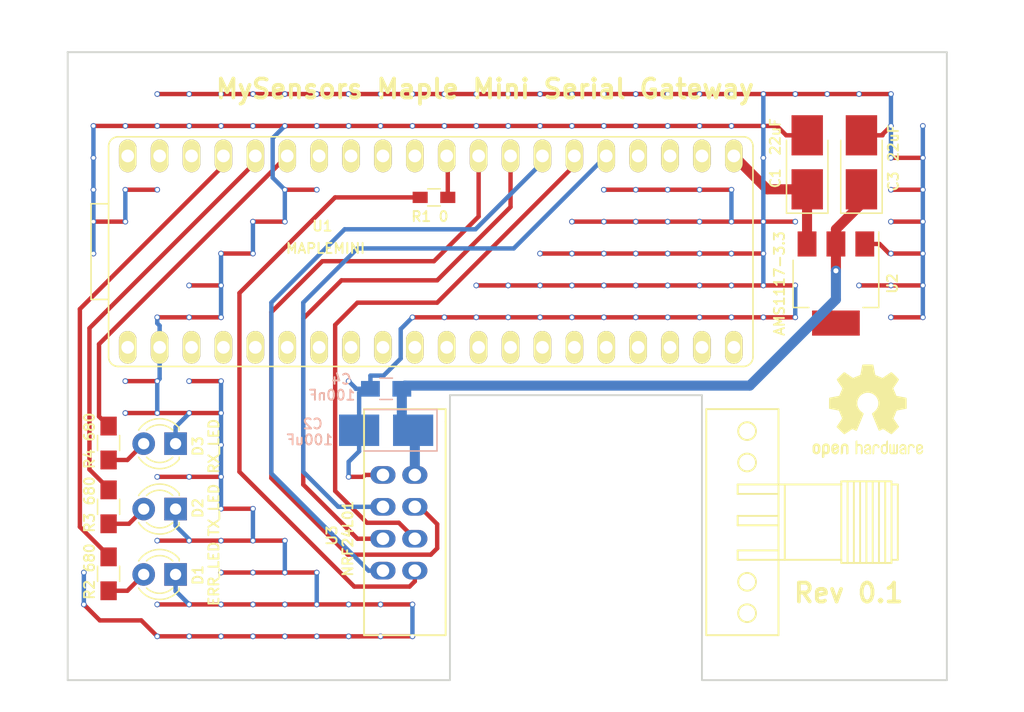
<source format=kicad_pcb>
(kicad_pcb (version 20171130) (host pcbnew "(5.1.12)-1")

  (general
    (thickness 1.6)
    (drawings 11)
    (tracks 294)
    (zones 0)
    (modules 189)
    (nets 46)
  )

  (page A4)
  (layers
    (0 F.Cu signal)
    (31 B.Cu signal)
    (32 B.Adhes user)
    (33 F.Adhes user)
    (34 B.Paste user)
    (35 F.Paste user)
    (36 B.SilkS user)
    (37 F.SilkS user)
    (38 B.Mask user)
    (39 F.Mask user)
    (40 Dwgs.User user)
    (41 Cmts.User user)
    (42 Eco1.User user)
    (43 Eco2.User user)
    (44 Edge.Cuts user)
    (45 Margin user)
    (46 B.CrtYd user)
    (47 F.CrtYd user)
    (48 B.Fab user)
    (49 F.Fab user)
  )

  (setup
    (last_trace_width 0.35)
    (trace_clearance 0.25)
    (zone_clearance 0.508)
    (zone_45_only yes)
    (trace_min 0.2)
    (via_size 0.8)
    (via_drill 0.4)
    (via_min_size 0.4)
    (via_min_drill 0.3)
    (uvia_size 0.3)
    (uvia_drill 0.1)
    (uvias_allowed no)
    (uvia_min_size 0.2)
    (uvia_min_drill 0.1)
    (edge_width 0.15)
    (segment_width 0.2)
    (pcb_text_width 0.3)
    (pcb_text_size 1.5 1.5)
    (mod_edge_width 0.15)
    (mod_text_size 0.8 0.8)
    (mod_text_width 0.15)
    (pad_size 2 3.8)
    (pad_drill 0)
    (pad_to_mask_clearance 0.2)
    (aux_axis_origin 0 0)
    (visible_elements 7FFFFFFF)
    (pcbplotparams
      (layerselection 0x010fc_ffffffff)
      (usegerberextensions true)
      (usegerberattributes false)
      (usegerberadvancedattributes false)
      (creategerberjobfile false)
      (excludeedgelayer true)
      (linewidth 0.100000)
      (plotframeref false)
      (viasonmask false)
      (mode 1)
      (useauxorigin false)
      (hpglpennumber 1)
      (hpglpenspeed 20)
      (hpglpendiameter 15.000000)
      (psnegative false)
      (psa4output false)
      (plotreference true)
      (plotvalue true)
      (plotinvisibletext false)
      (padsonsilk false)
      (subtractmaskfromsilk true)
      (outputformat 1)
      (mirror false)
      (drillshape 0)
      (scaleselection 1)
      (outputdirectory "gerber/"))
  )

  (net 0 "")
  (net 1 GND)
  (net 2 /MAPLE_VIN)
  (net 3 +3V3)
  (net 4 "Net-(R1-Pad2)")
  (net 5 /NRF24_IRQ)
  (net 6 /SPI_CE)
  (net 7 /SPI_MOSI)
  (net 8 /SPI_MISO)
  (net 9 /SPI_SCK)
  (net 10 /SPI_CSN)
  (net 11 "Net-(D1-Pad2)")
  (net 12 "Net-(D2-Pad2)")
  (net 13 "Net-(D3-Pad2)")
  (net 14 /ERR_LED)
  (net 15 /TX_LED)
  (net 16 /RX_LED)
  (net 17 "Net-(U1-Pad40)")
  (net 18 "Net-(U1-Pad39)")
  (net 19 "Net-(U1-Pad38)")
  (net 20 "Net-(U1-Pad34)")
  (net 21 "Net-(U1-Pad33)")
  (net 22 "Net-(U1-Pad32)")
  (net 23 "Net-(U1-Pad31)")
  (net 24 "Net-(U1-Pad24)")
  (net 25 "Net-(U1-Pad23)")
  (net 26 "Net-(U1-Pad22)")
  (net 27 "Net-(U1-Pad20)")
  (net 28 "Net-(U1-Pad19)")
  (net 29 "Net-(U1-Pad18)")
  (net 30 "Net-(U1-Pad17)")
  (net 31 "Net-(U1-Pad16)")
  (net 32 "Net-(U1-Pad15)")
  (net 33 "Net-(U1-Pad14)")
  (net 34 "Net-(U1-Pad13)")
  (net 35 "Net-(U1-Pad12)")
  (net 36 "Net-(U1-Pad11)")
  (net 37 "Net-(U1-Pad10)")
  (net 38 "Net-(U1-Pad9)")
  (net 39 "Net-(U1-Pad8)")
  (net 40 "Net-(U1-Pad7)")
  (net 41 "Net-(U1-Pad6)")
  (net 42 "Net-(U1-Pad5)")
  (net 43 "Net-(U1-Pad4)")
  (net 44 "Net-(U1-Pad3)")
  (net 45 "Net-(U1-Pad1)")

  (net_class Default "This is the default net class."
    (clearance 0.25)
    (trace_width 0.35)
    (via_dia 0.8)
    (via_drill 0.4)
    (uvia_dia 0.3)
    (uvia_drill 0.1)
    (add_net +3V3)
    (add_net /ERR_LED)
    (add_net /MAPLE_VIN)
    (add_net /NRF24_IRQ)
    (add_net /RX_LED)
    (add_net /SPI_CE)
    (add_net /SPI_CSN)
    (add_net /SPI_MISO)
    (add_net /SPI_MOSI)
    (add_net /SPI_SCK)
    (add_net /TX_LED)
    (add_net GND)
    (add_net "Net-(D1-Pad2)")
    (add_net "Net-(D2-Pad2)")
    (add_net "Net-(D3-Pad2)")
    (add_net "Net-(R1-Pad2)")
    (add_net "Net-(U1-Pad1)")
    (add_net "Net-(U1-Pad10)")
    (add_net "Net-(U1-Pad11)")
    (add_net "Net-(U1-Pad12)")
    (add_net "Net-(U1-Pad13)")
    (add_net "Net-(U1-Pad14)")
    (add_net "Net-(U1-Pad15)")
    (add_net "Net-(U1-Pad16)")
    (add_net "Net-(U1-Pad17)")
    (add_net "Net-(U1-Pad18)")
    (add_net "Net-(U1-Pad19)")
    (add_net "Net-(U1-Pad20)")
    (add_net "Net-(U1-Pad22)")
    (add_net "Net-(U1-Pad23)")
    (add_net "Net-(U1-Pad24)")
    (add_net "Net-(U1-Pad3)")
    (add_net "Net-(U1-Pad31)")
    (add_net "Net-(U1-Pad32)")
    (add_net "Net-(U1-Pad33)")
    (add_net "Net-(U1-Pad34)")
    (add_net "Net-(U1-Pad38)")
    (add_net "Net-(U1-Pad39)")
    (add_net "Net-(U1-Pad4)")
    (add_net "Net-(U1-Pad40)")
    (add_net "Net-(U1-Pad5)")
    (add_net "Net-(U1-Pad6)")
    (add_net "Net-(U1-Pad7)")
    (add_net "Net-(U1-Pad8)")
    (add_net "Net-(U1-Pad9)")
  )

  (module myfootprints:E01-ML01DP5 locked (layer F.Cu) (tedit 596F0595) (tstamp 0)
    (at 184.845 77.42)
    (path /596DF41F)
    (fp_text reference U3 (at -23.809 1.066 270) (layer F.SilkS)
      (effects (font (size 0.8 0.8) (thickness 0.15)))
    )
    (fp_text value NRF24L01 (at -22.539 1.32 90) (layer F.SilkS)
      (effects (font (size 0.8 0.8) (thickness 0.15)))
    )
    (fp_circle (center 9.25 7.25) (end 9.75 7.75) (layer F.SilkS) (width 0.15))
    (fp_circle (center 9.25 4.75) (end 9.75 5.25) (layer F.SilkS) (width 0.15))
    (fp_circle (center 9.25 -4.75) (end 9.75 -4.25) (layer F.SilkS) (width 0.15))
    (fp_circle (center 9.25 -7.25) (end 9.75 -6.75) (layer F.SilkS) (width 0.15))
    (fp_line (start 11.75 9) (end 6 9) (layer F.SilkS) (width 0.15))
    (fp_line (start 6 9) (end 6 8) (layer F.SilkS) (width 0.15))
    (fp_line (start 6 -9) (end 6 -8) (layer F.SilkS) (width 0.15))
    (fp_line (start 11.75 -9) (end 6 -9) (layer F.SilkS) (width 0.15))
    (fp_line (start -14.75 -9) (end -14.75 -8) (layer F.SilkS) (width 0.15))
    (fp_line (start -14.75 8) (end -14.75 9) (layer F.SilkS) (width 0.15))
    (fp_line (start 8.5 2.25) (end 8.5 3) (layer F.SilkS) (width 0.15))
    (fp_line (start 8.5 -0.5) (end 8.5 0.25) (layer F.SilkS) (width 0.15))
    (fp_line (start 8.5 -3) (end 8.5 -2.25) (layer F.SilkS) (width 0.15))
    (fp_line (start 8.496213 0.25) (end 11.75 0.25) (layer F.SilkS) (width 0.15))
    (fp_line (start 8.496213 -0.5) (end 11.75 -0.5) (layer F.SilkS) (width 0.15))
    (fp_line (start 8.496213 2.25) (end 11.75 2.25) (layer F.SilkS) (width 0.15))
    (fp_line (start 8.496213 -2.25) (end 11.75 -2.25) (layer F.SilkS) (width 0.15))
    (fp_line (start 20.75 -3.25) (end 20.75 3.25) (layer F.SilkS) (width 0.15))
    (fp_line (start 20.75 3) (end 21.25 3) (layer F.SilkS) (width 0.15))
    (fp_line (start 16.75 3.25) (end 20.75 3.25) (layer F.SilkS) (width 0.15))
    (fp_line (start 20.75 -3) (end 21.25 -3) (layer F.SilkS) (width 0.15))
    (fp_line (start 16.75 -3.25) (end 20.75 -3.25) (layer F.SilkS) (width 0.15))
    (fp_line (start 20.25 -3.25) (end 20.25 3.25) (layer F.SilkS) (width 0.15))
    (fp_line (start 19.75 -3.25) (end 19.75 3.25) (layer F.SilkS) (width 0.15))
    (fp_line (start 19.25 -3.25) (end 19.25 3.25) (layer F.SilkS) (width 0.15))
    (fp_line (start 18.75 -3.25) (end 18.75 3.25) (layer F.SilkS) (width 0.15))
    (fp_line (start 18.25 -3.25) (end 18.25 3.25) (layer F.SilkS) (width 0.15))
    (fp_line (start 17.75 -3.25) (end 17.75 3.25) (layer F.SilkS) (width 0.15))
    (fp_line (start 17.25 -3.25) (end 17.25 3.25) (layer F.SilkS) (width 0.15))
    (fp_line (start 16.75 -3.25) (end 16.75 3.25) (layer F.SilkS) (width 0.15))
    (fp_line (start 12.25 -3) (end 12.25 3) (layer F.SilkS) (width 0.15))
    (fp_line (start 16.75 3) (end 8.5 3) (layer F.SilkS) (width 0.15))
    (fp_line (start 21.25 -3) (end 21.25 3) (layer F.SilkS) (width 0.15))
    (fp_line (start 8.496213 -3) (end 16.75 -3) (layer F.SilkS) (width 0.15))
    (fp_line (start -14.75 8) (end -14.75 -8) (layer F.SilkS) (width 0.15))
    (fp_line (start 6 -8) (end 6 8) (layer F.SilkS) (width 0.15))
    (fp_line (start -14.745195 -9) (end -21.25 -9) (layer F.SilkS) (width 0.15))
    (fp_line (start 11.75 9) (end 11.75 -9) (layer F.SilkS) (width 0.15))
    (fp_line (start -21.25 9) (end -14.75 9) (layer F.SilkS) (width 0.15))
    (fp_line (start -21.25 -9) (end -21.25 9) (layer F.SilkS) (width 0.15))
    (pad 7 thru_hole oval (at -19.745 3.86 90) (size 1.4 2) (drill 1) (layers *.Cu *.Mask)
      (net 8 /SPI_MISO))
    (pad 8 thru_hole oval (at -17.205 3.86 90) (size 1.4 2) (drill 1) (layers *.Cu *.Mask)
      (net 5 /NRF24_IRQ))
    (pad 5 thru_hole oval (at -19.745 1.32 90) (size 1.4 2) (drill 1) (layers *.Cu *.Mask)
      (net 9 /SPI_SCK))
    (pad 6 thru_hole oval (at -17.205 1.32 90) (size 1.4 2) (drill 1) (layers *.Cu *.Mask)
      (net 7 /SPI_MOSI))
    (pad 3 thru_hole oval (at -19.745 -1.22 90) (size 1.4 2) (drill 1) (layers *.Cu *.Mask)
      (net 6 /SPI_CE))
    (pad 4 thru_hole oval (at -17.205 -1.22 90) (size 1.4 2) (drill 1) (layers *.Cu *.Mask)
      (net 10 /SPI_CSN))
    (pad 1 thru_hole oval (at -19.745 -3.76 90) (size 1.4 2) (drill 1) (layers *.Cu *.Mask)
      (net 1 GND))
    (pad 2 thru_hole oval (at -17.205 -3.76 90) (size 1.4 2) (drill 1) (layers *.Cu *.Mask)
      (net 3 +3V3))
  )

  (module myfootprints:MAPLE_MINI locked (layer F.Cu) (tedit 596EFBB8) (tstamp 0)
    (at 168.91 55.88)
    (path /596DF31E)
    (fp_text reference U1 (at -8.636 -2.032) (layer F.SilkS)
      (effects (font (size 0.8 0.8) (thickness 0.15)))
    )
    (fp_text value MAPLEMINI (at -8.382 -0.254) (layer F.SilkS)
      (effects (font (size 0.8 0.8) (thickness 0.15)))
    )
    (fp_line (start -24.892 -9.144) (end 24.892 -9.144) (layer F.SilkS) (width 0.127))
    (fp_line (start 24.892 9.144) (end -24.892 9.144) (layer F.SilkS) (width 0.127))
    (fp_line (start 25.654 8.382) (end 25.654 -8.382) (layer F.SilkS) (width 0.127))
    (fp_line (start -25.654 -8.382) (end -25.654 8.382) (layer F.SilkS) (width 0.127))
    (fp_line (start -25.654 -3.81) (end -27.051 -3.81) (layer F.SilkS) (width 0.127))
    (fp_line (start -27.051 -3.81) (end -27.051 3.81) (layer F.SilkS) (width 0.127))
    (fp_line (start -27.051 3.81) (end -25.654 3.81) (layer F.SilkS) (width 0.127))
    (fp_arc (start -24.892 8.382) (end -24.892 9.144) (angle 90) (layer F.SilkS) (width 0.127))
    (fp_arc (start -24.892 -8.382) (end -25.654 -8.382) (angle 90) (layer F.SilkS) (width 0.127))
    (fp_arc (start 24.892 -8.382) (end 25.654 -8.382) (angle -90) (layer F.SilkS) (width 0.127))
    (fp_arc (start 24.892 8.382) (end 25.654 8.382) (angle 90) (layer F.SilkS) (width 0.127))
    (pad 40 thru_hole oval (at -24.13 -7.62 270) (size 2.6 1.4) (drill 1.016) (layers *.Cu *.Mask F.SilkS)
      (net 17 "Net-(U1-Pad40)"))
    (pad 39 thru_hole oval (at -21.59 -7.62 270) (size 2.6 1.4) (drill 1.016) (layers *.Cu *.Mask F.SilkS)
      (net 18 "Net-(U1-Pad39)"))
    (pad 38 thru_hole oval (at -19.05 -7.62 270) (size 2.6 1.4) (drill 1.016) (layers *.Cu *.Mask F.SilkS)
      (net 19 "Net-(U1-Pad38)"))
    (pad 37 thru_hole oval (at -16.51 -7.62 270) (size 2.6 1.4) (drill 1.016) (layers *.Cu *.Mask F.SilkS)
      (net 14 /ERR_LED))
    (pad 36 thru_hole oval (at -13.97 -7.62 270) (size 2.6 1.4) (drill 1.016) (layers *.Cu *.Mask F.SilkS)
      (net 15 /TX_LED))
    (pad 35 thru_hole oval (at -11.43 -7.62 270) (size 2.6 1.4) (drill 1.016) (layers *.Cu *.Mask F.SilkS)
      (net 16 /RX_LED))
    (pad 34 thru_hole oval (at -8.89 -7.62 270) (size 2.6 1.4) (drill 1.016) (layers *.Cu *.Mask F.SilkS)
      (net 20 "Net-(U1-Pad34)"))
    (pad 33 thru_hole oval (at -6.35 -7.62 270) (size 2.6 1.4) (drill 1.016) (layers *.Cu *.Mask F.SilkS)
      (net 21 "Net-(U1-Pad33)"))
    (pad 32 thru_hole oval (at -3.81 -7.62 270) (size 2.6 1.4) (drill 1.016) (layers *.Cu *.Mask F.SilkS)
      (net 22 "Net-(U1-Pad32)"))
    (pad 31 thru_hole oval (at -1.27 -7.62 270) (size 2.6 1.4) (drill 1.016) (layers *.Cu *.Mask F.SilkS)
      (net 23 "Net-(U1-Pad31)"))
    (pad 30 thru_hole oval (at 1.27 -7.62 270) (size 2.6 1.4) (drill 1.016) (layers *.Cu *.Mask F.SilkS)
      (net 4 "Net-(R1-Pad2)"))
    (pad 29 thru_hole oval (at 3.81 -7.62 270) (size 2.6 1.4) (drill 1.016) (layers *.Cu *.Mask F.SilkS)
      (net 10 /SPI_CSN))
    (pad 28 thru_hole oval (at 6.35 -7.62 270) (size 2.6 1.4) (drill 1.016) (layers *.Cu *.Mask F.SilkS)
      (net 9 /SPI_SCK))
    (pad 27 thru_hole oval (at 8.89 -7.62 270) (size 2.6 1.4) (drill 1.016) (layers *.Cu *.Mask F.SilkS)
      (net 8 /SPI_MISO))
    (pad 26 thru_hole oval (at 11.43 -7.62 270) (size 2.6 1.4) (drill 1.016) (layers *.Cu *.Mask F.SilkS)
      (net 7 /SPI_MOSI))
    (pad 25 thru_hole oval (at 13.97 -7.62 270) (size 2.6 1.4) (drill 1.016) (layers *.Cu *.Mask F.SilkS)
      (net 6 /SPI_CE))
    (pad 24 thru_hole oval (at 16.51 -7.62 270) (size 2.6 1.4) (drill 1.016) (layers *.Cu *.Mask F.SilkS)
      (net 24 "Net-(U1-Pad24)"))
    (pad 23 thru_hole oval (at 19.05 -7.62 270) (size 2.6 1.4) (drill 1.016) (layers *.Cu *.Mask F.SilkS)
      (net 25 "Net-(U1-Pad23)"))
    (pad 22 thru_hole oval (at 21.59 -7.62 270) (size 2.6 1.4) (drill 1.016) (layers *.Cu *.Mask F.SilkS)
      (net 26 "Net-(U1-Pad22)"))
    (pad 21 thru_hole oval (at 24.13 -7.62 270) (size 2.6 1.4) (drill 1.016) (layers *.Cu *.Mask F.SilkS)
      (net 2 /MAPLE_VIN))
    (pad 20 thru_hole oval (at 24.13 7.62 90) (size 2.6 1.4) (drill 1.016) (layers *.Cu *.Mask F.SilkS)
      (net 27 "Net-(U1-Pad20)"))
    (pad 19 thru_hole oval (at 21.59 7.62 90) (size 2.6 1.4) (drill 1.016) (layers *.Cu *.Mask F.SilkS)
      (net 28 "Net-(U1-Pad19)"))
    (pad 18 thru_hole oval (at 19.05 7.62 90) (size 2.6 1.4) (drill 1.016) (layers *.Cu *.Mask F.SilkS)
      (net 29 "Net-(U1-Pad18)"))
    (pad 17 thru_hole oval (at 16.51 7.62 90) (size 2.6 1.4) (drill 1.016) (layers *.Cu *.Mask F.SilkS)
      (net 30 "Net-(U1-Pad17)"))
    (pad 16 thru_hole oval (at 13.97 7.62 90) (size 2.6 1.4) (drill 1.016) (layers *.Cu *.Mask F.SilkS)
      (net 31 "Net-(U1-Pad16)"))
    (pad 15 thru_hole oval (at 11.43 7.62 90) (size 2.6 1.4) (drill 1.016) (layers *.Cu *.Mask F.SilkS)
      (net 32 "Net-(U1-Pad15)"))
    (pad 14 thru_hole oval (at 8.89 7.62 90) (size 2.6 1.4) (drill 1.016) (layers *.Cu *.Mask F.SilkS)
      (net 33 "Net-(U1-Pad14)"))
    (pad 13 thru_hole oval (at 6.35 7.62 90) (size 2.6 1.4) (drill 1.016) (layers *.Cu *.Mask F.SilkS)
      (net 34 "Net-(U1-Pad13)"))
    (pad 12 thru_hole oval (at 3.81 7.62 90) (size 2.6 1.4) (drill 1.016) (layers *.Cu *.Mask F.SilkS)
      (net 35 "Net-(U1-Pad12)"))
    (pad 11 thru_hole oval (at 1.27 7.62 90) (size 2.6 1.4) (drill 1.016) (layers *.Cu *.Mask F.SilkS)
      (net 36 "Net-(U1-Pad11)"))
    (pad 10 thru_hole oval (at -1.27 7.62 90) (size 2.6 1.4) (drill 1.016) (layers *.Cu *.Mask F.SilkS)
      (net 37 "Net-(U1-Pad10)"))
    (pad 9 thru_hole oval (at -3.81 7.62 90) (size 2.6 1.4) (drill 1.016) (layers *.Cu *.Mask F.SilkS)
      (net 38 "Net-(U1-Pad9)"))
    (pad 8 thru_hole oval (at -6.35 7.62 90) (size 2.6 1.4) (drill 1.016) (layers *.Cu *.Mask F.SilkS)
      (net 39 "Net-(U1-Pad8)"))
    (pad 7 thru_hole oval (at -8.89 7.62 90) (size 2.6 1.4) (drill 1.016) (layers *.Cu *.Mask F.SilkS)
      (net 40 "Net-(U1-Pad7)"))
    (pad 6 thru_hole oval (at -11.43 7.62 90) (size 2.6 1.4) (drill 1.016) (layers *.Cu *.Mask F.SilkS)
      (net 41 "Net-(U1-Pad6)"))
    (pad 5 thru_hole oval (at -13.97 7.62 90) (size 2.6 1.4) (drill 1.016) (layers *.Cu *.Mask F.SilkS)
      (net 42 "Net-(U1-Pad5)"))
    (pad 4 thru_hole oval (at -16.51 7.62 90) (size 2.6 1.4) (drill 1.016) (layers *.Cu *.Mask F.SilkS)
      (net 43 "Net-(U1-Pad4)"))
    (pad 3 thru_hole oval (at -19.05 7.62 90) (size 2.6 1.4) (drill 1.016) (layers *.Cu *.Mask F.SilkS)
      (net 44 "Net-(U1-Pad3)"))
    (pad 2 thru_hole oval (at -21.59 7.62 90) (size 2.6 1.4) (drill 1.016) (layers *.Cu *.Mask F.SilkS)
      (net 1 GND))
    (pad 1 thru_hole oval (at -24.13 7.62 90) (size 2.6 1.4) (drill 1.016) (layers *.Cu *.Mask F.SilkS)
      (net 45 "Net-(U1-Pad1)"))
  )

  (module Symbols:OSHW-Logo2_9.8x8mm_SilkScreen locked (layer F.Cu) (tedit 0) (tstamp 596E311B)
    (at 203.708 68.58)
    (descr "Open Source Hardware Symbol")
    (tags "Logo Symbol OSHW")
    (attr virtual)
    (fp_text reference REF*** (at 0 0) (layer F.SilkS) hide
      (effects (font (size 0.8 0.8) (thickness 0.15)))
    )
    (fp_text value OSHW-Logo2_9.8x8mm_SilkScreen (at 0.75 0) (layer F.Fab) hide
      (effects (font (size 0.8 0.8) (thickness 0.15)))
    )
    (fp_poly (pts (xy 0.139878 -3.712224) (xy 0.245612 -3.711645) (xy 0.322132 -3.710078) (xy 0.374372 -3.707028)
      (xy 0.407263 -3.702004) (xy 0.425737 -3.694511) (xy 0.434727 -3.684056) (xy 0.439163 -3.670147)
      (xy 0.439594 -3.668346) (xy 0.446333 -3.635855) (xy 0.458808 -3.571748) (xy 0.475719 -3.482849)
      (xy 0.495771 -3.375981) (xy 0.517664 -3.257967) (xy 0.518429 -3.253822) (xy 0.540359 -3.138169)
      (xy 0.560877 -3.035986) (xy 0.578659 -2.953402) (xy 0.592381 -2.896544) (xy 0.600718 -2.871542)
      (xy 0.601116 -2.871099) (xy 0.625677 -2.85889) (xy 0.676315 -2.838544) (xy 0.742095 -2.814455)
      (xy 0.742461 -2.814326) (xy 0.825317 -2.783182) (xy 0.923 -2.743509) (xy 1.015077 -2.703619)
      (xy 1.019434 -2.701647) (xy 1.169407 -2.63358) (xy 1.501498 -2.860361) (xy 1.603374 -2.929496)
      (xy 1.695657 -2.991303) (xy 1.773003 -3.042267) (xy 1.830064 -3.078873) (xy 1.861495 -3.097606)
      (xy 1.864479 -3.098996) (xy 1.887321 -3.09281) (xy 1.929982 -3.062965) (xy 1.994128 -3.008053)
      (xy 2.081421 -2.926666) (xy 2.170535 -2.840078) (xy 2.256441 -2.754753) (xy 2.333327 -2.676892)
      (xy 2.396564 -2.611303) (xy 2.441523 -2.562795) (xy 2.463576 -2.536175) (xy 2.464396 -2.534805)
      (xy 2.466834 -2.516537) (xy 2.45765 -2.486705) (xy 2.434574 -2.441279) (xy 2.395337 -2.37623)
      (xy 2.33767 -2.28753) (xy 2.260795 -2.173343) (xy 2.19257 -2.072838) (xy 2.131582 -1.982697)
      (xy 2.081356 -1.908151) (xy 2.045416 -1.854435) (xy 2.027287 -1.826782) (xy 2.026146 -1.824905)
      (xy 2.028359 -1.79841) (xy 2.045138 -1.746914) (xy 2.073142 -1.680149) (xy 2.083122 -1.658828)
      (xy 2.126672 -1.563841) (xy 2.173134 -1.456063) (xy 2.210877 -1.362808) (xy 2.238073 -1.293594)
      (xy 2.259675 -1.240994) (xy 2.272158 -1.213503) (xy 2.273709 -1.211384) (xy 2.296668 -1.207876)
      (xy 2.350786 -1.198262) (xy 2.428868 -1.183911) (xy 2.523719 -1.166193) (xy 2.628143 -1.146475)
      (xy 2.734944 -1.126126) (xy 2.836926 -1.106514) (xy 2.926894 -1.089009) (xy 2.997653 -1.074978)
      (xy 3.042006 -1.065791) (xy 3.052885 -1.063193) (xy 3.064122 -1.056782) (xy 3.072605 -1.042303)
      (xy 3.078714 -1.014867) (xy 3.082832 -0.969589) (xy 3.085341 -0.90158) (xy 3.086621 -0.805953)
      (xy 3.087054 -0.67782) (xy 3.087077 -0.625299) (xy 3.087077 -0.198155) (xy 2.9845 -0.177909)
      (xy 2.927431 -0.16693) (xy 2.842269 -0.150905) (xy 2.739372 -0.131767) (xy 2.629096 -0.111449)
      (xy 2.598615 -0.105868) (xy 2.496855 -0.086083) (xy 2.408205 -0.066627) (xy 2.340108 -0.049303)
      (xy 2.300004 -0.035912) (xy 2.293323 -0.031921) (xy 2.276919 -0.003658) (xy 2.253399 0.051109)
      (xy 2.227316 0.121588) (xy 2.222142 0.136769) (xy 2.187956 0.230896) (xy 2.145523 0.337101)
      (xy 2.103997 0.432473) (xy 2.103792 0.432916) (xy 2.03464 0.582525) (xy 2.489512 1.251617)
      (xy 2.1975 1.544116) (xy 2.10918 1.63117) (xy 2.028625 1.707909) (xy 1.96036 1.770237)
      (xy 1.908908 1.814056) (xy 1.878794 1.83527) (xy 1.874474 1.836616) (xy 1.849111 1.826016)
      (xy 1.797358 1.796547) (xy 1.724868 1.751705) (xy 1.637294 1.694984) (xy 1.542612 1.631462)
      (xy 1.446516 1.566668) (xy 1.360837 1.510287) (xy 1.291016 1.465788) (xy 1.242494 1.436639)
      (xy 1.220782 1.426308) (xy 1.194293 1.43505) (xy 1.144062 1.458087) (xy 1.080451 1.490631)
      (xy 1.073708 1.494249) (xy 0.988046 1.53721) (xy 0.929306 1.558279) (xy 0.892772 1.558503)
      (xy 0.873731 1.538928) (xy 0.87362 1.538654) (xy 0.864102 1.515472) (xy 0.841403 1.460441)
      (xy 0.807282 1.377822) (xy 0.7635 1.271872) (xy 0.711816 1.146852) (xy 0.653992 1.00702)
      (xy 0.597991 0.871637) (xy 0.536447 0.722234) (xy 0.479939 0.583832) (xy 0.430161 0.460673)
      (xy 0.388806 0.357002) (xy 0.357568 0.277059) (xy 0.338141 0.225088) (xy 0.332154 0.205692)
      (xy 0.347168 0.183443) (xy 0.386439 0.147982) (xy 0.438807 0.108887) (xy 0.587941 -0.014755)
      (xy 0.704511 -0.156478) (xy 0.787118 -0.313296) (xy 0.834366 -0.482225) (xy 0.844857 -0.660278)
      (xy 0.837231 -0.742461) (xy 0.795682 -0.912969) (xy 0.724123 -1.063541) (xy 0.626995 -1.192691)
      (xy 0.508734 -1.298936) (xy 0.37378 -1.38079) (xy 0.226571 -1.436768) (xy 0.071544 -1.465385)
      (xy -0.086861 -1.465156) (xy -0.244206 -1.434595) (xy -0.396054 -1.372218) (xy -0.537965 -1.27654)
      (xy -0.597197 -1.222428) (xy -0.710797 -1.08348) (xy -0.789894 -0.931639) (xy -0.835014 -0.771333)
      (xy -0.846684 -0.606988) (xy -0.825431 -0.443029) (xy -0.77178 -0.283882) (xy -0.68626 -0.133975)
      (xy -0.569395 0.002267) (xy -0.438807 0.108887) (xy -0.384412 0.149642) (xy -0.345986 0.184718)
      (xy -0.332154 0.205726) (xy -0.339397 0.228635) (xy -0.359995 0.283365) (xy -0.392254 0.365672)
      (xy -0.434479 0.471315) (xy -0.484977 0.59605) (xy -0.542052 0.735636) (xy -0.598146 0.87167)
      (xy -0.660033 1.021201) (xy -0.717356 1.159767) (xy -0.768356 1.283107) (xy -0.811273 1.386964)
      (xy -0.844347 1.46708) (xy -0.865819 1.519195) (xy -0.873775 1.538654) (xy -0.892571 1.558423)
      (xy -0.928926 1.558365) (xy -0.987521 1.537441) (xy -1.073032 1.494613) (xy -1.073708 1.494249)
      (xy -1.138093 1.461012) (xy -1.190139 1.436802) (xy -1.219488 1.426404) (xy -1.220783 1.426308)
      (xy -1.242876 1.436855) (xy -1.291652 1.466184) (xy -1.361669 1.510827) (xy -1.447486 1.567314)
      (xy -1.542612 1.631462) (xy -1.63946 1.696411) (xy -1.726747 1.752896) (xy -1.798819 1.797421)
      (xy -1.850023 1.82649) (xy -1.874474 1.836616) (xy -1.89699 1.823307) (xy -1.942258 1.786112)
      (xy -2.005756 1.729128) (xy -2.082961 1.656449) (xy -2.169349 1.572171) (xy -2.197601 1.544016)
      (xy -2.489713 1.251416) (xy -2.267369 0.925104) (xy -2.199798 0.824897) (xy -2.140493 0.734963)
      (xy -2.092783 0.66051) (xy -2.059993 0.606751) (xy -2.045452 0.578894) (xy -2.045026 0.576912)
      (xy -2.052692 0.550655) (xy -2.073311 0.497837) (xy -2.103315 0.42731) (xy -2.124375 0.380093)
      (xy -2.163752 0.289694) (xy -2.200835 0.198366) (xy -2.229585 0.1212) (xy -2.237395 0.097692)
      (xy -2.259583 0.034916) (xy -2.281273 -0.013589) (xy -2.293187 -0.031921) (xy -2.319477 -0.043141)
      (xy -2.376858 -0.059046) (xy -2.457882 -0.077833) (xy -2.555105 -0.097701) (xy -2.598615 -0.105868)
      (xy -2.709104 -0.126171) (xy -2.815084 -0.14583) (xy -2.906199 -0.162912) (xy -2.972092 -0.175482)
      (xy -2.9845 -0.177909) (xy -3.087077 -0.198155) (xy -3.087077 -0.625299) (xy -3.086847 -0.765754)
      (xy -3.085901 -0.872021) (xy -3.083859 -0.948987) (xy -3.080338 -1.00154) (xy -3.074957 -1.034567)
      (xy -3.067334 -1.052955) (xy -3.057088 -1.061592) (xy -3.052885 -1.063193) (xy -3.02753 -1.068873)
      (xy -2.971516 -1.080205) (xy -2.892036 -1.095821) (xy -2.796288 -1.114353) (xy -2.691467 -1.134431)
      (xy -2.584768 -1.154688) (xy -2.483387 -1.173754) (xy -2.394521 -1.190261) (xy -2.325363 -1.202841)
      (xy -2.283111 -1.210125) (xy -2.27371 -1.211384) (xy -2.265193 -1.228237) (xy -2.24634 -1.27313)
      (xy -2.220676 -1.33757) (xy -2.210877 -1.362808) (xy -2.171352 -1.460314) (xy -2.124808 -1.568041)
      (xy -2.083123 -1.658828) (xy -2.05245 -1.728247) (xy -2.032044 -1.78529) (xy -2.025232 -1.820223)
      (xy -2.026318 -1.824905) (xy -2.040715 -1.847009) (xy -2.073588 -1.896169) (xy -2.12141 -1.967152)
      (xy -2.180652 -2.054722) (xy -2.247785 -2.153643) (xy -2.261059 -2.17317) (xy -2.338954 -2.28886)
      (xy -2.396213 -2.376956) (xy -2.435119 -2.441514) (xy -2.457956 -2.486589) (xy -2.467006 -2.516237)
      (xy -2.464552 -2.534515) (xy -2.464489 -2.534631) (xy -2.445173 -2.558639) (xy -2.402449 -2.605053)
      (xy -2.340949 -2.669063) (xy -2.265302 -2.745855) (xy -2.180139 -2.830618) (xy -2.170535 -2.840078)
      (xy -2.06321 -2.944011) (xy -1.980385 -3.020325) (xy -1.920395 -3.070429) (xy -1.881577 -3.09573)
      (xy -1.86448 -3.098996) (xy -1.839527 -3.08475) (xy -1.787745 -3.051844) (xy -1.71448 -3.003792)
      (xy -1.62508 -2.94411) (xy -1.524889 -2.876312) (xy -1.501499 -2.860361) (xy -1.169407 -2.63358)
      (xy -1.019435 -2.701647) (xy -0.92823 -2.741315) (xy -0.830331 -2.781209) (xy -0.746169 -2.813017)
      (xy -0.742462 -2.814326) (xy -0.676631 -2.838424) (xy -0.625884 -2.8588) (xy -0.601158 -2.871064)
      (xy -0.601116 -2.871099) (xy -0.593271 -2.893266) (xy -0.579934 -2.947783) (xy -0.56243 -3.02852)
      (xy -0.542083 -3.12935) (xy -0.520218 -3.244144) (xy -0.518429 -3.253822) (xy -0.496496 -3.372096)
      (xy -0.47636 -3.479458) (xy -0.45932 -3.569083) (xy -0.446672 -3.634149) (xy -0.439716 -3.667832)
      (xy -0.439594 -3.668346) (xy -0.435361 -3.682675) (xy -0.427129 -3.693493) (xy -0.409967 -3.701294)
      (xy -0.378942 -3.706571) (xy -0.329122 -3.709818) (xy -0.255576 -3.711528) (xy -0.153371 -3.712193)
      (xy -0.017575 -3.712307) (xy 0 -3.712308) (xy 0.139878 -3.712224)) (layer F.SilkS) (width 0.01))
    (fp_poly (pts (xy 4.245224 2.647838) (xy 4.322528 2.698361) (xy 4.359814 2.74359) (xy 4.389353 2.825663)
      (xy 4.391699 2.890607) (xy 4.386385 2.977445) (xy 4.186115 3.065103) (xy 4.088739 3.109887)
      (xy 4.025113 3.145913) (xy 3.992029 3.177117) (xy 3.98628 3.207436) (xy 4.004658 3.240805)
      (xy 4.024923 3.262923) (xy 4.083889 3.298393) (xy 4.148024 3.300879) (xy 4.206926 3.273235)
      (xy 4.250197 3.21832) (xy 4.257936 3.198928) (xy 4.295006 3.138364) (xy 4.337654 3.112552)
      (xy 4.396154 3.090471) (xy 4.396154 3.174184) (xy 4.390982 3.23115) (xy 4.370723 3.279189)
      (xy 4.328262 3.334346) (xy 4.321951 3.341514) (xy 4.27472 3.390585) (xy 4.234121 3.41692)
      (xy 4.183328 3.429035) (xy 4.14122 3.433003) (xy 4.065902 3.433991) (xy 4.012286 3.421466)
      (xy 3.978838 3.402869) (xy 3.926268 3.361975) (xy 3.889879 3.317748) (xy 3.86685 3.262126)
      (xy 3.854359 3.187047) (xy 3.849587 3.084449) (xy 3.849206 3.032376) (xy 3.850501 2.969948)
      (xy 3.968471 2.969948) (xy 3.969839 3.003438) (xy 3.973249 3.008923) (xy 3.995753 3.001472)
      (xy 4.044182 2.981753) (xy 4.108908 2.953718) (xy 4.122443 2.947692) (xy 4.204244 2.906096)
      (xy 4.249312 2.869538) (xy 4.259217 2.835296) (xy 4.235526 2.800648) (xy 4.21596 2.785339)
      (xy 4.14536 2.754721) (xy 4.07928 2.75978) (xy 4.023959 2.797151) (xy 3.985636 2.863473)
      (xy 3.973349 2.916116) (xy 3.968471 2.969948) (xy 3.850501 2.969948) (xy 3.85173 2.91072)
      (xy 3.861032 2.82071) (xy 3.87946 2.755167) (xy 3.90936 2.706912) (xy 3.95308 2.668767)
      (xy 3.972141 2.65644) (xy 4.058726 2.624336) (xy 4.153522 2.622316) (xy 4.245224 2.647838)) (layer F.SilkS) (width 0.01))
    (fp_poly (pts (xy 3.570807 2.636782) (xy 3.594161 2.646988) (xy 3.649902 2.691134) (xy 3.697569 2.754967)
      (xy 3.727048 2.823087) (xy 3.731846 2.85667) (xy 3.71576 2.903556) (xy 3.680475 2.928365)
      (xy 3.642644 2.943387) (xy 3.625321 2.946155) (xy 3.616886 2.926066) (xy 3.60023 2.882351)
      (xy 3.592923 2.862598) (xy 3.551948 2.794271) (xy 3.492622 2.760191) (xy 3.416552 2.761239)
      (xy 3.410918 2.762581) (xy 3.370305 2.781836) (xy 3.340448 2.819375) (xy 3.320055 2.879809)
      (xy 3.307836 2.967751) (xy 3.3025 3.087813) (xy 3.302 3.151698) (xy 3.301752 3.252403)
      (xy 3.300126 3.321054) (xy 3.295801 3.364673) (xy 3.287454 3.390282) (xy 3.273765 3.404903)
      (xy 3.253411 3.415558) (xy 3.252234 3.416095) (xy 3.213038 3.432667) (xy 3.193619 3.438769)
      (xy 3.190635 3.420319) (xy 3.188081 3.369323) (xy 3.18614 3.292308) (xy 3.184997 3.195805)
      (xy 3.184769 3.125184) (xy 3.185932 2.988525) (xy 3.190479 2.884851) (xy 3.199999 2.808108)
      (xy 3.216081 2.752246) (xy 3.240313 2.711212) (xy 3.274286 2.678954) (xy 3.307833 2.65644)
      (xy 3.388499 2.626476) (xy 3.482381 2.619718) (xy 3.570807 2.636782)) (layer F.SilkS) (width 0.01))
    (fp_poly (pts (xy 2.887333 2.633528) (xy 2.94359 2.659117) (xy 2.987747 2.690124) (xy 3.020101 2.724795)
      (xy 3.042438 2.76952) (xy 3.056546 2.830692) (xy 3.064211 2.914701) (xy 3.06722 3.02794)
      (xy 3.067538 3.102509) (xy 3.067538 3.39342) (xy 3.017773 3.416095) (xy 2.978576 3.432667)
      (xy 2.959157 3.438769) (xy 2.955442 3.42061) (xy 2.952495 3.371648) (xy 2.950691 3.300153)
      (xy 2.950308 3.243385) (xy 2.948661 3.161371) (xy 2.944222 3.096309) (xy 2.93774 3.056467)
      (xy 2.93259 3.048) (xy 2.897977 3.056646) (xy 2.84364 3.078823) (xy 2.780722 3.108886)
      (xy 2.720368 3.141192) (xy 2.673721 3.170098) (xy 2.651926 3.189961) (xy 2.651839 3.190175)
      (xy 2.653714 3.226935) (xy 2.670525 3.262026) (xy 2.700039 3.290528) (xy 2.743116 3.300061)
      (xy 2.779932 3.29895) (xy 2.832074 3.298133) (xy 2.859444 3.310349) (xy 2.875882 3.342624)
      (xy 2.877955 3.34871) (xy 2.885081 3.394739) (xy 2.866024 3.422687) (xy 2.816353 3.436007)
      (xy 2.762697 3.43847) (xy 2.666142 3.42021) (xy 2.616159 3.394131) (xy 2.554429 3.332868)
      (xy 2.52169 3.25767) (xy 2.518753 3.178211) (xy 2.546424 3.104167) (xy 2.588047 3.057769)
      (xy 2.629604 3.031793) (xy 2.694922 2.998907) (xy 2.771038 2.965557) (xy 2.783726 2.960461)
      (xy 2.867333 2.923565) (xy 2.91553 2.891046) (xy 2.93103 2.858718) (xy 2.91655 2.822394)
      (xy 2.891692 2.794) (xy 2.832939 2.759039) (xy 2.768293 2.756417) (xy 2.709008 2.783358)
      (xy 2.666339 2.837088) (xy 2.660739 2.85095) (xy 2.628133 2.901936) (xy 2.58053 2.939787)
      (xy 2.520461 2.97085) (xy 2.520461 2.882768) (xy 2.523997 2.828951) (xy 2.539156 2.786534)
      (xy 2.572768 2.741279) (xy 2.605035 2.70642) (xy 2.655209 2.657062) (xy 2.694193 2.630547)
      (xy 2.736064 2.619911) (xy 2.78346 2.618154) (xy 2.887333 2.633528)) (layer F.SilkS) (width 0.01))
    (fp_poly (pts (xy 2.395929 2.636662) (xy 2.398911 2.688068) (xy 2.401247 2.766192) (xy 2.402749 2.864857)
      (xy 2.403231 2.968343) (xy 2.403231 3.318533) (xy 2.341401 3.380363) (xy 2.298793 3.418462)
      (xy 2.26139 3.433895) (xy 2.21027 3.432918) (xy 2.189978 3.430433) (xy 2.126554 3.4232)
      (xy 2.074095 3.419055) (xy 2.061308 3.418672) (xy 2.018199 3.421176) (xy 1.956544 3.427462)
      (xy 1.932638 3.430433) (xy 1.873922 3.435028) (xy 1.834464 3.425046) (xy 1.795338 3.394228)
      (xy 1.781215 3.380363) (xy 1.719385 3.318533) (xy 1.719385 2.663503) (xy 1.76915 2.640829)
      (xy 1.812002 2.624034) (xy 1.837073 2.618154) (xy 1.843501 2.636736) (xy 1.849509 2.688655)
      (xy 1.854697 2.768172) (xy 1.858664 2.869546) (xy 1.860577 2.955192) (xy 1.865923 3.292231)
      (xy 1.91256 3.298825) (xy 1.954976 3.294214) (xy 1.97576 3.279287) (xy 1.98157 3.251377)
      (xy 1.98653 3.191925) (xy 1.990246 3.108466) (xy 1.992324 3.008532) (xy 1.992624 2.957104)
      (xy 1.992923 2.661054) (xy 2.054454 2.639604) (xy 2.098004 2.62502) (xy 2.121694 2.618219)
      (xy 2.122377 2.618154) (xy 2.124754 2.636642) (xy 2.127366 2.687906) (xy 2.129995 2.765649)
      (xy 2.132421 2.863574) (xy 2.134115 2.955192) (xy 2.139461 3.292231) (xy 2.256692 3.292231)
      (xy 2.262072 2.984746) (xy 2.267451 2.677261) (xy 2.324601 2.647707) (xy 2.366797 2.627413)
      (xy 2.39177 2.618204) (xy 2.392491 2.618154) (xy 2.395929 2.636662)) (layer F.SilkS) (width 0.01))
    (fp_poly (pts (xy 1.602081 2.780289) (xy 1.601833 2.92632) (xy 1.600872 3.038655) (xy 1.598794 3.122678)
      (xy 1.595193 3.183769) (xy 1.589665 3.227309) (xy 1.581804 3.258679) (xy 1.571207 3.283262)
      (xy 1.563182 3.297294) (xy 1.496728 3.373388) (xy 1.41247 3.421084) (xy 1.319249 3.438199)
      (xy 1.2259 3.422546) (xy 1.170312 3.394418) (xy 1.111957 3.34576) (xy 1.072186 3.286333)
      (xy 1.04819 3.208507) (xy 1.037161 3.104652) (xy 1.035599 3.028462) (xy 1.035809 3.022986)
      (xy 1.172308 3.022986) (xy 1.173141 3.110355) (xy 1.176961 3.168192) (xy 1.185746 3.206029)
      (xy 1.201474 3.233398) (xy 1.220266 3.254042) (xy 1.283375 3.29389) (xy 1.351137 3.297295)
      (xy 1.415179 3.264025) (xy 1.420164 3.259517) (xy 1.441439 3.236067) (xy 1.454779 3.208166)
      (xy 1.462001 3.166641) (xy 1.464923 3.102316) (xy 1.465385 3.0312) (xy 1.464383 2.941858)
      (xy 1.460238 2.882258) (xy 1.451236 2.843089) (xy 1.435667 2.81504) (xy 1.422902 2.800144)
      (xy 1.3636 2.762575) (xy 1.295301 2.758057) (xy 1.23011 2.786753) (xy 1.217528 2.797406)
      (xy 1.196111 2.821063) (xy 1.182744 2.849251) (xy 1.175566 2.891245) (xy 1.172719 2.956319)
      (xy 1.172308 3.022986) (xy 1.035809 3.022986) (xy 1.040322 2.905765) (xy 1.056362 2.813577)
      (xy 1.086528 2.744269) (xy 1.133629 2.690211) (xy 1.170312 2.662505) (xy 1.23699 2.632572)
      (xy 1.314272 2.618678) (xy 1.38611 2.622397) (xy 1.426308 2.6374) (xy 1.442082 2.64167)
      (xy 1.45255 2.62575) (xy 1.459856 2.583089) (xy 1.465385 2.518106) (xy 1.471437 2.445732)
      (xy 1.479844 2.402187) (xy 1.495141 2.377287) (xy 1.521864 2.360845) (xy 1.538654 2.353564)
      (xy 1.602154 2.326963) (xy 1.602081 2.780289)) (layer F.SilkS) (width 0.01))
    (fp_poly (pts (xy 0.713362 2.62467) (xy 0.802117 2.657421) (xy 0.874022 2.71535) (xy 0.902144 2.756128)
      (xy 0.932802 2.830954) (xy 0.932165 2.885058) (xy 0.899987 2.921446) (xy 0.888081 2.927633)
      (xy 0.836675 2.946925) (xy 0.810422 2.941982) (xy 0.80153 2.909587) (xy 0.801077 2.891692)
      (xy 0.784797 2.825859) (xy 0.742365 2.779807) (xy 0.683388 2.757564) (xy 0.617475 2.763161)
      (xy 0.563895 2.792229) (xy 0.545798 2.80881) (xy 0.532971 2.828925) (xy 0.524306 2.859332)
      (xy 0.518696 2.906788) (xy 0.515035 2.97805) (xy 0.512215 3.079875) (xy 0.511484 3.112115)
      (xy 0.50882 3.22241) (xy 0.505792 3.300036) (xy 0.50125 3.351396) (xy 0.494046 3.38289)
      (xy 0.483033 3.40092) (xy 0.46706 3.411888) (xy 0.456834 3.416733) (xy 0.413406 3.433301)
      (xy 0.387842 3.438769) (xy 0.379395 3.420507) (xy 0.374239 3.365296) (xy 0.372346 3.272499)
      (xy 0.373689 3.141478) (xy 0.374107 3.121269) (xy 0.377058 3.001733) (xy 0.380548 2.914449)
      (xy 0.385514 2.852591) (xy 0.392893 2.809336) (xy 0.403624 2.77786) (xy 0.418645 2.751339)
      (xy 0.426502 2.739975) (xy 0.471553 2.689692) (xy 0.52194 2.650581) (xy 0.528108 2.647167)
      (xy 0.618458 2.620212) (xy 0.713362 2.62467)) (layer F.SilkS) (width 0.01))
    (fp_poly (pts (xy 0.053501 2.626303) (xy 0.13006 2.654733) (xy 0.130936 2.655279) (xy 0.178285 2.690127)
      (xy 0.213241 2.730852) (xy 0.237825 2.783925) (xy 0.254062 2.855814) (xy 0.263975 2.952992)
      (xy 0.269586 3.081928) (xy 0.270077 3.100298) (xy 0.277141 3.377287) (xy 0.217695 3.408028)
      (xy 0.174681 3.428802) (xy 0.14871 3.438646) (xy 0.147509 3.438769) (xy 0.143014 3.420606)
      (xy 0.139444 3.371612) (xy 0.137248 3.300031) (xy 0.136769 3.242068) (xy 0.136758 3.14817)
      (xy 0.132466 3.089203) (xy 0.117503 3.061079) (xy 0.085482 3.059706) (xy 0.030014 3.080998)
      (xy -0.053731 3.120136) (xy -0.115311 3.152643) (xy -0.146983 3.180845) (xy -0.156294 3.211582)
      (xy -0.156308 3.213104) (xy -0.140943 3.266054) (xy -0.095453 3.29466) (xy -0.025834 3.298803)
      (xy 0.024313 3.298084) (xy 0.050754 3.312527) (xy 0.067243 3.347218) (xy 0.076733 3.391416)
      (xy 0.063057 3.416493) (xy 0.057907 3.420082) (xy 0.009425 3.434496) (xy -0.058469 3.436537)
      (xy -0.128388 3.426983) (xy -0.177932 3.409522) (xy -0.24643 3.351364) (xy -0.285366 3.270408)
      (xy -0.293077 3.20716) (xy -0.287193 3.150111) (xy -0.265899 3.103542) (xy -0.223735 3.062181)
      (xy -0.155241 3.020755) (xy -0.054956 2.973993) (xy -0.048846 2.97135) (xy 0.04149 2.929617)
      (xy 0.097235 2.895391) (xy 0.121129 2.864635) (xy 0.115913 2.833311) (xy 0.084328 2.797383)
      (xy 0.074883 2.789116) (xy 0.011617 2.757058) (xy -0.053936 2.758407) (xy -0.111028 2.789838)
      (xy -0.148907 2.848024) (xy -0.152426 2.859446) (xy -0.1867 2.914837) (xy -0.230191 2.941518)
      (xy -0.293077 2.96796) (xy -0.293077 2.899548) (xy -0.273948 2.80011) (xy -0.217169 2.708902)
      (xy -0.187622 2.678389) (xy -0.120458 2.639228) (xy -0.035044 2.6215) (xy 0.053501 2.626303)) (layer F.SilkS) (width 0.01))
    (fp_poly (pts (xy -0.840154 2.49212) (xy -0.834428 2.57198) (xy -0.827851 2.619039) (xy -0.818738 2.639566)
      (xy -0.805402 2.639829) (xy -0.801077 2.637378) (xy -0.743556 2.619636) (xy -0.668732 2.620672)
      (xy -0.592661 2.63891) (xy -0.545082 2.662505) (xy -0.496298 2.700198) (xy -0.460636 2.742855)
      (xy -0.436155 2.797057) (xy -0.420913 2.869384) (xy -0.41297 2.966419) (xy -0.410384 3.094742)
      (xy -0.410338 3.119358) (xy -0.410308 3.39587) (xy -0.471839 3.41732) (xy -0.515541 3.431912)
      (xy -0.539518 3.438706) (xy -0.540223 3.438769) (xy -0.542585 3.420345) (xy -0.544594 3.369526)
      (xy -0.546099 3.292993) (xy -0.546947 3.19743) (xy -0.547077 3.139329) (xy -0.547349 3.024771)
      (xy -0.548748 2.942667) (xy -0.552151 2.886393) (xy -0.558433 2.849326) (xy -0.568471 2.824844)
      (xy -0.583139 2.806325) (xy -0.592298 2.797406) (xy -0.655211 2.761466) (xy -0.723864 2.758775)
      (xy -0.786152 2.78917) (xy -0.797671 2.800144) (xy -0.814567 2.820779) (xy -0.826286 2.845256)
      (xy -0.833767 2.880647) (xy -0.837946 2.934026) (xy -0.839763 3.012466) (xy -0.840154 3.120617)
      (xy -0.840154 3.39587) (xy -0.901685 3.41732) (xy -0.945387 3.431912) (xy -0.969364 3.438706)
      (xy -0.97007 3.438769) (xy -0.971874 3.420069) (xy -0.9735 3.367322) (xy -0.974883 3.285557)
      (xy -0.975958 3.179805) (xy -0.97666 3.055094) (xy -0.976923 2.916455) (xy -0.976923 2.381806)
      (xy -0.849923 2.328236) (xy -0.840154 2.49212)) (layer F.SilkS) (width 0.01))
    (fp_poly (pts (xy -2.465746 2.599745) (xy -2.388714 2.651567) (xy -2.329184 2.726412) (xy -2.293622 2.821654)
      (xy -2.286429 2.891756) (xy -2.287246 2.921009) (xy -2.294086 2.943407) (xy -2.312888 2.963474)
      (xy -2.349592 2.985733) (xy -2.410138 3.014709) (xy -2.500466 3.054927) (xy -2.500923 3.055129)
      (xy -2.584067 3.09321) (xy -2.652247 3.127025) (xy -2.698495 3.152933) (xy -2.715842 3.167295)
      (xy -2.715846 3.167411) (xy -2.700557 3.198685) (xy -2.664804 3.233157) (xy -2.623758 3.25799)
      (xy -2.602963 3.262923) (xy -2.54623 3.245862) (xy -2.497373 3.203133) (xy -2.473535 3.156155)
      (xy -2.450603 3.121522) (xy -2.405682 3.082081) (xy -2.352877 3.048009) (xy -2.30629 3.02948)
      (xy -2.296548 3.028462) (xy -2.285582 3.045215) (xy -2.284921 3.088039) (xy -2.29298 3.145781)
      (xy -2.308173 3.207289) (xy -2.328914 3.261409) (xy -2.329962 3.26351) (xy -2.392379 3.35066)
      (xy -2.473274 3.409939) (xy -2.565144 3.439034) (xy -2.660487 3.435634) (xy -2.751802 3.397428)
      (xy -2.755862 3.394741) (xy -2.827694 3.329642) (xy -2.874927 3.244705) (xy -2.901066 3.133021)
      (xy -2.904574 3.101643) (xy -2.910787 2.953536) (xy -2.903339 2.884468) (xy -2.715846 2.884468)
      (xy -2.71341 2.927552) (xy -2.700086 2.940126) (xy -2.666868 2.930719) (xy -2.614506 2.908483)
      (xy -2.555976 2.88061) (xy -2.554521 2.879872) (xy -2.504911 2.853777) (xy -2.485 2.836363)
      (xy -2.48991 2.818107) (xy -2.510584 2.79412) (xy -2.563181 2.759406) (xy -2.619823 2.756856)
      (xy -2.670631 2.782119) (xy -2.705724 2.830847) (xy -2.715846 2.884468) (xy -2.903339 2.884468)
      (xy -2.898008 2.835036) (xy -2.865222 2.741055) (xy -2.819579 2.675215) (xy -2.737198 2.608681)
      (xy -2.646454 2.575676) (xy -2.553815 2.573573) (xy -2.465746 2.599745)) (layer F.SilkS) (width 0.01))
    (fp_poly (pts (xy -3.983114 2.587256) (xy -3.891536 2.635409) (xy -3.823951 2.712905) (xy -3.799943 2.762727)
      (xy -3.781262 2.837533) (xy -3.771699 2.932052) (xy -3.770792 3.03521) (xy -3.778079 3.135935)
      (xy -3.793097 3.223153) (xy -3.815385 3.285791) (xy -3.822235 3.296579) (xy -3.903368 3.377105)
      (xy -3.999734 3.425336) (xy -4.104299 3.43945) (xy -4.210032 3.417629) (xy -4.239457 3.404547)
      (xy -4.296759 3.364231) (xy -4.34705 3.310775) (xy -4.351803 3.303995) (xy -4.371122 3.271321)
      (xy -4.383892 3.236394) (xy -4.391436 3.190414) (xy -4.395076 3.124584) (xy -4.396135 3.030105)
      (xy -4.396154 3.008923) (xy -4.396106 3.002182) (xy -4.200769 3.002182) (xy -4.199632 3.091349)
      (xy -4.195159 3.15052) (xy -4.185754 3.188741) (xy -4.169824 3.215053) (xy -4.161692 3.223846)
      (xy -4.114942 3.257261) (xy -4.069553 3.255737) (xy -4.02366 3.226752) (xy -3.996288 3.195809)
      (xy -3.980077 3.150643) (xy -3.970974 3.07942) (xy -3.970349 3.071114) (xy -3.968796 2.942037)
      (xy -3.985035 2.846172) (xy -4.018848 2.784107) (xy -4.070016 2.756432) (xy -4.08828 2.754923)
      (xy -4.13624 2.762513) (xy -4.169047 2.788808) (xy -4.189105 2.839095) (xy -4.198822 2.918664)
      (xy -4.200769 3.002182) (xy -4.396106 3.002182) (xy -4.395426 2.908249) (xy -4.392371 2.837906)
      (xy -4.385678 2.789163) (xy -4.37404 2.753288) (xy -4.356147 2.721548) (xy -4.352192 2.715648)
      (xy -4.285733 2.636104) (xy -4.213315 2.589929) (xy -4.125151 2.571599) (xy -4.095213 2.570703)
      (xy -3.983114 2.587256)) (layer F.SilkS) (width 0.01))
    (fp_poly (pts (xy -1.728336 2.595089) (xy -1.665633 2.631358) (xy -1.622039 2.667358) (xy -1.590155 2.705075)
      (xy -1.56819 2.751199) (xy -1.554351 2.812421) (xy -1.546847 2.895431) (xy -1.543883 3.006919)
      (xy -1.543539 3.087062) (xy -1.543539 3.382065) (xy -1.709615 3.456515) (xy -1.719385 3.133402)
      (xy -1.723421 3.012729) (xy -1.727656 2.925141) (xy -1.732903 2.86465) (xy -1.739975 2.825268)
      (xy -1.749689 2.801007) (xy -1.762856 2.78588) (xy -1.767081 2.782606) (xy -1.831091 2.757034)
      (xy -1.895792 2.767153) (xy -1.934308 2.794) (xy -1.949975 2.813024) (xy -1.96082 2.837988)
      (xy -1.967712 2.875834) (xy -1.971521 2.933502) (xy -1.973117 3.017935) (xy -1.973385 3.105928)
      (xy -1.973437 3.216323) (xy -1.975328 3.294463) (xy -1.981655 3.347165) (xy -1.995017 3.381242)
      (xy -2.018015 3.403511) (xy -2.053246 3.420787) (xy -2.100303 3.438738) (xy -2.151697 3.458278)
      (xy -2.145579 3.111485) (xy -2.143116 2.986468) (xy -2.140233 2.894082) (xy -2.136102 2.827881)
      (xy -2.129893 2.78142) (xy -2.120774 2.748256) (xy -2.107917 2.721944) (xy -2.092416 2.698729)
      (xy -2.017629 2.624569) (xy -1.926372 2.581684) (xy -1.827117 2.571412) (xy -1.728336 2.595089)) (layer F.SilkS) (width 0.01))
    (fp_poly (pts (xy -3.231114 2.584505) (xy -3.156461 2.621727) (xy -3.090569 2.690261) (xy -3.072423 2.715648)
      (xy -3.052655 2.748866) (xy -3.039828 2.784945) (xy -3.03249 2.833098) (xy -3.029187 2.902536)
      (xy -3.028462 2.994206) (xy -3.031737 3.11983) (xy -3.043123 3.214154) (xy -3.064959 3.284523)
      (xy -3.099581 3.338286) (xy -3.14933 3.382788) (xy -3.152986 3.385423) (xy -3.202015 3.412377)
      (xy -3.261055 3.425712) (xy -3.336141 3.429) (xy -3.458205 3.429) (xy -3.458256 3.547497)
      (xy -3.459392 3.613492) (xy -3.466314 3.652202) (xy -3.484402 3.675419) (xy -3.519038 3.694933)
      (xy -3.527355 3.69892) (xy -3.56628 3.717603) (xy -3.596417 3.729403) (xy -3.618826 3.730422)
      (xy -3.634567 3.716761) (xy -3.644698 3.684522) (xy -3.650277 3.629804) (xy -3.652365 3.548711)
      (xy -3.652019 3.437344) (xy -3.6503 3.291802) (xy -3.649763 3.248269) (xy -3.647828 3.098205)
      (xy -3.646096 3.000042) (xy -3.458308 3.000042) (xy -3.457252 3.083364) (xy -3.452562 3.13788)
      (xy -3.441949 3.173837) (xy -3.423128 3.201482) (xy -3.41035 3.214965) (xy -3.35811 3.254417)
      (xy -3.311858 3.257628) (xy -3.264133 3.225049) (xy -3.262923 3.223846) (xy -3.243506 3.198668)
      (xy -3.231693 3.164447) (xy -3.225735 3.111748) (xy -3.22388 3.031131) (xy -3.223846 3.013271)
      (xy -3.22833 2.902175) (xy -3.242926 2.825161) (xy -3.26935 2.778147) (xy -3.309317 2.75705)
      (xy -3.332416 2.754923) (xy -3.387238 2.7649) (xy -3.424842 2.797752) (xy -3.447477 2.857857)
      (xy -3.457394 2.949598) (xy -3.458308 3.000042) (xy -3.646096 3.000042) (xy -3.645778 2.98206)
      (xy -3.643127 2.894679) (xy -3.639394 2.830905) (xy -3.634093 2.785582) (xy -3.626742 2.753555)
      (xy -3.616857 2.729668) (xy -3.603954 2.708764) (xy -3.598421 2.700898) (xy -3.525031 2.626595)
      (xy -3.43224 2.584467) (xy -3.324904 2.572722) (xy -3.231114 2.584505)) (layer F.SilkS) (width 0.01))
  )

  (module Mounting_Holes:MountingHole_3.2mm_M3 locked (layer F.Cu) (tedit 596E0F51) (tstamp 596E5DB9)
    (at 142.24 87.63)
    (descr "Mounting Hole 3.2mm, no annular, M3")
    (tags "mounting hole 3.2mm no annular m3")
    (fp_text reference REF**_4 (at 0 -4.2) (layer F.SilkS) hide
      (effects (font (size 0.8 0.8) (thickness 0.15)))
    )
    (fp_text value MountingHole_3.2mm_M3 (at 0 4.2) (layer F.Fab)
      (effects (font (size 0.8 0.8) (thickness 0.15)))
    )
    (fp_circle (center 0 0) (end 3.2 0) (layer Cmts.User) (width 0.15))
    (fp_circle (center 0 0) (end 3.45 0) (layer F.CrtYd) (width 0.05))
    (pad 1 np_thru_hole circle (at 0 0) (size 3.2 3.2) (drill 3.2) (layers *.Cu *.Mask))
  )

  (module Mounting_Holes:MountingHole_3.2mm_M3 locked (layer F.Cu) (tedit 596E0F4D) (tstamp 596E5DB3)
    (at 207.772 87.63)
    (descr "Mounting Hole 3.2mm, no annular, M3")
    (tags "mounting hole 3.2mm no annular m3")
    (fp_text reference REF**_3 (at 0 -4.2) (layer F.SilkS) hide
      (effects (font (size 0.8 0.8) (thickness 0.15)))
    )
    (fp_text value MountingHole_3.2mm_M3 (at 0 4.2) (layer F.Fab)
      (effects (font (size 0.8 0.8) (thickness 0.15)))
    )
    (fp_circle (center 0 0) (end 3.45 0) (layer F.CrtYd) (width 0.05))
    (fp_circle (center 0 0) (end 3.2 0) (layer Cmts.User) (width 0.15))
    (pad 1 np_thru_hole circle (at 0 0) (size 3.2 3.2) (drill 3.2) (layers *.Cu *.Mask))
  )

  (module Mounting_Holes:MountingHole_3.2mm_M3 locked (layer F.Cu) (tedit 596E0F42) (tstamp 596E5DAD)
    (at 207.772 42.164)
    (descr "Mounting Hole 3.2mm, no annular, M3")
    (tags "mounting hole 3.2mm no annular m3")
    (fp_text reference REF**_2 (at 0 -4.2) (layer F.SilkS) hide
      (effects (font (size 0.8 0.8) (thickness 0.15)))
    )
    (fp_text value MountingHole_3.2mm_M3 (at 0.762 -5.08) (layer F.Fab)
      (effects (font (size 0.8 0.8) (thickness 0.15)))
    )
    (fp_circle (center 0 0) (end 3.2 0) (layer Cmts.User) (width 0.15))
    (fp_circle (center 0 0) (end 3.45 0) (layer F.CrtYd) (width 0.05))
    (pad 1 np_thru_hole circle (at 0 0) (size 3.2 3.2) (drill 3.2) (layers *.Cu *.Mask))
  )

  (module Mounting_Holes:MountingHole_3.2mm_M3 locked (layer F.Cu) (tedit 596E0F3B) (tstamp 596E5DA3)
    (at 142.24 42.164)
    (descr "Mounting Hole 3.2mm, no annular, M3")
    (tags "mounting hole 3.2mm no annular m3")
    (fp_text reference REF** (at 0 -4.2) (layer F.SilkS) hide
      (effects (font (size 0.8 0.8) (thickness 0.15)))
    )
    (fp_text value MountingHole_3.2mm_M3 (at 0 -5.588) (layer F.Fab)
      (effects (font (size 0.8 0.8) (thickness 0.15)))
    )
    (fp_circle (center 0 0) (end 3.45 0) (layer F.CrtYd) (width 0.05))
    (fp_circle (center 0 0) (end 3.2 0) (layer Cmts.User) (width 0.15))
    (pad 1 np_thru_hole circle (at 0 0) (size 3.2 3.2) (drill 3.2) (layers *.Cu *.Mask))
  )

  (module Capacitors_Tantalum_SMD:CP_Tantalum_Case-B_EIA-3528-21_Hand (layer F.Cu) (tedit 0) (tstamp 596E44B0)
    (at 198.882 48.768 90)
    (descr "Tantalum capacitor, Case B, EIA 3528-21, 3.5x2.8x1.9mm, Hand soldering footprint")
    (tags "capacitor tantalum smd")
    (path /596E1E59)
    (attr smd)
    (fp_text reference C1 (at -1.27 -2.54 90) (layer F.SilkS)
      (effects (font (size 0.8 0.8) (thickness 0.15)))
    )
    (fp_text value 22uF (at 2.032 -2.54 90) (layer F.SilkS)
      (effects (font (size 0.8 0.8) (thickness 0.15)))
    )
    (fp_line (start -4.15 -1.75) (end -4.15 1.75) (layer F.CrtYd) (width 0.05))
    (fp_line (start -4.15 1.75) (end 4.15 1.75) (layer F.CrtYd) (width 0.05))
    (fp_line (start 4.15 1.75) (end 4.15 -1.75) (layer F.CrtYd) (width 0.05))
    (fp_line (start 4.15 -1.75) (end -4.15 -1.75) (layer F.CrtYd) (width 0.05))
    (fp_line (start -1.75 -1.4) (end -1.75 1.4) (layer F.Fab) (width 0.1))
    (fp_line (start -1.75 1.4) (end 1.75 1.4) (layer F.Fab) (width 0.1))
    (fp_line (start 1.75 1.4) (end 1.75 -1.4) (layer F.Fab) (width 0.1))
    (fp_line (start 1.75 -1.4) (end -1.75 -1.4) (layer F.Fab) (width 0.1))
    (fp_line (start -1.4 -1.4) (end -1.4 1.4) (layer F.Fab) (width 0.1))
    (fp_line (start -1.225 -1.4) (end -1.225 1.4) (layer F.Fab) (width 0.1))
    (fp_line (start -4.05 -1.65) (end 1.75 -1.65) (layer F.SilkS) (width 0.12))
    (fp_line (start -4.05 1.65) (end 1.75 1.65) (layer F.SilkS) (width 0.12))
    (fp_line (start -4.05 -1.65) (end -4.05 1.65) (layer F.SilkS) (width 0.12))
    (fp_text user %R (at 0 0 90) (layer F.Fab) hide
      (effects (font (size 0.8 0.8) (thickness 0.12)))
    )
    (pad 2 smd rect (at 2.15 0 90) (size 3.2 2.5) (layers F.Cu F.Paste F.Mask)
      (net 1 GND))
    (pad 1 smd rect (at -2.15 0 90) (size 3.2 2.5) (layers F.Cu F.Paste F.Mask)
      (net 2 /MAPLE_VIN))
    (model ${KIPRJMOD}/shapes3D/TantalC_SizeB_EIA-3528_HandSoldering.stp
      (at (xyz 0 0 0))
      (scale (xyz 1 1 1))
      (rotate (xyz 0 0 180))
    )
  )

  (module Capacitors_Tantalum_SMD:CP_Tantalum_Case-B_EIA-3528-21_Hand (layer B.Cu) (tedit 0) (tstamp 596E44C4)
    (at 165.354 70.104 180)
    (descr "Tantalum capacitor, Case B, EIA 3528-21, 3.5x2.8x1.9mm, Hand soldering footprint")
    (tags "capacitor tantalum smd")
    (path /596E1000)
    (attr smd)
    (fp_text reference C2 (at 5.842 0.508 180) (layer B.SilkS)
      (effects (font (size 0.8 0.8) (thickness 0.15)) (justify mirror))
    )
    (fp_text value 100uF (at 6.096 -0.762 180) (layer B.SilkS)
      (effects (font (size 0.8 0.8) (thickness 0.15)) (justify mirror))
    )
    (fp_line (start -4.15 1.75) (end -4.15 -1.75) (layer B.CrtYd) (width 0.05))
    (fp_line (start -4.15 -1.75) (end 4.15 -1.75) (layer B.CrtYd) (width 0.05))
    (fp_line (start 4.15 -1.75) (end 4.15 1.75) (layer B.CrtYd) (width 0.05))
    (fp_line (start 4.15 1.75) (end -4.15 1.75) (layer B.CrtYd) (width 0.05))
    (fp_line (start -1.75 1.4) (end -1.75 -1.4) (layer B.Fab) (width 0.1))
    (fp_line (start -1.75 -1.4) (end 1.75 -1.4) (layer B.Fab) (width 0.1))
    (fp_line (start 1.75 -1.4) (end 1.75 1.4) (layer B.Fab) (width 0.1))
    (fp_line (start 1.75 1.4) (end -1.75 1.4) (layer B.Fab) (width 0.1))
    (fp_line (start -1.4 1.4) (end -1.4 -1.4) (layer B.Fab) (width 0.1))
    (fp_line (start -1.225 1.4) (end -1.225 -1.4) (layer B.Fab) (width 0.1))
    (fp_line (start -4.05 1.65) (end 1.75 1.65) (layer B.SilkS) (width 0.12))
    (fp_line (start -4.05 -1.65) (end 1.75 -1.65) (layer B.SilkS) (width 0.12))
    (fp_line (start -4.05 1.65) (end -4.05 -1.65) (layer B.SilkS) (width 0.12))
    (fp_text user %R (at 0 0 180) (layer B.Fab) hide
      (effects (font (size 0.8 0.8) (thickness 0.12)) (justify mirror))
    )
    (pad 2 smd rect (at 2.15 0 180) (size 3.2 2.5) (layers B.Cu B.Paste B.Mask)
      (net 1 GND))
    (pad 1 smd rect (at -2.15 0 180) (size 3.2 2.5) (layers B.Cu B.Paste B.Mask)
      (net 3 +3V3))
    (model ${KIPRJMOD}/shapes3D/TantalC_SizeB_EIA-3528_HandSoldering.stp
      (at (xyz 0 0 0))
      (scale (xyz 1 1 1))
      (rotate (xyz 0 0 180))
    )
  )

  (module Capacitors_Tantalum_SMD:CP_Tantalum_Case-B_EIA-3528-21_Hand (layer F.Cu) (tedit 596E081C) (tstamp 596E44D8)
    (at 203.2 48.768 90)
    (descr "Tantalum capacitor, Case B, EIA 3528-21, 3.5x2.8x1.9mm, Hand soldering footprint")
    (tags "capacitor tantalum smd")
    (path /596E1A90)
    (attr smd)
    (fp_text reference C3 (at -1.524 2.54 90) (layer F.SilkS)
      (effects (font (size 0.8 0.8) (thickness 0.15)))
    )
    (fp_text value 22uF (at 1.524 2.54 90) (layer F.SilkS)
      (effects (font (size 0.8 0.8) (thickness 0.15)))
    )
    (fp_line (start -4.05 -1.65) (end -4.05 1.65) (layer F.SilkS) (width 0.12))
    (fp_line (start -4.05 1.65) (end 1.75 1.65) (layer F.SilkS) (width 0.12))
    (fp_line (start -4.05 -1.65) (end 1.75 -1.65) (layer F.SilkS) (width 0.12))
    (fp_line (start -1.225 -1.4) (end -1.225 1.4) (layer F.Fab) (width 0.1))
    (fp_line (start -1.4 -1.4) (end -1.4 1.4) (layer F.Fab) (width 0.1))
    (fp_line (start 1.75 -1.4) (end -1.75 -1.4) (layer F.Fab) (width 0.1))
    (fp_line (start 1.75 1.4) (end 1.75 -1.4) (layer F.Fab) (width 0.1))
    (fp_line (start -1.75 1.4) (end 1.75 1.4) (layer F.Fab) (width 0.1))
    (fp_line (start -1.75 -1.4) (end -1.75 1.4) (layer F.Fab) (width 0.1))
    (fp_line (start 4.15 -1.75) (end -4.15 -1.75) (layer F.CrtYd) (width 0.05))
    (fp_line (start 4.15 1.75) (end 4.15 -1.75) (layer F.CrtYd) (width 0.05))
    (fp_line (start -4.15 1.75) (end 4.15 1.75) (layer F.CrtYd) (width 0.05))
    (fp_line (start -4.15 -1.75) (end -4.15 1.75) (layer F.CrtYd) (width 0.05))
    (fp_text user %R (at 0 0 90) (layer F.Fab) hide
      (effects (font (size 0.8 0.8) (thickness 0.12)))
    )
    (pad 1 smd rect (at -2.15 0 90) (size 3.2 2.5) (layers F.Cu F.Paste F.Mask)
      (net 3 +3V3))
    (pad 2 smd rect (at 2.15 0 90) (size 3.2 2.5) (layers F.Cu F.Paste F.Mask)
      (net 1 GND))
    (model ${KIPRJMOD}/shapes3D/TantalC_SizeB_EIA-3528_HandSoldering.stp
      (at (xyz 0 0 0))
      (scale (xyz 1 1 1))
      (rotate (xyz 0 0 180))
    )
  )

  (module Capacitors_SMD:C_0805_HandSoldering (layer B.Cu) (tedit 596E082F) (tstamp 596E44E9)
    (at 165.354 66.802 180)
    (descr "Capacitor SMD 0805, hand soldering")
    (tags "capacitor 0805")
    (path /596E115C)
    (attr smd)
    (fp_text reference C4 (at 3.556 0.762 180) (layer B.SilkS)
      (effects (font (size 0.8 0.8) (thickness 0.15)) (justify mirror))
    )
    (fp_text value 100nF (at 4.318 -0.508 180) (layer B.SilkS)
      (effects (font (size 0.8 0.8) (thickness 0.15)) (justify mirror))
    )
    (fp_line (start -1 -0.62) (end -1 0.62) (layer B.Fab) (width 0.1))
    (fp_line (start 1 -0.62) (end -1 -0.62) (layer B.Fab) (width 0.1))
    (fp_line (start 1 0.62) (end 1 -0.62) (layer B.Fab) (width 0.1))
    (fp_line (start -1 0.62) (end 1 0.62) (layer B.Fab) (width 0.1))
    (fp_line (start 0.5 0.85) (end -0.5 0.85) (layer B.SilkS) (width 0.12))
    (fp_line (start -0.5 -0.85) (end 0.5 -0.85) (layer B.SilkS) (width 0.12))
    (fp_line (start -2.25 0.88) (end 2.25 0.88) (layer B.CrtYd) (width 0.05))
    (fp_line (start -2.25 0.88) (end -2.25 -0.87) (layer B.CrtYd) (width 0.05))
    (fp_line (start 2.25 -0.87) (end 2.25 0.88) (layer B.CrtYd) (width 0.05))
    (fp_line (start 2.25 -0.87) (end -2.25 -0.87) (layer B.CrtYd) (width 0.05))
    (fp_text user %R (at 0 1.75 180) (layer B.Fab) hide
      (effects (font (size 1 1) (thickness 0.15)) (justify mirror))
    )
    (pad 2 smd rect (at 1.25 0 180) (size 1.5 1.25) (layers B.Cu B.Paste B.Mask)
      (net 1 GND))
    (pad 1 smd rect (at -1.25 0 180) (size 1.5 1.25) (layers B.Cu B.Paste B.Mask)
      (net 3 +3V3))
    (model ${KIPRJMOD}/shapes3D/c_0603_h078.stp
      (at (xyz 0 0 0))
      (scale (xyz 1 1 1))
      (rotate (xyz 0 0 0))
    )
  )

  (module Resistors_SMD:R_0603_HandSoldering (layer F.Cu) (tedit 596E092E) (tstamp 596E44FA)
    (at 169.164 51.562)
    (descr "Resistor SMD 0603, hand soldering")
    (tags "resistor 0603")
    (path /596E4805)
    (attr smd)
    (fp_text reference R1 (at -1.016 1.524) (layer F.SilkS)
      (effects (font (size 0.8 0.8) (thickness 0.15)))
    )
    (fp_text value 0 (at 0.762 1.524) (layer F.SilkS)
      (effects (font (size 0.8 0.8) (thickness 0.15)))
    )
    (fp_line (start 1.95 0.7) (end -1.96 0.7) (layer F.CrtYd) (width 0.05))
    (fp_line (start 1.95 0.7) (end 1.95 -0.7) (layer F.CrtYd) (width 0.05))
    (fp_line (start -1.96 -0.7) (end -1.96 0.7) (layer F.CrtYd) (width 0.05))
    (fp_line (start -1.96 -0.7) (end 1.95 -0.7) (layer F.CrtYd) (width 0.05))
    (fp_line (start -0.5 -0.68) (end 0.5 -0.68) (layer F.SilkS) (width 0.12))
    (fp_line (start 0.5 0.68) (end -0.5 0.68) (layer F.SilkS) (width 0.12))
    (fp_line (start -0.8 -0.4) (end 0.8 -0.4) (layer F.Fab) (width 0.1))
    (fp_line (start 0.8 -0.4) (end 0.8 0.4) (layer F.Fab) (width 0.1))
    (fp_line (start 0.8 0.4) (end -0.8 0.4) (layer F.Fab) (width 0.1))
    (fp_line (start -0.8 0.4) (end -0.8 -0.4) (layer F.Fab) (width 0.1))
    (fp_text user %R (at 0 0) (layer F.Fab) hide
      (effects (font (size 0.5 0.5) (thickness 0.075)))
    )
    (pad 1 smd rect (at -1.1 0) (size 1.2 0.9) (layers F.Cu F.Paste F.Mask)
      (net 5 /NRF24_IRQ))
    (pad 2 smd rect (at 1.1 0) (size 1.2 0.9) (layers F.Cu F.Paste F.Mask)
      (net 4 "Net-(R1-Pad2)"))
    (model ${KIPRJMOD}/shapes3D/R_0603.stp
      (at (xyz 0 0 0))
      (scale (xyz 1 1 1))
      (rotate (xyz 0 0 0))
    )
  )

  (module TO_SOT_Packages_SMD:SOT-223 (layer F.Cu) (tedit 596F02BD) (tstamp 0)
    (at 201.168 58.42 270)
    (descr "module CMS SOT223 4 pins")
    (tags "CMS SOT")
    (path /596E012A)
    (attr smd)
    (fp_text reference U2 (at 0 -4.5 270) (layer F.SilkS)
      (effects (font (size 0.8 0.8) (thickness 0.15)))
    )
    (fp_text value AMS1117-3.3 (at 0 4.5 270) (layer F.SilkS)
      (effects (font (size 0.8 0.8) (thickness 0.15)))
    )
    (fp_line (start -1.85 -2.3) (end -0.8 -3.35) (layer F.Fab) (width 0.1))
    (fp_line (start 1.91 3.41) (end 1.91 2.15) (layer F.SilkS) (width 0.12))
    (fp_line (start 1.91 -3.41) (end 1.91 -2.15) (layer F.SilkS) (width 0.12))
    (fp_line (start 4.4 -3.6) (end -4.4 -3.6) (layer F.CrtYd) (width 0.05))
    (fp_line (start 4.4 3.6) (end 4.4 -3.6) (layer F.CrtYd) (width 0.05))
    (fp_line (start -4.4 3.6) (end 4.4 3.6) (layer F.CrtYd) (width 0.05))
    (fp_line (start -4.4 -3.6) (end -4.4 3.6) (layer F.CrtYd) (width 0.05))
    (fp_line (start -1.85 -2.3) (end -1.85 3.35) (layer F.Fab) (width 0.1))
    (fp_line (start -1.85 3.41) (end 1.91 3.41) (layer F.SilkS) (width 0.12))
    (fp_line (start -0.8 -3.35) (end 1.85 -3.35) (layer F.Fab) (width 0.1))
    (fp_line (start -4.1 -3.41) (end 1.91 -3.41) (layer F.SilkS) (width 0.12))
    (fp_line (start -1.85 3.35) (end 1.85 3.35) (layer F.Fab) (width 0.1))
    (fp_line (start 1.85 -3.35) (end 1.85 3.35) (layer F.Fab) (width 0.1))
    (fp_text user %R (at 0 0 270) (layer F.Fab) hide
      (effects (font (size 0.8 0.8) (thickness 0.12)))
    )
    (pad 1 smd rect (at -3.15 -2.3 270) (size 2 1.5) (layers F.Cu F.Paste F.Mask)
      (net 1 GND))
    (pad 3 smd rect (at -3.15 2.3 270) (size 2 1.5) (layers F.Cu F.Paste F.Mask)
      (net 2 /MAPLE_VIN))
    (pad 2 smd rect (at -3.15 0 270) (size 2 1.5) (layers F.Cu F.Paste F.Mask)
      (net 3 +3V3))
    (pad 4 smd rect (at 3.15 0 270) (size 2 3.8) (layers F.Cu F.Paste F.Mask)
      (zone_connect 1))
    (model ${KIPRJMOD}/shapes3D/SOT223-3.stp
      (at (xyz 0 0 0))
      (scale (xyz 1 1 1))
      (rotate (xyz 0 0 0))
    )
  )

  (module LEDs:LED_D3.0mm (layer F.Cu) (tedit 596F1011) (tstamp 596F5438)
    (at 148.59 81.5848 180)
    (descr "LED, diameter 3.0mm, 2 pins")
    (tags "LED diameter 3.0mm 2 pins")
    (path /596F1A9C)
    (fp_text reference D1 (at -1.778 -0.0508 270) (layer F.SilkS)
      (effects (font (size 0.8 0.8) (thickness 0.15)))
    )
    (fp_text value ERR_LED (at -3.048 0.0508 270) (layer F.SilkS)
      (effects (font (size 0.8 0.8) (thickness 0.15)))
    )
    (fp_circle (center 1.27 0) (end 2.77 0) (layer F.Fab) (width 0.1))
    (fp_line (start -0.23 -1.16619) (end -0.23 1.16619) (layer F.Fab) (width 0.1))
    (fp_line (start -0.29 -1.236) (end -0.29 -1.08) (layer F.SilkS) (width 0.12))
    (fp_line (start -0.29 1.08) (end -0.29 1.236) (layer F.SilkS) (width 0.12))
    (fp_line (start -1.15 -2.25) (end -1.15 2.25) (layer F.CrtYd) (width 0.05))
    (fp_line (start -1.15 2.25) (end 3.7 2.25) (layer F.CrtYd) (width 0.05))
    (fp_line (start 3.7 2.25) (end 3.7 -2.25) (layer F.CrtYd) (width 0.05))
    (fp_line (start 3.7 -2.25) (end -1.15 -2.25) (layer F.CrtYd) (width 0.05))
    (fp_arc (start 1.27 0) (end 0.229039 1.08) (angle -87.9) (layer F.SilkS) (width 0.12))
    (fp_arc (start 1.27 0) (end 0.229039 -1.08) (angle 87.9) (layer F.SilkS) (width 0.12))
    (fp_arc (start 1.27 0) (end -0.29 1.235516) (angle -108.8) (layer F.SilkS) (width 0.12))
    (fp_arc (start 1.27 0) (end -0.29 -1.235516) (angle 108.8) (layer F.SilkS) (width 0.12))
    (fp_arc (start 1.27 0) (end -0.23 -1.16619) (angle 284.3) (layer F.Fab) (width 0.1))
    (pad 2 thru_hole circle (at 2.54 0 180) (size 1.8 1.8) (drill 0.9) (layers *.Cu *.Mask)
      (net 11 "Net-(D1-Pad2)"))
    (pad 1 thru_hole rect (at 0 0 180) (size 1.8 1.8) (drill 0.9) (layers *.Cu *.Mask)
      (net 1 GND))
  )

  (module LEDs:LED_D3.0mm (layer F.Cu) (tedit 596F1017) (tstamp 596F544B)
    (at 148.59 76.3778 180)
    (descr "LED, diameter 3.0mm, 2 pins")
    (tags "LED diameter 3.0mm 2 pins")
    (path /596F15A2)
    (fp_text reference D2 (at -1.778 0.0762 270) (layer F.SilkS)
      (effects (font (size 0.8 0.8) (thickness 0.15)))
    )
    (fp_text value TX_LED (at -3.048 -0.0762 270) (layer F.SilkS)
      (effects (font (size 0.8 0.8) (thickness 0.15)))
    )
    (fp_line (start 3.7 -2.25) (end -1.15 -2.25) (layer F.CrtYd) (width 0.05))
    (fp_line (start 3.7 2.25) (end 3.7 -2.25) (layer F.CrtYd) (width 0.05))
    (fp_line (start -1.15 2.25) (end 3.7 2.25) (layer F.CrtYd) (width 0.05))
    (fp_line (start -1.15 -2.25) (end -1.15 2.25) (layer F.CrtYd) (width 0.05))
    (fp_line (start -0.29 1.08) (end -0.29 1.236) (layer F.SilkS) (width 0.12))
    (fp_line (start -0.29 -1.236) (end -0.29 -1.08) (layer F.SilkS) (width 0.12))
    (fp_line (start -0.23 -1.16619) (end -0.23 1.16619) (layer F.Fab) (width 0.1))
    (fp_circle (center 1.27 0) (end 2.77 0) (layer F.Fab) (width 0.1))
    (fp_arc (start 1.27 0) (end -0.23 -1.16619) (angle 284.3) (layer F.Fab) (width 0.1))
    (fp_arc (start 1.27 0) (end -0.29 -1.235516) (angle 108.8) (layer F.SilkS) (width 0.12))
    (fp_arc (start 1.27 0) (end -0.29 1.235516) (angle -108.8) (layer F.SilkS) (width 0.12))
    (fp_arc (start 1.27 0) (end 0.229039 -1.08) (angle 87.9) (layer F.SilkS) (width 0.12))
    (fp_arc (start 1.27 0) (end 0.229039 1.08) (angle -87.9) (layer F.SilkS) (width 0.12))
    (pad 1 thru_hole rect (at 0 0 180) (size 1.8 1.8) (drill 0.9) (layers *.Cu *.Mask)
      (net 1 GND))
    (pad 2 thru_hole circle (at 2.54 0 180) (size 1.8 1.8) (drill 0.9) (layers *.Cu *.Mask)
      (net 12 "Net-(D2-Pad2)"))
  )

  (module LEDs:LED_D3.0mm (layer F.Cu) (tedit 596F1014) (tstamp 596F545E)
    (at 148.59 71.1708 180)
    (descr "LED, diameter 3.0mm, 2 pins")
    (tags "LED diameter 3.0mm 2 pins")
    (path /596F0FF4)
    (fp_text reference D3 (at -1.778 -0.2032 270) (layer F.SilkS)
      (effects (font (size 0.8 0.8) (thickness 0.15)))
    )
    (fp_text value RX_LED (at -3.048 -0.2032 270) (layer F.SilkS)
      (effects (font (size 0.8 0.8) (thickness 0.15)))
    )
    (fp_circle (center 1.27 0) (end 2.77 0) (layer F.Fab) (width 0.1))
    (fp_line (start -0.23 -1.16619) (end -0.23 1.16619) (layer F.Fab) (width 0.1))
    (fp_line (start -0.29 -1.236) (end -0.29 -1.08) (layer F.SilkS) (width 0.12))
    (fp_line (start -0.29 1.08) (end -0.29 1.236) (layer F.SilkS) (width 0.12))
    (fp_line (start -1.15 -2.25) (end -1.15 2.25) (layer F.CrtYd) (width 0.05))
    (fp_line (start -1.15 2.25) (end 3.7 2.25) (layer F.CrtYd) (width 0.05))
    (fp_line (start 3.7 2.25) (end 3.7 -2.25) (layer F.CrtYd) (width 0.05))
    (fp_line (start 3.7 -2.25) (end -1.15 -2.25) (layer F.CrtYd) (width 0.05))
    (fp_arc (start 1.27 0) (end 0.229039 1.08) (angle -87.9) (layer F.SilkS) (width 0.12))
    (fp_arc (start 1.27 0) (end 0.229039 -1.08) (angle 87.9) (layer F.SilkS) (width 0.12))
    (fp_arc (start 1.27 0) (end -0.29 1.235516) (angle -108.8) (layer F.SilkS) (width 0.12))
    (fp_arc (start 1.27 0) (end -0.29 -1.235516) (angle 108.8) (layer F.SilkS) (width 0.12))
    (fp_arc (start 1.27 0) (end -0.23 -1.16619) (angle 284.3) (layer F.Fab) (width 0.1))
    (pad 2 thru_hole circle (at 2.54 0 180) (size 1.8 1.8) (drill 0.9) (layers *.Cu *.Mask)
      (net 13 "Net-(D3-Pad2)"))
    (pad 1 thru_hole rect (at 0 0 180) (size 1.8 1.8) (drill 0.9) (layers *.Cu *.Mask)
      (net 1 GND))
  )

  (module Resistors_SMD:R_0805_HandSoldering (layer F.Cu) (tedit 596F1027) (tstamp 596F5BEA)
    (at 143.256 81.534 90)
    (descr "Resistor SMD 0805, hand soldering")
    (tags "resistor 0805")
    (path /596F1A96)
    (attr smd)
    (fp_text reference R2 (at -1.27 -1.524 90) (layer F.SilkS)
      (effects (font (size 0.8 0.8) (thickness 0.15)))
    )
    (fp_text value 680 (at 1.27 -1.524 90) (layer F.SilkS)
      (effects (font (size 0.8 0.8) (thickness 0.15)))
    )
    (fp_line (start -1 0.62) (end -1 -0.62) (layer F.Fab) (width 0.1))
    (fp_line (start 1 0.62) (end -1 0.62) (layer F.Fab) (width 0.1))
    (fp_line (start 1 -0.62) (end 1 0.62) (layer F.Fab) (width 0.1))
    (fp_line (start -1 -0.62) (end 1 -0.62) (layer F.Fab) (width 0.1))
    (fp_line (start 0.6 0.88) (end -0.6 0.88) (layer F.SilkS) (width 0.12))
    (fp_line (start -0.6 -0.88) (end 0.6 -0.88) (layer F.SilkS) (width 0.12))
    (fp_line (start -2.35 -0.9) (end 2.35 -0.9) (layer F.CrtYd) (width 0.05))
    (fp_line (start -2.35 -0.9) (end -2.35 0.9) (layer F.CrtYd) (width 0.05))
    (fp_line (start 2.35 0.9) (end 2.35 -0.9) (layer F.CrtYd) (width 0.05))
    (fp_line (start 2.35 0.9) (end -2.35 0.9) (layer F.CrtYd) (width 0.05))
    (fp_text user %R (at 0 0 90) (layer F.Fab) hide
      (effects (font (size 0.5 0.5) (thickness 0.075)))
    )
    (pad 2 smd rect (at 1.35 0 90) (size 1.5 1.3) (layers F.Cu F.Paste F.Mask)
      (net 14 /ERR_LED))
    (pad 1 smd rect (at -1.35 0 90) (size 1.5 1.3) (layers F.Cu F.Paste F.Mask)
      (net 11 "Net-(D1-Pad2)"))
    (model ${KIPRJMOD}/shapes3D/R_0805.stp
      (at (xyz 0 0 0))
      (scale (xyz 1 1 1))
      (rotate (xyz 0 0 0))
    )
  )

  (module Resistors_SMD:R_0805_HandSoldering (layer F.Cu) (tedit 596F102A) (tstamp 596F5BFA)
    (at 143.256 76.2 90)
    (descr "Resistor SMD 0805, hand soldering")
    (tags "resistor 0805")
    (path /596F159C)
    (attr smd)
    (fp_text reference R3 (at -1.27 -1.524 90) (layer F.SilkS)
      (effects (font (size 0.8 0.8) (thickness 0.15)))
    )
    (fp_text value 680 (at 1.27 -1.524 90) (layer F.SilkS)
      (effects (font (size 0.8 0.8) (thickness 0.15)))
    )
    (fp_line (start 2.35 0.9) (end -2.35 0.9) (layer F.CrtYd) (width 0.05))
    (fp_line (start 2.35 0.9) (end 2.35 -0.9) (layer F.CrtYd) (width 0.05))
    (fp_line (start -2.35 -0.9) (end -2.35 0.9) (layer F.CrtYd) (width 0.05))
    (fp_line (start -2.35 -0.9) (end 2.35 -0.9) (layer F.CrtYd) (width 0.05))
    (fp_line (start -0.6 -0.88) (end 0.6 -0.88) (layer F.SilkS) (width 0.12))
    (fp_line (start 0.6 0.88) (end -0.6 0.88) (layer F.SilkS) (width 0.12))
    (fp_line (start -1 -0.62) (end 1 -0.62) (layer F.Fab) (width 0.1))
    (fp_line (start 1 -0.62) (end 1 0.62) (layer F.Fab) (width 0.1))
    (fp_line (start 1 0.62) (end -1 0.62) (layer F.Fab) (width 0.1))
    (fp_line (start -1 0.62) (end -1 -0.62) (layer F.Fab) (width 0.1))
    (fp_text user %R (at 0 0 90) (layer F.Fab) hide
      (effects (font (size 0.5 0.5) (thickness 0.075)))
    )
    (pad 1 smd rect (at -1.35 0 90) (size 1.5 1.3) (layers F.Cu F.Paste F.Mask)
      (net 12 "Net-(D2-Pad2)"))
    (pad 2 smd rect (at 1.35 0 90) (size 1.5 1.3) (layers F.Cu F.Paste F.Mask)
      (net 15 /TX_LED))
    (model ${KIPRJMOD}/shapes3D/R_0805.stp
      (at (xyz 0 0 0))
      (scale (xyz 1 1 1))
      (rotate (xyz 0 0 0))
    )
  )

  (module Resistors_SMD:R_0805_HandSoldering (layer F.Cu) (tedit 596F1024) (tstamp 596F5C0A)
    (at 143.256 71.12 90)
    (descr "Resistor SMD 0805, hand soldering")
    (tags "resistor 0805")
    (path /596F0E65)
    (attr smd)
    (fp_text reference R4 (at -1.27 -1.524 90) (layer F.SilkS)
      (effects (font (size 0.8 0.8) (thickness 0.15)))
    )
    (fp_text value 680 (at 1.27 -1.524 90) (layer F.SilkS)
      (effects (font (size 0.8 0.8) (thickness 0.15)))
    )
    (fp_line (start -1 0.62) (end -1 -0.62) (layer F.Fab) (width 0.1))
    (fp_line (start 1 0.62) (end -1 0.62) (layer F.Fab) (width 0.1))
    (fp_line (start 1 -0.62) (end 1 0.62) (layer F.Fab) (width 0.1))
    (fp_line (start -1 -0.62) (end 1 -0.62) (layer F.Fab) (width 0.1))
    (fp_line (start 0.6 0.88) (end -0.6 0.88) (layer F.SilkS) (width 0.12))
    (fp_line (start -0.6 -0.88) (end 0.6 -0.88) (layer F.SilkS) (width 0.12))
    (fp_line (start -2.35 -0.9) (end 2.35 -0.9) (layer F.CrtYd) (width 0.05))
    (fp_line (start -2.35 -0.9) (end -2.35 0.9) (layer F.CrtYd) (width 0.05))
    (fp_line (start 2.35 0.9) (end 2.35 -0.9) (layer F.CrtYd) (width 0.05))
    (fp_line (start 2.35 0.9) (end -2.35 0.9) (layer F.CrtYd) (width 0.05))
    (fp_text user %R (at 0 0 90) (layer F.Fab) hide
      (effects (font (size 0.5 0.5) (thickness 0.075)))
    )
    (pad 2 smd rect (at 1.35 0 90) (size 1.5 1.3) (layers F.Cu F.Paste F.Mask)
      (net 16 /RX_LED))
    (pad 1 smd rect (at -1.35 0 90) (size 1.5 1.3) (layers F.Cu F.Paste F.Mask)
      (net 13 "Net-(D3-Pad2)"))
    (model ${KIPRJMOD}/shapes3D/R_0805.stp
      (at (xyz 0 0 0))
      (scale (xyz 1 1 1))
      (rotate (xyz 0 0 0))
    )
  )

  (module VIA_MATRIX (layer F.Cu) (tedit 596F179E) (tstamp 596F1DB0)
    (at 147.129 43.3325)
    (attr virtual)
    (fp_text reference V5_3 (at 0 0) (layer F.SilkS) hide
      (effects (font (size 0 0) (thickness 0.15)))
    )
    (fp_text value AUTO_VIA (at 0 0) (layer F.Fab) hide
      (effects (font (size 0 0) (thickness 0.15)))
    )
    (pad 1 thru_hole circle (at 0 0) (size 0.45 0.45) (drill 0.3) (layers *.Cu)
      (net 1 GND) (clearance 0.2) (zone_connect 2))
  )

  (module VIA_MATRIX (layer F.Cu) (tedit 596F179E) (tstamp 596F1DB4)
    (at 149.669 43.3325)
    (attr virtual)
    (fp_text reference V6_3 (at 0 0) (layer F.SilkS) hide
      (effects (font (size 0 0) (thickness 0.15)))
    )
    (fp_text value AUTO_VIA (at 0 0) (layer F.Fab) hide
      (effects (font (size 0 0) (thickness 0.15)))
    )
    (pad 1 thru_hole circle (at 0 0) (size 0.45 0.45) (drill 0.3) (layers *.Cu)
      (net 1 GND) (clearance 0.2) (zone_connect 2))
  )

  (module VIA_MATRIX (layer F.Cu) (tedit 596F179E) (tstamp 596F1DB8)
    (at 152.209 43.3325)
    (attr virtual)
    (fp_text reference V7_3 (at 0 0) (layer F.SilkS) hide
      (effects (font (size 0 0) (thickness 0.15)))
    )
    (fp_text value AUTO_VIA (at 0 0) (layer F.Fab) hide
      (effects (font (size 0 0) (thickness 0.15)))
    )
    (pad 1 thru_hole circle (at 0 0) (size 0.45 0.45) (drill 0.3) (layers *.Cu)
      (net 1 GND) (clearance 0.2) (zone_connect 2))
  )

  (module VIA_MATRIX (layer F.Cu) (tedit 596F179E) (tstamp 596F1DBC)
    (at 154.749 43.3325)
    (attr virtual)
    (fp_text reference V8_3 (at 0 0) (layer F.SilkS) hide
      (effects (font (size 0 0) (thickness 0.15)))
    )
    (fp_text value AUTO_VIA (at 0 0) (layer F.Fab) hide
      (effects (font (size 0 0) (thickness 0.15)))
    )
    (pad 1 thru_hole circle (at 0 0) (size 0.45 0.45) (drill 0.3) (layers *.Cu)
      (net 1 GND) (clearance 0.2) (zone_connect 2))
  )

  (module VIA_MATRIX (layer F.Cu) (tedit 596F179E) (tstamp 596F1DC0)
    (at 157.289 43.3325)
    (attr virtual)
    (fp_text reference V9_3 (at 0 0) (layer F.SilkS) hide
      (effects (font (size 0 0) (thickness 0.15)))
    )
    (fp_text value AUTO_VIA (at 0 0) (layer F.Fab) hide
      (effects (font (size 0 0) (thickness 0.15)))
    )
    (pad 1 thru_hole circle (at 0 0) (size 0.45 0.45) (drill 0.3) (layers *.Cu)
      (net 1 GND) (clearance 0.2) (zone_connect 2))
  )

  (module VIA_MATRIX (layer F.Cu) (tedit 596F179E) (tstamp 596F1DC4)
    (at 159.829 43.3325)
    (attr virtual)
    (fp_text reference V10_3 (at 0 0) (layer F.SilkS) hide
      (effects (font (size 0 0) (thickness 0.15)))
    )
    (fp_text value AUTO_VIA (at 0 0) (layer F.Fab) hide
      (effects (font (size 0 0) (thickness 0.15)))
    )
    (pad 1 thru_hole circle (at 0 0) (size 0.45 0.45) (drill 0.3) (layers *.Cu)
      (net 1 GND) (clearance 0.2) (zone_connect 2))
  )

  (module VIA_MATRIX (layer F.Cu) (tedit 596F179E) (tstamp 596F1DC8)
    (at 162.369 43.3325)
    (attr virtual)
    (fp_text reference V11_3 (at 0 0) (layer F.SilkS) hide
      (effects (font (size 0 0) (thickness 0.15)))
    )
    (fp_text value AUTO_VIA (at 0 0) (layer F.Fab) hide
      (effects (font (size 0 0) (thickness 0.15)))
    )
    (pad 1 thru_hole circle (at 0 0) (size 0.45 0.45) (drill 0.3) (layers *.Cu)
      (net 1 GND) (clearance 0.2) (zone_connect 2))
  )

  (module VIA_MATRIX (layer F.Cu) (tedit 596F179E) (tstamp 596F1DCC)
    (at 164.909 43.3325)
    (attr virtual)
    (fp_text reference V12_3 (at 0 0) (layer F.SilkS) hide
      (effects (font (size 0 0) (thickness 0.15)))
    )
    (fp_text value AUTO_VIA (at 0 0) (layer F.Fab) hide
      (effects (font (size 0 0) (thickness 0.15)))
    )
    (pad 1 thru_hole circle (at 0 0) (size 0.45 0.45) (drill 0.3) (layers *.Cu)
      (net 1 GND) (clearance 0.2) (zone_connect 2))
  )

  (module VIA_MATRIX (layer F.Cu) (tedit 596F179E) (tstamp 596F1DD0)
    (at 167.449 43.3325)
    (attr virtual)
    (fp_text reference V13_3 (at 0 0) (layer F.SilkS) hide
      (effects (font (size 0 0) (thickness 0.15)))
    )
    (fp_text value AUTO_VIA (at 0 0) (layer F.Fab) hide
      (effects (font (size 0 0) (thickness 0.15)))
    )
    (pad 1 thru_hole circle (at 0 0) (size 0.45 0.45) (drill 0.3) (layers *.Cu)
      (net 1 GND) (clearance 0.2) (zone_connect 2))
  )

  (module VIA_MATRIX (layer F.Cu) (tedit 596F179E) (tstamp 596F1DD4)
    (at 169.989 43.3325)
    (attr virtual)
    (fp_text reference V14_3 (at 0 0) (layer F.SilkS) hide
      (effects (font (size 0 0) (thickness 0.15)))
    )
    (fp_text value AUTO_VIA (at 0 0) (layer F.Fab) hide
      (effects (font (size 0 0) (thickness 0.15)))
    )
    (pad 1 thru_hole circle (at 0 0) (size 0.45 0.45) (drill 0.3) (layers *.Cu)
      (net 1 GND) (clearance 0.2) (zone_connect 2))
  )

  (module VIA_MATRIX (layer F.Cu) (tedit 596F179E) (tstamp 596F1DD8)
    (at 172.529 43.3325)
    (attr virtual)
    (fp_text reference V15_3 (at 0 0) (layer F.SilkS) hide
      (effects (font (size 0 0) (thickness 0.15)))
    )
    (fp_text value AUTO_VIA (at 0 0) (layer F.Fab) hide
      (effects (font (size 0 0) (thickness 0.15)))
    )
    (pad 1 thru_hole circle (at 0 0) (size 0.45 0.45) (drill 0.3) (layers *.Cu)
      (net 1 GND) (clearance 0.2) (zone_connect 2))
  )

  (module VIA_MATRIX (layer F.Cu) (tedit 596F179E) (tstamp 596F1DDC)
    (at 175.069 43.3325)
    (attr virtual)
    (fp_text reference V16_3 (at 0 0) (layer F.SilkS) hide
      (effects (font (size 0 0) (thickness 0.15)))
    )
    (fp_text value AUTO_VIA (at 0 0) (layer F.Fab) hide
      (effects (font (size 0 0) (thickness 0.15)))
    )
    (pad 1 thru_hole circle (at 0 0) (size 0.45 0.45) (drill 0.3) (layers *.Cu)
      (net 1 GND) (clearance 0.2) (zone_connect 2))
  )

  (module VIA_MATRIX (layer F.Cu) (tedit 596F179E) (tstamp 596F1DE0)
    (at 177.609 43.3325)
    (attr virtual)
    (fp_text reference V17_3 (at 0 0) (layer F.SilkS) hide
      (effects (font (size 0 0) (thickness 0.15)))
    )
    (fp_text value AUTO_VIA (at 0 0) (layer F.Fab) hide
      (effects (font (size 0 0) (thickness 0.15)))
    )
    (pad 1 thru_hole circle (at 0 0) (size 0.45 0.45) (drill 0.3) (layers *.Cu)
      (net 1 GND) (clearance 0.2) (zone_connect 2))
  )

  (module VIA_MATRIX (layer F.Cu) (tedit 596F179E) (tstamp 596F1DE4)
    (at 180.149 43.3325)
    (attr virtual)
    (fp_text reference V18_3 (at 0 0) (layer F.SilkS) hide
      (effects (font (size 0 0) (thickness 0.15)))
    )
    (fp_text value AUTO_VIA (at 0 0) (layer F.Fab) hide
      (effects (font (size 0 0) (thickness 0.15)))
    )
    (pad 1 thru_hole circle (at 0 0) (size 0.45 0.45) (drill 0.3) (layers *.Cu)
      (net 1 GND) (clearance 0.2) (zone_connect 2))
  )

  (module VIA_MATRIX (layer F.Cu) (tedit 596F179E) (tstamp 596F1DE8)
    (at 182.689 43.3325)
    (attr virtual)
    (fp_text reference V19_3 (at 0 0) (layer F.SilkS) hide
      (effects (font (size 0 0) (thickness 0.15)))
    )
    (fp_text value AUTO_VIA (at 0 0) (layer F.Fab) hide
      (effects (font (size 0 0) (thickness 0.15)))
    )
    (pad 1 thru_hole circle (at 0 0) (size 0.45 0.45) (drill 0.3) (layers *.Cu)
      (net 1 GND) (clearance 0.2) (zone_connect 2))
  )

  (module VIA_MATRIX (layer F.Cu) (tedit 596F179E) (tstamp 596F1DEC)
    (at 185.229 43.3325)
    (attr virtual)
    (fp_text reference V20_3 (at 0 0) (layer F.SilkS) hide
      (effects (font (size 0 0) (thickness 0.15)))
    )
    (fp_text value AUTO_VIA (at 0 0) (layer F.Fab) hide
      (effects (font (size 0 0) (thickness 0.15)))
    )
    (pad 1 thru_hole circle (at 0 0) (size 0.45 0.45) (drill 0.3) (layers *.Cu)
      (net 1 GND) (clearance 0.2) (zone_connect 2))
  )

  (module VIA_MATRIX (layer F.Cu) (tedit 596F179E) (tstamp 596F1DF0)
    (at 187.769 43.3325)
    (attr virtual)
    (fp_text reference V21_3 (at 0 0) (layer F.SilkS) hide
      (effects (font (size 0 0) (thickness 0.15)))
    )
    (fp_text value AUTO_VIA (at 0 0) (layer F.Fab) hide
      (effects (font (size 0 0) (thickness 0.15)))
    )
    (pad 1 thru_hole circle (at 0 0) (size 0.45 0.45) (drill 0.3) (layers *.Cu)
      (net 1 GND) (clearance 0.2) (zone_connect 2))
  )

  (module VIA_MATRIX (layer F.Cu) (tedit 596F179E) (tstamp 596F1DF4)
    (at 190.309 43.3325)
    (attr virtual)
    (fp_text reference V22_3 (at 0 0) (layer F.SilkS) hide
      (effects (font (size 0 0) (thickness 0.15)))
    )
    (fp_text value AUTO_VIA (at 0 0) (layer F.Fab) hide
      (effects (font (size 0 0) (thickness 0.15)))
    )
    (pad 1 thru_hole circle (at 0 0) (size 0.45 0.45) (drill 0.3) (layers *.Cu)
      (net 1 GND) (clearance 0.2) (zone_connect 2))
  )

  (module VIA_MATRIX (layer F.Cu) (tedit 596F179E) (tstamp 596F1DF8)
    (at 192.849 43.3325)
    (attr virtual)
    (fp_text reference V23_3 (at 0 0) (layer F.SilkS) hide
      (effects (font (size 0 0) (thickness 0.15)))
    )
    (fp_text value AUTO_VIA (at 0 0) (layer F.Fab) hide
      (effects (font (size 0 0) (thickness 0.15)))
    )
    (pad 1 thru_hole circle (at 0 0) (size 0.45 0.45) (drill 0.3) (layers *.Cu)
      (net 1 GND) (clearance 0.2) (zone_connect 2))
  )

  (module VIA_MATRIX (layer F.Cu) (tedit 596F179E) (tstamp 596F1DFC)
    (at 195.389 43.3325)
    (attr virtual)
    (fp_text reference V24_3 (at 0 0) (layer F.SilkS) hide
      (effects (font (size 0 0) (thickness 0.15)))
    )
    (fp_text value AUTO_VIA (at 0 0) (layer F.Fab) hide
      (effects (font (size 0 0) (thickness 0.15)))
    )
    (pad 1 thru_hole circle (at 0 0) (size 0.45 0.45) (drill 0.3) (layers *.Cu)
      (net 1 GND) (clearance 0.2) (zone_connect 2))
  )

  (module VIA_MATRIX (layer F.Cu) (tedit 596F179E) (tstamp 596F1E00)
    (at 197.929 43.3325)
    (attr virtual)
    (fp_text reference V25_3 (at 0 0) (layer F.SilkS) hide
      (effects (font (size 0 0) (thickness 0.15)))
    )
    (fp_text value AUTO_VIA (at 0 0) (layer F.Fab) hide
      (effects (font (size 0 0) (thickness 0.15)))
    )
    (pad 1 thru_hole circle (at 0 0) (size 0.45 0.45) (drill 0.3) (layers *.Cu)
      (net 1 GND) (clearance 0.2) (zone_connect 2))
  )

  (module VIA_MATRIX (layer F.Cu) (tedit 596F179E) (tstamp 596F1E04)
    (at 200.469 43.3325)
    (attr virtual)
    (fp_text reference V26_3 (at 0 0) (layer F.SilkS) hide
      (effects (font (size 0 0) (thickness 0.15)))
    )
    (fp_text value AUTO_VIA (at 0 0) (layer F.Fab) hide
      (effects (font (size 0 0) (thickness 0.15)))
    )
    (pad 1 thru_hole circle (at 0 0) (size 0.45 0.45) (drill 0.3) (layers *.Cu)
      (net 1 GND) (clearance 0.2) (zone_connect 2))
  )

  (module VIA_MATRIX (layer F.Cu) (tedit 596F179E) (tstamp 596F1E08)
    (at 203.009 43.3325)
    (attr virtual)
    (fp_text reference V27_3 (at 0 0) (layer F.SilkS) hide
      (effects (font (size 0 0) (thickness 0.15)))
    )
    (fp_text value AUTO_VIA (at 0 0) (layer F.Fab) hide
      (effects (font (size 0 0) (thickness 0.15)))
    )
    (pad 1 thru_hole circle (at 0 0) (size 0.45 0.45) (drill 0.3) (layers *.Cu)
      (net 1 GND) (clearance 0.2) (zone_connect 2))
  )

  (module VIA_MATRIX (layer F.Cu) (tedit 596F179E) (tstamp 596F1E0C)
    (at 205.549 43.3325)
    (attr virtual)
    (fp_text reference V28_3 (at 0 0) (layer F.SilkS) hide
      (effects (font (size 0 0) (thickness 0.15)))
    )
    (fp_text value AUTO_VIA (at 0 0) (layer F.Fab) hide
      (effects (font (size 0 0) (thickness 0.15)))
    )
    (pad 1 thru_hole circle (at 0 0) (size 0.45 0.45) (drill 0.3) (layers *.Cu)
      (net 1 GND) (clearance 0.2) (zone_connect 2))
  )

  (module VIA_MATRIX (layer F.Cu) (tedit 596F179E) (tstamp 596F1E10)
    (at 142.049 45.8725)
    (attr virtual)
    (fp_text reference V3_4 (at 0 0) (layer F.SilkS) hide
      (effects (font (size 0 0) (thickness 0.15)))
    )
    (fp_text value AUTO_VIA (at 0 0) (layer F.Fab) hide
      (effects (font (size 0 0) (thickness 0.15)))
    )
    (pad 1 thru_hole circle (at 0 0) (size 0.45 0.45) (drill 0.3) (layers *.Cu)
      (net 1 GND) (clearance 0.2) (zone_connect 2))
  )

  (module VIA_MATRIX (layer F.Cu) (tedit 596F179E) (tstamp 596F1E14)
    (at 144.589 45.8725)
    (attr virtual)
    (fp_text reference V4_4 (at 0 0) (layer F.SilkS) hide
      (effects (font (size 0 0) (thickness 0.15)))
    )
    (fp_text value AUTO_VIA (at 0 0) (layer F.Fab) hide
      (effects (font (size 0 0) (thickness 0.15)))
    )
    (pad 1 thru_hole circle (at 0 0) (size 0.45 0.45) (drill 0.3) (layers *.Cu)
      (net 1 GND) (clearance 0.2) (zone_connect 2))
  )

  (module VIA_MATRIX (layer F.Cu) (tedit 596F179E) (tstamp 596F1E18)
    (at 147.129 45.8725)
    (attr virtual)
    (fp_text reference V5_4 (at 0 0) (layer F.SilkS) hide
      (effects (font (size 0 0) (thickness 0.15)))
    )
    (fp_text value AUTO_VIA (at 0 0) (layer F.Fab) hide
      (effects (font (size 0 0) (thickness 0.15)))
    )
    (pad 1 thru_hole circle (at 0 0) (size 0.45 0.45) (drill 0.3) (layers *.Cu)
      (net 1 GND) (clearance 0.2) (zone_connect 2))
  )

  (module VIA_MATRIX (layer F.Cu) (tedit 596F179E) (tstamp 596F1E1C)
    (at 149.669 45.8725)
    (attr virtual)
    (fp_text reference V6_4 (at 0 0) (layer F.SilkS) hide
      (effects (font (size 0 0) (thickness 0.15)))
    )
    (fp_text value AUTO_VIA (at 0 0) (layer F.Fab) hide
      (effects (font (size 0 0) (thickness 0.15)))
    )
    (pad 1 thru_hole circle (at 0 0) (size 0.45 0.45) (drill 0.3) (layers *.Cu)
      (net 1 GND) (clearance 0.2) (zone_connect 2))
  )

  (module VIA_MATRIX (layer F.Cu) (tedit 596F179E) (tstamp 596F1E20)
    (at 152.209 45.8725)
    (attr virtual)
    (fp_text reference V7_4 (at 0 0) (layer F.SilkS) hide
      (effects (font (size 0 0) (thickness 0.15)))
    )
    (fp_text value AUTO_VIA (at 0 0) (layer F.Fab) hide
      (effects (font (size 0 0) (thickness 0.15)))
    )
    (pad 1 thru_hole circle (at 0 0) (size 0.45 0.45) (drill 0.3) (layers *.Cu)
      (net 1 GND) (clearance 0.2) (zone_connect 2))
  )

  (module VIA_MATRIX (layer F.Cu) (tedit 596F179E) (tstamp 596F1E24)
    (at 154.749 45.8725)
    (attr virtual)
    (fp_text reference V8_4 (at 0 0) (layer F.SilkS) hide
      (effects (font (size 0 0) (thickness 0.15)))
    )
    (fp_text value AUTO_VIA (at 0 0) (layer F.Fab) hide
      (effects (font (size 0 0) (thickness 0.15)))
    )
    (pad 1 thru_hole circle (at 0 0) (size 0.45 0.45) (drill 0.3) (layers *.Cu)
      (net 1 GND) (clearance 0.2) (zone_connect 2))
  )

  (module VIA_MATRIX (layer F.Cu) (tedit 596F179E) (tstamp 596F1E28)
    (at 157.289 45.8725)
    (attr virtual)
    (fp_text reference V9_4 (at 0 0) (layer F.SilkS) hide
      (effects (font (size 0 0) (thickness 0.15)))
    )
    (fp_text value AUTO_VIA (at 0 0) (layer F.Fab) hide
      (effects (font (size 0 0) (thickness 0.15)))
    )
    (pad 1 thru_hole circle (at 0 0) (size 0.45 0.45) (drill 0.3) (layers *.Cu)
      (net 1 GND) (clearance 0.2) (zone_connect 2))
  )

  (module VIA_MATRIX (layer F.Cu) (tedit 596F179E) (tstamp 596F1E2C)
    (at 159.829 45.8725)
    (attr virtual)
    (fp_text reference V10_4 (at 0 0) (layer F.SilkS) hide
      (effects (font (size 0 0) (thickness 0.15)))
    )
    (fp_text value AUTO_VIA (at 0 0) (layer F.Fab) hide
      (effects (font (size 0 0) (thickness 0.15)))
    )
    (pad 1 thru_hole circle (at 0 0) (size 0.45 0.45) (drill 0.3) (layers *.Cu)
      (net 1 GND) (clearance 0.2) (zone_connect 2))
  )

  (module VIA_MATRIX (layer F.Cu) (tedit 596F179E) (tstamp 596F1E30)
    (at 162.369 45.8725)
    (attr virtual)
    (fp_text reference V11_4 (at 0 0) (layer F.SilkS) hide
      (effects (font (size 0 0) (thickness 0.15)))
    )
    (fp_text value AUTO_VIA (at 0 0) (layer F.Fab) hide
      (effects (font (size 0 0) (thickness 0.15)))
    )
    (pad 1 thru_hole circle (at 0 0) (size 0.45 0.45) (drill 0.3) (layers *.Cu)
      (net 1 GND) (clearance 0.2) (zone_connect 2))
  )

  (module VIA_MATRIX (layer F.Cu) (tedit 596F179E) (tstamp 596F1E34)
    (at 164.909 45.8725)
    (attr virtual)
    (fp_text reference V12_4 (at 0 0) (layer F.SilkS) hide
      (effects (font (size 0 0) (thickness 0.15)))
    )
    (fp_text value AUTO_VIA (at 0 0) (layer F.Fab) hide
      (effects (font (size 0 0) (thickness 0.15)))
    )
    (pad 1 thru_hole circle (at 0 0) (size 0.45 0.45) (drill 0.3) (layers *.Cu)
      (net 1 GND) (clearance 0.2) (zone_connect 2))
  )

  (module VIA_MATRIX (layer F.Cu) (tedit 596F179E) (tstamp 596F1E38)
    (at 167.449 45.8725)
    (attr virtual)
    (fp_text reference V13_4 (at 0 0) (layer F.SilkS) hide
      (effects (font (size 0 0) (thickness 0.15)))
    )
    (fp_text value AUTO_VIA (at 0 0) (layer F.Fab) hide
      (effects (font (size 0 0) (thickness 0.15)))
    )
    (pad 1 thru_hole circle (at 0 0) (size 0.45 0.45) (drill 0.3) (layers *.Cu)
      (net 1 GND) (clearance 0.2) (zone_connect 2))
  )

  (module VIA_MATRIX (layer F.Cu) (tedit 596F179E) (tstamp 596F1E3C)
    (at 169.989 45.8725)
    (attr virtual)
    (fp_text reference V14_4 (at 0 0) (layer F.SilkS) hide
      (effects (font (size 0 0) (thickness 0.15)))
    )
    (fp_text value AUTO_VIA (at 0 0) (layer F.Fab) hide
      (effects (font (size 0 0) (thickness 0.15)))
    )
    (pad 1 thru_hole circle (at 0 0) (size 0.45 0.45) (drill 0.3) (layers *.Cu)
      (net 1 GND) (clearance 0.2) (zone_connect 2))
  )

  (module VIA_MATRIX (layer F.Cu) (tedit 596F179E) (tstamp 596F1E40)
    (at 172.529 45.8725)
    (attr virtual)
    (fp_text reference V15_4 (at 0 0) (layer F.SilkS) hide
      (effects (font (size 0 0) (thickness 0.15)))
    )
    (fp_text value AUTO_VIA (at 0 0) (layer F.Fab) hide
      (effects (font (size 0 0) (thickness 0.15)))
    )
    (pad 1 thru_hole circle (at 0 0) (size 0.45 0.45) (drill 0.3) (layers *.Cu)
      (net 1 GND) (clearance 0.2) (zone_connect 2))
  )

  (module VIA_MATRIX (layer F.Cu) (tedit 596F179E) (tstamp 596F1E44)
    (at 175.069 45.8725)
    (attr virtual)
    (fp_text reference V16_4 (at 0 0) (layer F.SilkS) hide
      (effects (font (size 0 0) (thickness 0.15)))
    )
    (fp_text value AUTO_VIA (at 0 0) (layer F.Fab) hide
      (effects (font (size 0 0) (thickness 0.15)))
    )
    (pad 1 thru_hole circle (at 0 0) (size 0.45 0.45) (drill 0.3) (layers *.Cu)
      (net 1 GND) (clearance 0.2) (zone_connect 2))
  )

  (module VIA_MATRIX (layer F.Cu) (tedit 596F179E) (tstamp 596F1E48)
    (at 177.609 45.8725)
    (attr virtual)
    (fp_text reference V17_4 (at 0 0) (layer F.SilkS) hide
      (effects (font (size 0 0) (thickness 0.15)))
    )
    (fp_text value AUTO_VIA (at 0 0) (layer F.Fab) hide
      (effects (font (size 0 0) (thickness 0.15)))
    )
    (pad 1 thru_hole circle (at 0 0) (size 0.45 0.45) (drill 0.3) (layers *.Cu)
      (net 1 GND) (clearance 0.2) (zone_connect 2))
  )

  (module VIA_MATRIX (layer F.Cu) (tedit 596F179E) (tstamp 596F1E4C)
    (at 180.149 45.8725)
    (attr virtual)
    (fp_text reference V18_4 (at 0 0) (layer F.SilkS) hide
      (effects (font (size 0 0) (thickness 0.15)))
    )
    (fp_text value AUTO_VIA (at 0 0) (layer F.Fab) hide
      (effects (font (size 0 0) (thickness 0.15)))
    )
    (pad 1 thru_hole circle (at 0 0) (size 0.45 0.45) (drill 0.3) (layers *.Cu)
      (net 1 GND) (clearance 0.2) (zone_connect 2))
  )

  (module VIA_MATRIX (layer F.Cu) (tedit 596F179E) (tstamp 596F1E50)
    (at 182.689 45.8725)
    (attr virtual)
    (fp_text reference V19_4 (at 0 0) (layer F.SilkS) hide
      (effects (font (size 0 0) (thickness 0.15)))
    )
    (fp_text value AUTO_VIA (at 0 0) (layer F.Fab) hide
      (effects (font (size 0 0) (thickness 0.15)))
    )
    (pad 1 thru_hole circle (at 0 0) (size 0.45 0.45) (drill 0.3) (layers *.Cu)
      (net 1 GND) (clearance 0.2) (zone_connect 2))
  )

  (module VIA_MATRIX (layer F.Cu) (tedit 596F179E) (tstamp 596F1E54)
    (at 185.229 45.8725)
    (attr virtual)
    (fp_text reference V20_4 (at 0 0) (layer F.SilkS) hide
      (effects (font (size 0 0) (thickness 0.15)))
    )
    (fp_text value AUTO_VIA (at 0 0) (layer F.Fab) hide
      (effects (font (size 0 0) (thickness 0.15)))
    )
    (pad 1 thru_hole circle (at 0 0) (size 0.45 0.45) (drill 0.3) (layers *.Cu)
      (net 1 GND) (clearance 0.2) (zone_connect 2))
  )

  (module VIA_MATRIX (layer F.Cu) (tedit 596F179E) (tstamp 596F1E58)
    (at 187.769 45.8725)
    (attr virtual)
    (fp_text reference V21_4 (at 0 0) (layer F.SilkS) hide
      (effects (font (size 0 0) (thickness 0.15)))
    )
    (fp_text value AUTO_VIA (at 0 0) (layer F.Fab) hide
      (effects (font (size 0 0) (thickness 0.15)))
    )
    (pad 1 thru_hole circle (at 0 0) (size 0.45 0.45) (drill 0.3) (layers *.Cu)
      (net 1 GND) (clearance 0.2) (zone_connect 2))
  )

  (module VIA_MATRIX (layer F.Cu) (tedit 596F179E) (tstamp 596F1E5C)
    (at 190.309 45.8725)
    (attr virtual)
    (fp_text reference V22_4 (at 0 0) (layer F.SilkS) hide
      (effects (font (size 0 0) (thickness 0.15)))
    )
    (fp_text value AUTO_VIA (at 0 0) (layer F.Fab) hide
      (effects (font (size 0 0) (thickness 0.15)))
    )
    (pad 1 thru_hole circle (at 0 0) (size 0.45 0.45) (drill 0.3) (layers *.Cu)
      (net 1 GND) (clearance 0.2) (zone_connect 2))
  )

  (module VIA_MATRIX (layer F.Cu) (tedit 596F179E) (tstamp 596F1E60)
    (at 192.849 45.8725)
    (attr virtual)
    (fp_text reference V23_4 (at 0 0) (layer F.SilkS) hide
      (effects (font (size 0 0) (thickness 0.15)))
    )
    (fp_text value AUTO_VIA (at 0 0) (layer F.Fab) hide
      (effects (font (size 0 0) (thickness 0.15)))
    )
    (pad 1 thru_hole circle (at 0 0) (size 0.45 0.45) (drill 0.3) (layers *.Cu)
      (net 1 GND) (clearance 0.2) (zone_connect 2))
  )

  (module VIA_MATRIX (layer F.Cu) (tedit 596F179E) (tstamp 596F1E64)
    (at 195.389 45.8725)
    (attr virtual)
    (fp_text reference V24_4 (at 0 0) (layer F.SilkS) hide
      (effects (font (size 0 0) (thickness 0.15)))
    )
    (fp_text value AUTO_VIA (at 0 0) (layer F.Fab) hide
      (effects (font (size 0 0) (thickness 0.15)))
    )
    (pad 1 thru_hole circle (at 0 0) (size 0.45 0.45) (drill 0.3) (layers *.Cu)
      (net 1 GND) (clearance 0.2) (zone_connect 2))
  )

  (module VIA_MATRIX (layer F.Cu) (tedit 596F179E) (tstamp 596F1E68)
    (at 205.549 45.8725)
    (attr virtual)
    (fp_text reference V28_4 (at 0 0) (layer F.SilkS) hide
      (effects (font (size 0 0) (thickness 0.15)))
    )
    (fp_text value AUTO_VIA (at 0 0) (layer F.Fab) hide
      (effects (font (size 0 0) (thickness 0.15)))
    )
    (pad 1 thru_hole circle (at 0 0) (size 0.45 0.45) (drill 0.3) (layers *.Cu)
      (net 1 GND) (clearance 0.2) (zone_connect 2))
  )

  (module VIA_MATRIX (layer F.Cu) (tedit 596F179E) (tstamp 596F1E6C)
    (at 208.089 45.8725)
    (attr virtual)
    (fp_text reference V29_4 (at 0 0) (layer F.SilkS) hide
      (effects (font (size 0 0) (thickness 0.15)))
    )
    (fp_text value AUTO_VIA (at 0 0) (layer F.Fab) hide
      (effects (font (size 0 0) (thickness 0.15)))
    )
    (pad 1 thru_hole circle (at 0 0) (size 0.45 0.45) (drill 0.3) (layers *.Cu)
      (net 1 GND) (clearance 0.2) (zone_connect 2))
  )

  (module VIA_MATRIX (layer F.Cu) (tedit 596F179E) (tstamp 596F1E70)
    (at 142.049 48.4125)
    (attr virtual)
    (fp_text reference V3_5 (at 0 0) (layer F.SilkS) hide
      (effects (font (size 0 0) (thickness 0.15)))
    )
    (fp_text value AUTO_VIA (at 0 0) (layer F.Fab) hide
      (effects (font (size 0 0) (thickness 0.15)))
    )
    (pad 1 thru_hole circle (at 0 0) (size 0.45 0.45) (drill 0.3) (layers *.Cu)
      (net 1 GND) (clearance 0.2) (zone_connect 2))
  )

  (module VIA_MATRIX (layer F.Cu) (tedit 596F179E) (tstamp 596F1E74)
    (at 195.389 48.4125)
    (attr virtual)
    (fp_text reference V24_5 (at 0 0) (layer F.SilkS) hide
      (effects (font (size 0 0) (thickness 0.15)))
    )
    (fp_text value AUTO_VIA (at 0 0) (layer F.Fab) hide
      (effects (font (size 0 0) (thickness 0.15)))
    )
    (pad 1 thru_hole circle (at 0 0) (size 0.45 0.45) (drill 0.3) (layers *.Cu)
      (net 1 GND) (clearance 0.2) (zone_connect 2))
  )

  (module VIA_MATRIX (layer F.Cu) (tedit 596F179E) (tstamp 596F1E78)
    (at 205.549 48.4125)
    (attr virtual)
    (fp_text reference V28_5 (at 0 0) (layer F.SilkS) hide
      (effects (font (size 0 0) (thickness 0.15)))
    )
    (fp_text value AUTO_VIA (at 0 0) (layer F.Fab) hide
      (effects (font (size 0 0) (thickness 0.15)))
    )
    (pad 1 thru_hole circle (at 0 0) (size 0.45 0.45) (drill 0.3) (layers *.Cu)
      (net 1 GND) (clearance 0.2) (zone_connect 2))
  )

  (module VIA_MATRIX (layer F.Cu) (tedit 596F179E) (tstamp 596F1E7C)
    (at 208.089 48.4125)
    (attr virtual)
    (fp_text reference V29_5 (at 0 0) (layer F.SilkS) hide
      (effects (font (size 0 0) (thickness 0.15)))
    )
    (fp_text value AUTO_VIA (at 0 0) (layer F.Fab) hide
      (effects (font (size 0 0) (thickness 0.15)))
    )
    (pad 1 thru_hole circle (at 0 0) (size 0.45 0.45) (drill 0.3) (layers *.Cu)
      (net 1 GND) (clearance 0.2) (zone_connect 2))
  )

  (module VIA_MATRIX (layer F.Cu) (tedit 596F179E) (tstamp 596F1E80)
    (at 142.049 50.9525)
    (attr virtual)
    (fp_text reference V3_6 (at 0 0) (layer F.SilkS) hide
      (effects (font (size 0 0) (thickness 0.15)))
    )
    (fp_text value AUTO_VIA (at 0 0) (layer F.Fab) hide
      (effects (font (size 0 0) (thickness 0.15)))
    )
    (pad 1 thru_hole circle (at 0 0) (size 0.45 0.45) (drill 0.3) (layers *.Cu)
      (net 1 GND) (clearance 0.2) (zone_connect 2))
  )

  (module VIA_MATRIX (layer F.Cu) (tedit 596F179E) (tstamp 596F1E84)
    (at 144.589 50.9525)
    (attr virtual)
    (fp_text reference V4_6 (at 0 0) (layer F.SilkS) hide
      (effects (font (size 0 0) (thickness 0.15)))
    )
    (fp_text value AUTO_VIA (at 0 0) (layer F.Fab) hide
      (effects (font (size 0 0) (thickness 0.15)))
    )
    (pad 1 thru_hole circle (at 0 0) (size 0.45 0.45) (drill 0.3) (layers *.Cu)
      (net 1 GND) (clearance 0.2) (zone_connect 2))
  )

  (module VIA_MATRIX (layer F.Cu) (tedit 596F179E) (tstamp 596F1E88)
    (at 147.129 50.9525)
    (attr virtual)
    (fp_text reference V5_6 (at 0 0) (layer F.SilkS) hide
      (effects (font (size 0 0) (thickness 0.15)))
    )
    (fp_text value AUTO_VIA (at 0 0) (layer F.Fab) hide
      (effects (font (size 0 0) (thickness 0.15)))
    )
    (pad 1 thru_hole circle (at 0 0) (size 0.45 0.45) (drill 0.3) (layers *.Cu)
      (net 1 GND) (clearance 0.2) (zone_connect 2))
  )

  (module VIA_MATRIX (layer F.Cu) (tedit 596F179E) (tstamp 596F1E8C)
    (at 157.289 50.9525)
    (attr virtual)
    (fp_text reference V9_6 (at 0 0) (layer F.SilkS) hide
      (effects (font (size 0 0) (thickness 0.15)))
    )
    (fp_text value AUTO_VIA (at 0 0) (layer F.Fab) hide
      (effects (font (size 0 0) (thickness 0.15)))
    )
    (pad 1 thru_hole circle (at 0 0) (size 0.45 0.45) (drill 0.3) (layers *.Cu)
      (net 1 GND) (clearance 0.2) (zone_connect 2))
  )

  (module VIA_MATRIX (layer F.Cu) (tedit 596F179E) (tstamp 596F1E90)
    (at 159.829 50.9525)
    (attr virtual)
    (fp_text reference V10_6 (at 0 0) (layer F.SilkS) hide
      (effects (font (size 0 0) (thickness 0.15)))
    )
    (fp_text value AUTO_VIA (at 0 0) (layer F.Fab) hide
      (effects (font (size 0 0) (thickness 0.15)))
    )
    (pad 1 thru_hole circle (at 0 0) (size 0.45 0.45) (drill 0.3) (layers *.Cu)
      (net 1 GND) (clearance 0.2) (zone_connect 2))
  )

  (module VIA_MATRIX (layer F.Cu) (tedit 596F179E) (tstamp 596F1E94)
    (at 182.689 50.9525)
    (attr virtual)
    (fp_text reference V19_6 (at 0 0) (layer F.SilkS) hide
      (effects (font (size 0 0) (thickness 0.15)))
    )
    (fp_text value AUTO_VIA (at 0 0) (layer F.Fab) hide
      (effects (font (size 0 0) (thickness 0.15)))
    )
    (pad 1 thru_hole circle (at 0 0) (size 0.45 0.45) (drill 0.3) (layers *.Cu)
      (net 1 GND) (clearance 0.2) (zone_connect 2))
  )

  (module VIA_MATRIX (layer F.Cu) (tedit 596F179E) (tstamp 596F1E98)
    (at 185.229 50.9525)
    (attr virtual)
    (fp_text reference V20_6 (at 0 0) (layer F.SilkS) hide
      (effects (font (size 0 0) (thickness 0.15)))
    )
    (fp_text value AUTO_VIA (at 0 0) (layer F.Fab) hide
      (effects (font (size 0 0) (thickness 0.15)))
    )
    (pad 1 thru_hole circle (at 0 0) (size 0.45 0.45) (drill 0.3) (layers *.Cu)
      (net 1 GND) (clearance 0.2) (zone_connect 2))
  )

  (module VIA_MATRIX (layer F.Cu) (tedit 596F179E) (tstamp 596F1E9C)
    (at 187.769 50.9525)
    (attr virtual)
    (fp_text reference V21_6 (at 0 0) (layer F.SilkS) hide
      (effects (font (size 0 0) (thickness 0.15)))
    )
    (fp_text value AUTO_VIA (at 0 0) (layer F.Fab) hide
      (effects (font (size 0 0) (thickness 0.15)))
    )
    (pad 1 thru_hole circle (at 0 0) (size 0.45 0.45) (drill 0.3) (layers *.Cu)
      (net 1 GND) (clearance 0.2) (zone_connect 2))
  )

  (module VIA_MATRIX (layer F.Cu) (tedit 596F179E) (tstamp 596F1EA0)
    (at 190.309 50.9525)
    (attr virtual)
    (fp_text reference V22_6 (at 0 0) (layer F.SilkS) hide
      (effects (font (size 0 0) (thickness 0.15)))
    )
    (fp_text value AUTO_VIA (at 0 0) (layer F.Fab) hide
      (effects (font (size 0 0) (thickness 0.15)))
    )
    (pad 1 thru_hole circle (at 0 0) (size 0.45 0.45) (drill 0.3) (layers *.Cu)
      (net 1 GND) (clearance 0.2) (zone_connect 2))
  )

  (module VIA_MATRIX (layer F.Cu) (tedit 596F179E) (tstamp 596F1EA4)
    (at 192.849 50.9525)
    (attr virtual)
    (fp_text reference V23_6 (at 0 0) (layer F.SilkS) hide
      (effects (font (size 0 0) (thickness 0.15)))
    )
    (fp_text value AUTO_VIA (at 0 0) (layer F.Fab) hide
      (effects (font (size 0 0) (thickness 0.15)))
    )
    (pad 1 thru_hole circle (at 0 0) (size 0.45 0.45) (drill 0.3) (layers *.Cu)
      (net 1 GND) (clearance 0.2) (zone_connect 2))
  )

  (module VIA_MATRIX (layer F.Cu) (tedit 596F179E) (tstamp 596F1EA8)
    (at 205.549 50.9525)
    (attr virtual)
    (fp_text reference V28_6 (at 0 0) (layer F.SilkS) hide
      (effects (font (size 0 0) (thickness 0.15)))
    )
    (fp_text value AUTO_VIA (at 0 0) (layer F.Fab) hide
      (effects (font (size 0 0) (thickness 0.15)))
    )
    (pad 1 thru_hole circle (at 0 0) (size 0.45 0.45) (drill 0.3) (layers *.Cu)
      (net 1 GND) (clearance 0.2) (zone_connect 2))
  )

  (module VIA_MATRIX (layer F.Cu) (tedit 596F179E) (tstamp 596F1EAC)
    (at 208.089 50.9525)
    (attr virtual)
    (fp_text reference V29_6 (at 0 0) (layer F.SilkS) hide
      (effects (font (size 0 0) (thickness 0.15)))
    )
    (fp_text value AUTO_VIA (at 0 0) (layer F.Fab) hide
      (effects (font (size 0 0) (thickness 0.15)))
    )
    (pad 1 thru_hole circle (at 0 0) (size 0.45 0.45) (drill 0.3) (layers *.Cu)
      (net 1 GND) (clearance 0.2) (zone_connect 2))
  )

  (module VIA_MATRIX (layer F.Cu) (tedit 596F179E) (tstamp 596F1EB0)
    (at 142.049 53.4925)
    (attr virtual)
    (fp_text reference V3_7 (at 0 0) (layer F.SilkS) hide
      (effects (font (size 0 0) (thickness 0.15)))
    )
    (fp_text value AUTO_VIA (at 0 0) (layer F.Fab) hide
      (effects (font (size 0 0) (thickness 0.15)))
    )
    (pad 1 thru_hole circle (at 0 0) (size 0.45 0.45) (drill 0.3) (layers *.Cu)
      (net 1 GND) (clearance 0.2) (zone_connect 2))
  )

  (module VIA_MATRIX (layer F.Cu) (tedit 596F179E) (tstamp 596F1EB4)
    (at 144.589 53.4925)
    (attr virtual)
    (fp_text reference V4_7 (at 0 0) (layer F.SilkS) hide
      (effects (font (size 0 0) (thickness 0.15)))
    )
    (fp_text value AUTO_VIA (at 0 0) (layer F.Fab) hide
      (effects (font (size 0 0) (thickness 0.15)))
    )
    (pad 1 thru_hole circle (at 0 0) (size 0.45 0.45) (drill 0.3) (layers *.Cu)
      (net 1 GND) (clearance 0.2) (zone_connect 2))
  )

  (module VIA_MATRIX (layer F.Cu) (tedit 596F179E) (tstamp 596F1EB8)
    (at 154.749 53.4925)
    (attr virtual)
    (fp_text reference V8_7 (at 0 0) (layer F.SilkS) hide
      (effects (font (size 0 0) (thickness 0.15)))
    )
    (fp_text value AUTO_VIA (at 0 0) (layer F.Fab) hide
      (effects (font (size 0 0) (thickness 0.15)))
    )
    (pad 1 thru_hole circle (at 0 0) (size 0.45 0.45) (drill 0.3) (layers *.Cu)
      (net 1 GND) (clearance 0.2) (zone_connect 2))
  )

  (module VIA_MATRIX (layer F.Cu) (tedit 596F179E) (tstamp 596F1EBC)
    (at 157.289 53.4925)
    (attr virtual)
    (fp_text reference V9_7 (at 0 0) (layer F.SilkS) hide
      (effects (font (size 0 0) (thickness 0.15)))
    )
    (fp_text value AUTO_VIA (at 0 0) (layer F.Fab) hide
      (effects (font (size 0 0) (thickness 0.15)))
    )
    (pad 1 thru_hole circle (at 0 0) (size 0.45 0.45) (drill 0.3) (layers *.Cu)
      (net 1 GND) (clearance 0.2) (zone_connect 2))
  )

  (module VIA_MATRIX (layer F.Cu) (tedit 596F179E) (tstamp 596F1EC0)
    (at 180.149 53.4925)
    (attr virtual)
    (fp_text reference V18_7 (at 0 0) (layer F.SilkS) hide
      (effects (font (size 0 0) (thickness 0.15)))
    )
    (fp_text value AUTO_VIA (at 0 0) (layer F.Fab) hide
      (effects (font (size 0 0) (thickness 0.15)))
    )
    (pad 1 thru_hole circle (at 0 0) (size 0.45 0.45) (drill 0.3) (layers *.Cu)
      (net 1 GND) (clearance 0.2) (zone_connect 2))
  )

  (module VIA_MATRIX (layer F.Cu) (tedit 596F179E) (tstamp 596F1EC4)
    (at 182.689 53.4925)
    (attr virtual)
    (fp_text reference V19_7 (at 0 0) (layer F.SilkS) hide
      (effects (font (size 0 0) (thickness 0.15)))
    )
    (fp_text value AUTO_VIA (at 0 0) (layer F.Fab) hide
      (effects (font (size 0 0) (thickness 0.15)))
    )
    (pad 1 thru_hole circle (at 0 0) (size 0.45 0.45) (drill 0.3) (layers *.Cu)
      (net 1 GND) (clearance 0.2) (zone_connect 2))
  )

  (module VIA_MATRIX (layer F.Cu) (tedit 596F179E) (tstamp 596F1EC8)
    (at 185.229 53.4925)
    (attr virtual)
    (fp_text reference V20_7 (at 0 0) (layer F.SilkS) hide
      (effects (font (size 0 0) (thickness 0.15)))
    )
    (fp_text value AUTO_VIA (at 0 0) (layer F.Fab) hide
      (effects (font (size 0 0) (thickness 0.15)))
    )
    (pad 1 thru_hole circle (at 0 0) (size 0.45 0.45) (drill 0.3) (layers *.Cu)
      (net 1 GND) (clearance 0.2) (zone_connect 2))
  )

  (module VIA_MATRIX (layer F.Cu) (tedit 596F179E) (tstamp 596F1ECC)
    (at 187.769 53.4925)
    (attr virtual)
    (fp_text reference V21_7 (at 0 0) (layer F.SilkS) hide
      (effects (font (size 0 0) (thickness 0.15)))
    )
    (fp_text value AUTO_VIA (at 0 0) (layer F.Fab) hide
      (effects (font (size 0 0) (thickness 0.15)))
    )
    (pad 1 thru_hole circle (at 0 0) (size 0.45 0.45) (drill 0.3) (layers *.Cu)
      (net 1 GND) (clearance 0.2) (zone_connect 2))
  )

  (module VIA_MATRIX (layer F.Cu) (tedit 596F179E) (tstamp 596F1ED0)
    (at 190.309 53.4925)
    (attr virtual)
    (fp_text reference V22_7 (at 0 0) (layer F.SilkS) hide
      (effects (font (size 0 0) (thickness 0.15)))
    )
    (fp_text value AUTO_VIA (at 0 0) (layer F.Fab) hide
      (effects (font (size 0 0) (thickness 0.15)))
    )
    (pad 1 thru_hole circle (at 0 0) (size 0.45 0.45) (drill 0.3) (layers *.Cu)
      (net 1 GND) (clearance 0.2) (zone_connect 2))
  )

  (module VIA_MATRIX (layer F.Cu) (tedit 596F179E) (tstamp 596F1ED4)
    (at 192.849 53.4925)
    (attr virtual)
    (fp_text reference V23_7 (at 0 0) (layer F.SilkS) hide
      (effects (font (size 0 0) (thickness 0.15)))
    )
    (fp_text value AUTO_VIA (at 0 0) (layer F.Fab) hide
      (effects (font (size 0 0) (thickness 0.15)))
    )
    (pad 1 thru_hole circle (at 0 0) (size 0.45 0.45) (drill 0.3) (layers *.Cu)
      (net 1 GND) (clearance 0.2) (zone_connect 2))
  )

  (module VIA_MATRIX (layer F.Cu) (tedit 596F179E) (tstamp 596F1ED8)
    (at 195.389 53.4925)
    (attr virtual)
    (fp_text reference V24_7 (at 0 0) (layer F.SilkS) hide
      (effects (font (size 0 0) (thickness 0.15)))
    )
    (fp_text value AUTO_VIA (at 0 0) (layer F.Fab) hide
      (effects (font (size 0 0) (thickness 0.15)))
    )
    (pad 1 thru_hole circle (at 0 0) (size 0.45 0.45) (drill 0.3) (layers *.Cu)
      (net 1 GND) (clearance 0.2) (zone_connect 2))
  )

  (module VIA_MATRIX (layer F.Cu) (tedit 596F179E) (tstamp 596F1EDC)
    (at 197.929 53.4925)
    (attr virtual)
    (fp_text reference V25_7 (at 0 0) (layer F.SilkS) hide
      (effects (font (size 0 0) (thickness 0.15)))
    )
    (fp_text value AUTO_VIA (at 0 0) (layer F.Fab) hide
      (effects (font (size 0 0) (thickness 0.15)))
    )
    (pad 1 thru_hole circle (at 0 0) (size 0.45 0.45) (drill 0.3) (layers *.Cu)
      (net 1 GND) (clearance 0.2) (zone_connect 2))
  )

  (module VIA_MATRIX (layer F.Cu) (tedit 596F179E) (tstamp 596F1EE0)
    (at 205.549 53.4925)
    (attr virtual)
    (fp_text reference V28_7 (at 0 0) (layer F.SilkS) hide
      (effects (font (size 0 0) (thickness 0.15)))
    )
    (fp_text value AUTO_VIA (at 0 0) (layer F.Fab) hide
      (effects (font (size 0 0) (thickness 0.15)))
    )
    (pad 1 thru_hole circle (at 0 0) (size 0.45 0.45) (drill 0.3) (layers *.Cu)
      (net 1 GND) (clearance 0.2) (zone_connect 2))
  )

  (module VIA_MATRIX (layer F.Cu) (tedit 596F179E) (tstamp 596F1EE4)
    (at 208.089 53.4925)
    (attr virtual)
    (fp_text reference V29_7 (at 0 0) (layer F.SilkS) hide
      (effects (font (size 0 0) (thickness 0.15)))
    )
    (fp_text value AUTO_VIA (at 0 0) (layer F.Fab) hide
      (effects (font (size 0 0) (thickness 0.15)))
    )
    (pad 1 thru_hole circle (at 0 0) (size 0.45 0.45) (drill 0.3) (layers *.Cu)
      (net 1 GND) (clearance 0.2) (zone_connect 2))
  )

  (module VIA_MATRIX (layer F.Cu) (tedit 596F179E) (tstamp 596F1EE8)
    (at 142.049 56.0325)
    (attr virtual)
    (fp_text reference V3_8 (at 0 0) (layer F.SilkS) hide
      (effects (font (size 0 0) (thickness 0.15)))
    )
    (fp_text value AUTO_VIA (at 0 0) (layer F.Fab) hide
      (effects (font (size 0 0) (thickness 0.15)))
    )
    (pad 1 thru_hole circle (at 0 0) (size 0.45 0.45) (drill 0.3) (layers *.Cu)
      (net 1 GND) (clearance 0.2) (zone_connect 2))
  )

  (module VIA_MATRIX (layer F.Cu) (tedit 596F179E) (tstamp 596F1EEC)
    (at 152.209 56.0325)
    (attr virtual)
    (fp_text reference V7_8 (at 0 0) (layer F.SilkS) hide
      (effects (font (size 0 0) (thickness 0.15)))
    )
    (fp_text value AUTO_VIA (at 0 0) (layer F.Fab) hide
      (effects (font (size 0 0) (thickness 0.15)))
    )
    (pad 1 thru_hole circle (at 0 0) (size 0.45 0.45) (drill 0.3) (layers *.Cu)
      (net 1 GND) (clearance 0.2) (zone_connect 2))
  )

  (module VIA_MATRIX (layer F.Cu) (tedit 596F179E) (tstamp 596F1EF0)
    (at 154.749 56.0325)
    (attr virtual)
    (fp_text reference V8_8 (at 0 0) (layer F.SilkS) hide
      (effects (font (size 0 0) (thickness 0.15)))
    )
    (fp_text value AUTO_VIA (at 0 0) (layer F.Fab) hide
      (effects (font (size 0 0) (thickness 0.15)))
    )
    (pad 1 thru_hole circle (at 0 0) (size 0.45 0.45) (drill 0.3) (layers *.Cu)
      (net 1 GND) (clearance 0.2) (zone_connect 2))
  )

  (module VIA_MATRIX (layer F.Cu) (tedit 596F179E) (tstamp 596F1EF4)
    (at 177.609 56.0325)
    (attr virtual)
    (fp_text reference V17_8 (at 0 0) (layer F.SilkS) hide
      (effects (font (size 0 0) (thickness 0.15)))
    )
    (fp_text value AUTO_VIA (at 0 0) (layer F.Fab) hide
      (effects (font (size 0 0) (thickness 0.15)))
    )
    (pad 1 thru_hole circle (at 0 0) (size 0.45 0.45) (drill 0.3) (layers *.Cu)
      (net 1 GND) (clearance 0.2) (zone_connect 2))
  )

  (module VIA_MATRIX (layer F.Cu) (tedit 596F179E) (tstamp 596F1EF8)
    (at 180.149 56.0325)
    (attr virtual)
    (fp_text reference V18_8 (at 0 0) (layer F.SilkS) hide
      (effects (font (size 0 0) (thickness 0.15)))
    )
    (fp_text value AUTO_VIA (at 0 0) (layer F.Fab) hide
      (effects (font (size 0 0) (thickness 0.15)))
    )
    (pad 1 thru_hole circle (at 0 0) (size 0.45 0.45) (drill 0.3) (layers *.Cu)
      (net 1 GND) (clearance 0.2) (zone_connect 2))
  )

  (module VIA_MATRIX (layer F.Cu) (tedit 596F179E) (tstamp 596F1EFC)
    (at 182.689 56.0325)
    (attr virtual)
    (fp_text reference V19_8 (at 0 0) (layer F.SilkS) hide
      (effects (font (size 0 0) (thickness 0.15)))
    )
    (fp_text value AUTO_VIA (at 0 0) (layer F.Fab) hide
      (effects (font (size 0 0) (thickness 0.15)))
    )
    (pad 1 thru_hole circle (at 0 0) (size 0.45 0.45) (drill 0.3) (layers *.Cu)
      (net 1 GND) (clearance 0.2) (zone_connect 2))
  )

  (module VIA_MATRIX (layer F.Cu) (tedit 596F179E) (tstamp 596F1F00)
    (at 185.229 56.0325)
    (attr virtual)
    (fp_text reference V20_8 (at 0 0) (layer F.SilkS) hide
      (effects (font (size 0 0) (thickness 0.15)))
    )
    (fp_text value AUTO_VIA (at 0 0) (layer F.Fab) hide
      (effects (font (size 0 0) (thickness 0.15)))
    )
    (pad 1 thru_hole circle (at 0 0) (size 0.45 0.45) (drill 0.3) (layers *.Cu)
      (net 1 GND) (clearance 0.2) (zone_connect 2))
  )

  (module VIA_MATRIX (layer F.Cu) (tedit 596F179E) (tstamp 596F1F04)
    (at 187.769 56.0325)
    (attr virtual)
    (fp_text reference V21_8 (at 0 0) (layer F.SilkS) hide
      (effects (font (size 0 0) (thickness 0.15)))
    )
    (fp_text value AUTO_VIA (at 0 0) (layer F.Fab) hide
      (effects (font (size 0 0) (thickness 0.15)))
    )
    (pad 1 thru_hole circle (at 0 0) (size 0.45 0.45) (drill 0.3) (layers *.Cu)
      (net 1 GND) (clearance 0.2) (zone_connect 2))
  )

  (module VIA_MATRIX (layer F.Cu) (tedit 596F179E) (tstamp 596F1F08)
    (at 190.309 56.0325)
    (attr virtual)
    (fp_text reference V22_8 (at 0 0) (layer F.SilkS) hide
      (effects (font (size 0 0) (thickness 0.15)))
    )
    (fp_text value AUTO_VIA (at 0 0) (layer F.Fab) hide
      (effects (font (size 0 0) (thickness 0.15)))
    )
    (pad 1 thru_hole circle (at 0 0) (size 0.45 0.45) (drill 0.3) (layers *.Cu)
      (net 1 GND) (clearance 0.2) (zone_connect 2))
  )

  (module VIA_MATRIX (layer F.Cu) (tedit 596F179E) (tstamp 596F1F0C)
    (at 192.849 56.0325)
    (attr virtual)
    (fp_text reference V23_8 (at 0 0) (layer F.SilkS) hide
      (effects (font (size 0 0) (thickness 0.15)))
    )
    (fp_text value AUTO_VIA (at 0 0) (layer F.Fab) hide
      (effects (font (size 0 0) (thickness 0.15)))
    )
    (pad 1 thru_hole circle (at 0 0) (size 0.45 0.45) (drill 0.3) (layers *.Cu)
      (net 1 GND) (clearance 0.2) (zone_connect 2))
  )

  (module VIA_MATRIX (layer F.Cu) (tedit 596F179E) (tstamp 596F1F10)
    (at 195.389 56.0325)
    (attr virtual)
    (fp_text reference V24_8 (at 0 0) (layer F.SilkS) hide
      (effects (font (size 0 0) (thickness 0.15)))
    )
    (fp_text value AUTO_VIA (at 0 0) (layer F.Fab) hide
      (effects (font (size 0 0) (thickness 0.15)))
    )
    (pad 1 thru_hole circle (at 0 0) (size 0.45 0.45) (drill 0.3) (layers *.Cu)
      (net 1 GND) (clearance 0.2) (zone_connect 2))
  )

  (module VIA_MATRIX (layer F.Cu) (tedit 596F179E) (tstamp 596F1F14)
    (at 205.549 56.0325)
    (attr virtual)
    (fp_text reference V28_8 (at 0 0) (layer F.SilkS) hide
      (effects (font (size 0 0) (thickness 0.15)))
    )
    (fp_text value AUTO_VIA (at 0 0) (layer F.Fab) hide
      (effects (font (size 0 0) (thickness 0.15)))
    )
    (pad 1 thru_hole circle (at 0 0) (size 0.45 0.45) (drill 0.3) (layers *.Cu)
      (net 1 GND) (clearance 0.2) (zone_connect 2))
  )

  (module VIA_MATRIX (layer F.Cu) (tedit 596F179E) (tstamp 596F1F18)
    (at 208.089 56.0325)
    (attr virtual)
    (fp_text reference V29_8 (at 0 0) (layer F.SilkS) hide
      (effects (font (size 0 0) (thickness 0.15)))
    )
    (fp_text value AUTO_VIA (at 0 0) (layer F.Fab) hide
      (effects (font (size 0 0) (thickness 0.15)))
    )
    (pad 1 thru_hole circle (at 0 0) (size 0.45 0.45) (drill 0.3) (layers *.Cu)
      (net 1 GND) (clearance 0.2) (zone_connect 2))
  )

  (module VIA_MATRIX (layer F.Cu) (tedit 596F179E) (tstamp 596F1F1C)
    (at 149.669 58.5725)
    (attr virtual)
    (fp_text reference V6_9 (at 0 0) (layer F.SilkS) hide
      (effects (font (size 0 0) (thickness 0.15)))
    )
    (fp_text value AUTO_VIA (at 0 0) (layer F.Fab) hide
      (effects (font (size 0 0) (thickness 0.15)))
    )
    (pad 1 thru_hole circle (at 0 0) (size 0.45 0.45) (drill 0.3) (layers *.Cu)
      (net 1 GND) (clearance 0.2) (zone_connect 2))
  )

  (module VIA_MATRIX (layer F.Cu) (tedit 596F179E) (tstamp 596F1F20)
    (at 152.209 58.5725)
    (attr virtual)
    (fp_text reference V7_9 (at 0 0) (layer F.SilkS) hide
      (effects (font (size 0 0) (thickness 0.15)))
    )
    (fp_text value AUTO_VIA (at 0 0) (layer F.Fab) hide
      (effects (font (size 0 0) (thickness 0.15)))
    )
    (pad 1 thru_hole circle (at 0 0) (size 0.45 0.45) (drill 0.3) (layers *.Cu)
      (net 1 GND) (clearance 0.2) (zone_connect 2))
  )

  (module VIA_MATRIX (layer F.Cu) (tedit 596F179E) (tstamp 596F1F24)
    (at 172.529 58.5725)
    (attr virtual)
    (fp_text reference V15_9 (at 0 0) (layer F.SilkS) hide
      (effects (font (size 0 0) (thickness 0.15)))
    )
    (fp_text value AUTO_VIA (at 0 0) (layer F.Fab) hide
      (effects (font (size 0 0) (thickness 0.15)))
    )
    (pad 1 thru_hole circle (at 0 0) (size 0.45 0.45) (drill 0.3) (layers *.Cu)
      (net 1 GND) (clearance 0.2) (zone_connect 2))
  )

  (module VIA_MATRIX (layer F.Cu) (tedit 596F179E) (tstamp 596F1F28)
    (at 175.069 58.5725)
    (attr virtual)
    (fp_text reference V16_9 (at 0 0) (layer F.SilkS) hide
      (effects (font (size 0 0) (thickness 0.15)))
    )
    (fp_text value AUTO_VIA (at 0 0) (layer F.Fab) hide
      (effects (font (size 0 0) (thickness 0.15)))
    )
    (pad 1 thru_hole circle (at 0 0) (size 0.45 0.45) (drill 0.3) (layers *.Cu)
      (net 1 GND) (clearance 0.2) (zone_connect 2))
  )

  (module VIA_MATRIX (layer F.Cu) (tedit 596F179E) (tstamp 596F1F2C)
    (at 177.609 58.5725)
    (attr virtual)
    (fp_text reference V17_9 (at 0 0) (layer F.SilkS) hide
      (effects (font (size 0 0) (thickness 0.15)))
    )
    (fp_text value AUTO_VIA (at 0 0) (layer F.Fab) hide
      (effects (font (size 0 0) (thickness 0.15)))
    )
    (pad 1 thru_hole circle (at 0 0) (size 0.45 0.45) (drill 0.3) (layers *.Cu)
      (net 1 GND) (clearance 0.2) (zone_connect 2))
  )

  (module VIA_MATRIX (layer F.Cu) (tedit 596F179E) (tstamp 596F1F30)
    (at 180.149 58.5725)
    (attr virtual)
    (fp_text reference V18_9 (at 0 0) (layer F.SilkS) hide
      (effects (font (size 0 0) (thickness 0.15)))
    )
    (fp_text value AUTO_VIA (at 0 0) (layer F.Fab) hide
      (effects (font (size 0 0) (thickness 0.15)))
    )
    (pad 1 thru_hole circle (at 0 0) (size 0.45 0.45) (drill 0.3) (layers *.Cu)
      (net 1 GND) (clearance 0.2) (zone_connect 2))
  )

  (module VIA_MATRIX (layer F.Cu) (tedit 596F179E) (tstamp 596F1F34)
    (at 182.689 58.5725)
    (attr virtual)
    (fp_text reference V19_9 (at 0 0) (layer F.SilkS) hide
      (effects (font (size 0 0) (thickness 0.15)))
    )
    (fp_text value AUTO_VIA (at 0 0) (layer F.Fab) hide
      (effects (font (size 0 0) (thickness 0.15)))
    )
    (pad 1 thru_hole circle (at 0 0) (size 0.45 0.45) (drill 0.3) (layers *.Cu)
      (net 1 GND) (clearance 0.2) (zone_connect 2))
  )

  (module VIA_MATRIX (layer F.Cu) (tedit 596F179E) (tstamp 596F1F38)
    (at 185.229 58.5725)
    (attr virtual)
    (fp_text reference V20_9 (at 0 0) (layer F.SilkS) hide
      (effects (font (size 0 0) (thickness 0.15)))
    )
    (fp_text value AUTO_VIA (at 0 0) (layer F.Fab) hide
      (effects (font (size 0 0) (thickness 0.15)))
    )
    (pad 1 thru_hole circle (at 0 0) (size 0.45 0.45) (drill 0.3) (layers *.Cu)
      (net 1 GND) (clearance 0.2) (zone_connect 2))
  )

  (module VIA_MATRIX (layer F.Cu) (tedit 596F179E) (tstamp 596F1F3C)
    (at 187.769 58.5725)
    (attr virtual)
    (fp_text reference V21_9 (at 0 0) (layer F.SilkS) hide
      (effects (font (size 0 0) (thickness 0.15)))
    )
    (fp_text value AUTO_VIA (at 0 0) (layer F.Fab) hide
      (effects (font (size 0 0) (thickness 0.15)))
    )
    (pad 1 thru_hole circle (at 0 0) (size 0.45 0.45) (drill 0.3) (layers *.Cu)
      (net 1 GND) (clearance 0.2) (zone_connect 2))
  )

  (module VIA_MATRIX (layer F.Cu) (tedit 596F179E) (tstamp 596F1F40)
    (at 190.309 58.5725)
    (attr virtual)
    (fp_text reference V22_9 (at 0 0) (layer F.SilkS) hide
      (effects (font (size 0 0) (thickness 0.15)))
    )
    (fp_text value AUTO_VIA (at 0 0) (layer F.Fab) hide
      (effects (font (size 0 0) (thickness 0.15)))
    )
    (pad 1 thru_hole circle (at 0 0) (size 0.45 0.45) (drill 0.3) (layers *.Cu)
      (net 1 GND) (clearance 0.2) (zone_connect 2))
  )

  (module VIA_MATRIX (layer F.Cu) (tedit 596F179E) (tstamp 596F1F44)
    (at 192.849 58.5725)
    (attr virtual)
    (fp_text reference V23_9 (at 0 0) (layer F.SilkS) hide
      (effects (font (size 0 0) (thickness 0.15)))
    )
    (fp_text value AUTO_VIA (at 0 0) (layer F.Fab) hide
      (effects (font (size 0 0) (thickness 0.15)))
    )
    (pad 1 thru_hole circle (at 0 0) (size 0.45 0.45) (drill 0.3) (layers *.Cu)
      (net 1 GND) (clearance 0.2) (zone_connect 2))
  )

  (module VIA_MATRIX (layer F.Cu) (tedit 596F179E) (tstamp 596F1F48)
    (at 195.389 58.5725)
    (attr virtual)
    (fp_text reference V24_9 (at 0 0) (layer F.SilkS) hide
      (effects (font (size 0 0) (thickness 0.15)))
    )
    (fp_text value AUTO_VIA (at 0 0) (layer F.Fab) hide
      (effects (font (size 0 0) (thickness 0.15)))
    )
    (pad 1 thru_hole circle (at 0 0) (size 0.45 0.45) (drill 0.3) (layers *.Cu)
      (net 1 GND) (clearance 0.2) (zone_connect 2))
  )

  (module VIA_MATRIX (layer F.Cu) (tedit 596F179E) (tstamp 596F1F4C)
    (at 197.929 58.5725)
    (attr virtual)
    (fp_text reference V25_9 (at 0 0) (layer F.SilkS) hide
      (effects (font (size 0 0) (thickness 0.15)))
    )
    (fp_text value AUTO_VIA (at 0 0) (layer F.Fab) hide
      (effects (font (size 0 0) (thickness 0.15)))
    )
    (pad 1 thru_hole circle (at 0 0) (size 0.45 0.45) (drill 0.3) (layers *.Cu)
      (net 1 GND) (clearance 0.2) (zone_connect 2))
  )

  (module VIA_MATRIX (layer F.Cu) (tedit 596F179E) (tstamp 596F1F50)
    (at 203.009 58.5725)
    (attr virtual)
    (fp_text reference V27_9 (at 0 0) (layer F.SilkS) hide
      (effects (font (size 0 0) (thickness 0.15)))
    )
    (fp_text value AUTO_VIA (at 0 0) (layer F.Fab) hide
      (effects (font (size 0 0) (thickness 0.15)))
    )
    (pad 1 thru_hole circle (at 0 0) (size 0.45 0.45) (drill 0.3) (layers *.Cu)
      (net 1 GND) (clearance 0.2) (zone_connect 2))
  )

  (module VIA_MATRIX (layer F.Cu) (tedit 596F179E) (tstamp 596F1F54)
    (at 205.549 58.5725)
    (attr virtual)
    (fp_text reference V28_9 (at 0 0) (layer F.SilkS) hide
      (effects (font (size 0 0) (thickness 0.15)))
    )
    (fp_text value AUTO_VIA (at 0 0) (layer F.Fab) hide
      (effects (font (size 0 0) (thickness 0.15)))
    )
    (pad 1 thru_hole circle (at 0 0) (size 0.45 0.45) (drill 0.3) (layers *.Cu)
      (net 1 GND) (clearance 0.2) (zone_connect 2))
  )

  (module VIA_MATRIX (layer F.Cu) (tedit 596F179E) (tstamp 596F1F58)
    (at 208.089 58.5725)
    (attr virtual)
    (fp_text reference V29_9 (at 0 0) (layer F.SilkS) hide
      (effects (font (size 0 0) (thickness 0.15)))
    )
    (fp_text value AUTO_VIA (at 0 0) (layer F.Fab) hide
      (effects (font (size 0 0) (thickness 0.15)))
    )
    (pad 1 thru_hole circle (at 0 0) (size 0.45 0.45) (drill 0.3) (layers *.Cu)
      (net 1 GND) (clearance 0.2) (zone_connect 2))
  )

  (module VIA_MATRIX (layer F.Cu) (tedit 596F179E) (tstamp 596F1F5C)
    (at 147.129 61.1125)
    (attr virtual)
    (fp_text reference V5_10 (at 0 0) (layer F.SilkS) hide
      (effects (font (size 0 0) (thickness 0.15)))
    )
    (fp_text value AUTO_VIA (at 0 0) (layer F.Fab) hide
      (effects (font (size 0 0) (thickness 0.15)))
    )
    (pad 1 thru_hole circle (at 0 0) (size 0.45 0.45) (drill 0.3) (layers *.Cu)
      (net 1 GND) (clearance 0.2) (zone_connect 2))
  )

  (module VIA_MATRIX (layer F.Cu) (tedit 596F179E) (tstamp 596F1F60)
    (at 149.669 61.1125)
    (attr virtual)
    (fp_text reference V6_10 (at 0 0) (layer F.SilkS) hide
      (effects (font (size 0 0) (thickness 0.15)))
    )
    (fp_text value AUTO_VIA (at 0 0) (layer F.Fab) hide
      (effects (font (size 0 0) (thickness 0.15)))
    )
    (pad 1 thru_hole circle (at 0 0) (size 0.45 0.45) (drill 0.3) (layers *.Cu)
      (net 1 GND) (clearance 0.2) (zone_connect 2))
  )

  (module VIA_MATRIX (layer F.Cu) (tedit 596F179E) (tstamp 596F1F64)
    (at 152.209 61.1125)
    (attr virtual)
    (fp_text reference V7_10 (at 0 0) (layer F.SilkS) hide
      (effects (font (size 0 0) (thickness 0.15)))
    )
    (fp_text value AUTO_VIA (at 0 0) (layer F.Fab) hide
      (effects (font (size 0 0) (thickness 0.15)))
    )
    (pad 1 thru_hole circle (at 0 0) (size 0.45 0.45) (drill 0.3) (layers *.Cu)
      (net 1 GND) (clearance 0.2) (zone_connect 2))
  )

  (module VIA_MATRIX (layer F.Cu) (tedit 596F179E) (tstamp 596F1F6C)
    (at 167.449 61.1125)
    (attr virtual)
    (fp_text reference V13_10 (at 0 0) (layer F.SilkS) hide
      (effects (font (size 0 0) (thickness 0.15)))
    )
    (fp_text value AUTO_VIA (at 0 0) (layer F.Fab) hide
      (effects (font (size 0 0) (thickness 0.15)))
    )
    (pad 1 thru_hole circle (at 0 0) (size 0.45 0.45) (drill 0.3) (layers *.Cu)
      (net 1 GND) (clearance 0.2) (zone_connect 2))
  )

  (module VIA_MATRIX (layer F.Cu) (tedit 596F179E) (tstamp 596F1F70)
    (at 169.989 61.1125)
    (attr virtual)
    (fp_text reference V14_10 (at 0 0) (layer F.SilkS) hide
      (effects (font (size 0 0) (thickness 0.15)))
    )
    (fp_text value AUTO_VIA (at 0 0) (layer F.Fab) hide
      (effects (font (size 0 0) (thickness 0.15)))
    )
    (pad 1 thru_hole circle (at 0 0) (size 0.45 0.45) (drill 0.3) (layers *.Cu)
      (net 1 GND) (clearance 0.2) (zone_connect 2))
  )

  (module VIA_MATRIX (layer F.Cu) (tedit 596F179E) (tstamp 596F1F74)
    (at 172.529 61.1125)
    (attr virtual)
    (fp_text reference V15_10 (at 0 0) (layer F.SilkS) hide
      (effects (font (size 0 0) (thickness 0.15)))
    )
    (fp_text value AUTO_VIA (at 0 0) (layer F.Fab) hide
      (effects (font (size 0 0) (thickness 0.15)))
    )
    (pad 1 thru_hole circle (at 0 0) (size 0.45 0.45) (drill 0.3) (layers *.Cu)
      (net 1 GND) (clearance 0.2) (zone_connect 2))
  )

  (module VIA_MATRIX (layer F.Cu) (tedit 596F179E) (tstamp 596F1F78)
    (at 175.069 61.1125)
    (attr virtual)
    (fp_text reference V16_10 (at 0 0) (layer F.SilkS) hide
      (effects (font (size 0 0) (thickness 0.15)))
    )
    (fp_text value AUTO_VIA (at 0 0) (layer F.Fab) hide
      (effects (font (size 0 0) (thickness 0.15)))
    )
    (pad 1 thru_hole circle (at 0 0) (size 0.45 0.45) (drill 0.3) (layers *.Cu)
      (net 1 GND) (clearance 0.2) (zone_connect 2))
  )

  (module VIA_MATRIX (layer F.Cu) (tedit 596F179E) (tstamp 596F1F7C)
    (at 177.609 61.1125)
    (attr virtual)
    (fp_text reference V17_10 (at 0 0) (layer F.SilkS) hide
      (effects (font (size 0 0) (thickness 0.15)))
    )
    (fp_text value AUTO_VIA (at 0 0) (layer F.Fab) hide
      (effects (font (size 0 0) (thickness 0.15)))
    )
    (pad 1 thru_hole circle (at 0 0) (size 0.45 0.45) (drill 0.3) (layers *.Cu)
      (net 1 GND) (clearance 0.2) (zone_connect 2))
  )

  (module VIA_MATRIX (layer F.Cu) (tedit 596F179E) (tstamp 596F1F80)
    (at 180.149 61.1125)
    (attr virtual)
    (fp_text reference V18_10 (at 0 0) (layer F.SilkS) hide
      (effects (font (size 0 0) (thickness 0.15)))
    )
    (fp_text value AUTO_VIA (at 0 0) (layer F.Fab) hide
      (effects (font (size 0 0) (thickness 0.15)))
    )
    (pad 1 thru_hole circle (at 0 0) (size 0.45 0.45) (drill 0.3) (layers *.Cu)
      (net 1 GND) (clearance 0.2) (zone_connect 2))
  )

  (module VIA_MATRIX (layer F.Cu) (tedit 596F179E) (tstamp 596F1F84)
    (at 182.689 61.1125)
    (attr virtual)
    (fp_text reference V19_10 (at 0 0) (layer F.SilkS) hide
      (effects (font (size 0 0) (thickness 0.15)))
    )
    (fp_text value AUTO_VIA (at 0 0) (layer F.Fab) hide
      (effects (font (size 0 0) (thickness 0.15)))
    )
    (pad 1 thru_hole circle (at 0 0) (size 0.45 0.45) (drill 0.3) (layers *.Cu)
      (net 1 GND) (clearance 0.2) (zone_connect 2))
  )

  (module VIA_MATRIX (layer F.Cu) (tedit 596F179E) (tstamp 596F1F88)
    (at 185.229 61.1125)
    (attr virtual)
    (fp_text reference V20_10 (at 0 0) (layer F.SilkS) hide
      (effects (font (size 0 0) (thickness 0.15)))
    )
    (fp_text value AUTO_VIA (at 0 0) (layer F.Fab) hide
      (effects (font (size 0 0) (thickness 0.15)))
    )
    (pad 1 thru_hole circle (at 0 0) (size 0.45 0.45) (drill 0.3) (layers *.Cu)
      (net 1 GND) (clearance 0.2) (zone_connect 2))
  )

  (module VIA_MATRIX (layer F.Cu) (tedit 596F179E) (tstamp 596F1F8C)
    (at 187.769 61.1125)
    (attr virtual)
    (fp_text reference V21_10 (at 0 0) (layer F.SilkS) hide
      (effects (font (size 0 0) (thickness 0.15)))
    )
    (fp_text value AUTO_VIA (at 0 0) (layer F.Fab) hide
      (effects (font (size 0 0) (thickness 0.15)))
    )
    (pad 1 thru_hole circle (at 0 0) (size 0.45 0.45) (drill 0.3) (layers *.Cu)
      (net 1 GND) (clearance 0.2) (zone_connect 2))
  )

  (module VIA_MATRIX (layer F.Cu) (tedit 596F179E) (tstamp 596F1F90)
    (at 190.309 61.1125)
    (attr virtual)
    (fp_text reference V22_10 (at 0 0) (layer F.SilkS) hide
      (effects (font (size 0 0) (thickness 0.15)))
    )
    (fp_text value AUTO_VIA (at 0 0) (layer F.Fab) hide
      (effects (font (size 0 0) (thickness 0.15)))
    )
    (pad 1 thru_hole circle (at 0 0) (size 0.45 0.45) (drill 0.3) (layers *.Cu)
      (net 1 GND) (clearance 0.2) (zone_connect 2))
  )

  (module VIA_MATRIX (layer F.Cu) (tedit 596F179E) (tstamp 596F1F94)
    (at 192.849 61.1125)
    (attr virtual)
    (fp_text reference V23_10 (at 0 0) (layer F.SilkS) hide
      (effects (font (size 0 0) (thickness 0.15)))
    )
    (fp_text value AUTO_VIA (at 0 0) (layer F.Fab) hide
      (effects (font (size 0 0) (thickness 0.15)))
    )
    (pad 1 thru_hole circle (at 0 0) (size 0.45 0.45) (drill 0.3) (layers *.Cu)
      (net 1 GND) (clearance 0.2) (zone_connect 2))
  )

  (module VIA_MATRIX (layer F.Cu) (tedit 596F179E) (tstamp 596F1F98)
    (at 195.389 61.1125)
    (attr virtual)
    (fp_text reference V24_10 (at 0 0) (layer F.SilkS) hide
      (effects (font (size 0 0) (thickness 0.15)))
    )
    (fp_text value AUTO_VIA (at 0 0) (layer F.Fab) hide
      (effects (font (size 0 0) (thickness 0.15)))
    )
    (pad 1 thru_hole circle (at 0 0) (size 0.45 0.45) (drill 0.3) (layers *.Cu)
      (net 1 GND) (clearance 0.2) (zone_connect 2))
  )

  (module VIA_MATRIX (layer F.Cu) (tedit 596F179E) (tstamp 596F1F9C)
    (at 197.929 61.1125)
    (attr virtual)
    (fp_text reference V25_10 (at 0 0) (layer F.SilkS) hide
      (effects (font (size 0 0) (thickness 0.15)))
    )
    (fp_text value AUTO_VIA (at 0 0) (layer F.Fab) hide
      (effects (font (size 0 0) (thickness 0.15)))
    )
    (pad 1 thru_hole circle (at 0 0) (size 0.45 0.45) (drill 0.3) (layers *.Cu)
      (net 1 GND) (clearance 0.2) (zone_connect 2))
  )

  (module VIA_MATRIX (layer F.Cu) (tedit 596F179E) (tstamp 596F1FA0)
    (at 205.549 61.1125)
    (attr virtual)
    (fp_text reference V28_10 (at 0 0) (layer F.SilkS) hide
      (effects (font (size 0 0) (thickness 0.15)))
    )
    (fp_text value AUTO_VIA (at 0 0) (layer F.Fab) hide
      (effects (font (size 0 0) (thickness 0.15)))
    )
    (pad 1 thru_hole circle (at 0 0) (size 0.45 0.45) (drill 0.3) (layers *.Cu)
      (net 1 GND) (clearance 0.2) (zone_connect 2))
  )

  (module VIA_MATRIX (layer F.Cu) (tedit 596F179E) (tstamp 596F1FA4)
    (at 208.089 61.1125)
    (attr virtual)
    (fp_text reference V29_10 (at 0 0) (layer F.SilkS) hide
      (effects (font (size 0 0) (thickness 0.15)))
    )
    (fp_text value AUTO_VIA (at 0 0) (layer F.Fab) hide
      (effects (font (size 0 0) (thickness 0.15)))
    )
    (pad 1 thru_hole circle (at 0 0) (size 0.45 0.45) (drill 0.3) (layers *.Cu)
      (net 1 GND) (clearance 0.2) (zone_connect 2))
  )

  (module VIA_MATRIX (layer F.Cu) (tedit 596F179E) (tstamp 596F1FA8)
    (at 144.589 66.1925)
    (attr virtual)
    (fp_text reference V4_12 (at 0 0) (layer F.SilkS) hide
      (effects (font (size 0 0) (thickness 0.15)))
    )
    (fp_text value AUTO_VIA (at 0 0) (layer F.Fab) hide
      (effects (font (size 0 0) (thickness 0.15)))
    )
    (pad 1 thru_hole circle (at 0 0) (size 0.45 0.45) (drill 0.3) (layers *.Cu)
      (net 1 GND) (clearance 0.2) (zone_connect 2))
  )

  (module VIA_MATRIX (layer F.Cu) (tedit 596F179E) (tstamp 596F1FAC)
    (at 147.129 66.1925)
    (attr virtual)
    (fp_text reference V5_12 (at 0 0) (layer F.SilkS) hide
      (effects (font (size 0 0) (thickness 0.15)))
    )
    (fp_text value AUTO_VIA (at 0 0) (layer F.Fab) hide
      (effects (font (size 0 0) (thickness 0.15)))
    )
    (pad 1 thru_hole circle (at 0 0) (size 0.45 0.45) (drill 0.3) (layers *.Cu)
      (net 1 GND) (clearance 0.2) (zone_connect 2))
  )

  (module VIA_MATRIX (layer F.Cu) (tedit 596F179E) (tstamp 596F1FB0)
    (at 149.669 66.1925)
    (attr virtual)
    (fp_text reference V6_12 (at 0 0) (layer F.SilkS) hide
      (effects (font (size 0 0) (thickness 0.15)))
    )
    (fp_text value AUTO_VIA (at 0 0) (layer F.Fab) hide
      (effects (font (size 0 0) (thickness 0.15)))
    )
    (pad 1 thru_hole circle (at 0 0) (size 0.45 0.45) (drill 0.3) (layers *.Cu)
      (net 1 GND) (clearance 0.2) (zone_connect 2))
  )

  (module VIA_MATRIX (layer F.Cu) (tedit 596F179E) (tstamp 596F1FB4)
    (at 152.209 66.1925)
    (attr virtual)
    (fp_text reference V7_12 (at 0 0) (layer F.SilkS) hide
      (effects (font (size 0 0) (thickness 0.15)))
    )
    (fp_text value AUTO_VIA (at 0 0) (layer F.Fab) hide
      (effects (font (size 0 0) (thickness 0.15)))
    )
    (pad 1 thru_hole circle (at 0 0) (size 0.45 0.45) (drill 0.3) (layers *.Cu)
      (net 1 GND) (clearance 0.2) (zone_connect 2))
  )

  (module VIA_MATRIX (layer F.Cu) (tedit 596F179E) (tstamp 596F1FBC)
    (at 162.369 66.1925)
    (attr virtual)
    (fp_text reference V11_12 (at 0 0) (layer F.SilkS) hide
      (effects (font (size 0 0) (thickness 0.15)))
    )
    (fp_text value AUTO_VIA (at 0 0) (layer F.Fab) hide
      (effects (font (size 0 0) (thickness 0.15)))
    )
    (pad 1 thru_hole circle (at 0 0) (size 0.45 0.45) (drill 0.3) (layers *.Cu)
      (net 1 GND) (clearance 0.2) (zone_connect 2))
  )

  (module VIA_MATRIX (layer F.Cu) (tedit 596F179E) (tstamp 596F1FC0)
    (at 144.589 68.7325)
    (attr virtual)
    (fp_text reference V4_13 (at 0 0) (layer F.SilkS) hide
      (effects (font (size 0 0) (thickness 0.15)))
    )
    (fp_text value AUTO_VIA (at 0 0) (layer F.Fab) hide
      (effects (font (size 0 0) (thickness 0.15)))
    )
    (pad 1 thru_hole circle (at 0 0) (size 0.45 0.45) (drill 0.3) (layers *.Cu)
      (net 1 GND) (clearance 0.2) (zone_connect 2))
  )

  (module VIA_MATRIX (layer F.Cu) (tedit 596F179E) (tstamp 596F1FC4)
    (at 147.129 68.7325)
    (attr virtual)
    (fp_text reference V5_13 (at 0 0) (layer F.SilkS) hide
      (effects (font (size 0 0) (thickness 0.15)))
    )
    (fp_text value AUTO_VIA (at 0 0) (layer F.Fab) hide
      (effects (font (size 0 0) (thickness 0.15)))
    )
    (pad 1 thru_hole circle (at 0 0) (size 0.45 0.45) (drill 0.3) (layers *.Cu)
      (net 1 GND) (clearance 0.2) (zone_connect 2))
  )

  (module VIA_MATRIX (layer F.Cu) (tedit 596F179E) (tstamp 596F1FC8)
    (at 149.669 68.7325)
    (attr virtual)
    (fp_text reference V6_13 (at 0 0) (layer F.SilkS) hide
      (effects (font (size 0 0) (thickness 0.15)))
    )
    (fp_text value AUTO_VIA (at 0 0) (layer F.Fab) hide
      (effects (font (size 0 0) (thickness 0.15)))
    )
    (pad 1 thru_hole circle (at 0 0) (size 0.45 0.45) (drill 0.3) (layers *.Cu)
      (net 1 GND) (clearance 0.2) (zone_connect 2))
  )

  (module VIA_MATRIX (layer F.Cu) (tedit 596F179E) (tstamp 596F1FCC)
    (at 152.209 68.7325)
    (attr virtual)
    (fp_text reference V7_13 (at 0 0) (layer F.SilkS) hide
      (effects (font (size 0 0) (thickness 0.15)))
    )
    (fp_text value AUTO_VIA (at 0 0) (layer F.Fab) hide
      (effects (font (size 0 0) (thickness 0.15)))
    )
    (pad 1 thru_hole circle (at 0 0) (size 0.45 0.45) (drill 0.3) (layers *.Cu)
      (net 1 GND) (clearance 0.2) (zone_connect 2))
  )

  (module VIA_MATRIX (layer F.Cu) (tedit 596F179E) (tstamp 596F1FD8)
    (at 152.209 71.2725)
    (attr virtual)
    (fp_text reference V7_14 (at 0 0) (layer F.SilkS) hide
      (effects (font (size 0 0) (thickness 0.15)))
    )
    (fp_text value AUTO_VIA (at 0 0) (layer F.Fab) hide
      (effects (font (size 0 0) (thickness 0.15)))
    )
    (pad 1 thru_hole circle (at 0 0) (size 0.45 0.45) (drill 0.3) (layers *.Cu)
      (net 1 GND) (clearance 0.2) (zone_connect 2))
  )

  (module VIA_MATRIX (layer F.Cu) (tedit 596F179E) (tstamp 596F1FE4)
    (at 147.129 73.8125)
    (attr virtual)
    (fp_text reference V5_15 (at 0 0) (layer F.SilkS) hide
      (effects (font (size 0 0) (thickness 0.15)))
    )
    (fp_text value AUTO_VIA (at 0 0) (layer F.Fab) hide
      (effects (font (size 0 0) (thickness 0.15)))
    )
    (pad 1 thru_hole circle (at 0 0) (size 0.45 0.45) (drill 0.3) (layers *.Cu)
      (net 1 GND) (clearance 0.2) (zone_connect 2))
  )

  (module VIA_MATRIX (layer F.Cu) (tedit 596F179E) (tstamp 596F1FE8)
    (at 149.669 73.8125)
    (attr virtual)
    (fp_text reference V6_15 (at 0 0) (layer F.SilkS) hide
      (effects (font (size 0 0) (thickness 0.15)))
    )
    (fp_text value AUTO_VIA (at 0 0) (layer F.Fab) hide
      (effects (font (size 0 0) (thickness 0.15)))
    )
    (pad 1 thru_hole circle (at 0 0) (size 0.45 0.45) (drill 0.3) (layers *.Cu)
      (net 1 GND) (clearance 0.2) (zone_connect 2))
  )

  (module VIA_MATRIX (layer F.Cu) (tedit 596F179E) (tstamp 596F1FEC)
    (at 152.209 73.8125)
    (attr virtual)
    (fp_text reference V7_15 (at 0 0) (layer F.SilkS) hide
      (effects (font (size 0 0) (thickness 0.15)))
    )
    (fp_text value AUTO_VIA (at 0 0) (layer F.Fab) hide
      (effects (font (size 0 0) (thickness 0.15)))
    )
    (pad 1 thru_hole circle (at 0 0) (size 0.45 0.45) (drill 0.3) (layers *.Cu)
      (net 1 GND) (clearance 0.2) (zone_connect 2))
  )

  (module VIA_MATRIX (layer F.Cu) (tedit 596F179E) (tstamp 596F1FF0)
    (at 162.369 73.8125)
    (attr virtual)
    (fp_text reference V11_15 (at 0 0) (layer F.SilkS) hide
      (effects (font (size 0 0) (thickness 0.15)))
    )
    (fp_text value AUTO_VIA (at 0 0) (layer F.Fab) hide
      (effects (font (size 0 0) (thickness 0.15)))
    )
    (pad 1 thru_hole circle (at 0 0) (size 0.45 0.45) (drill 0.3) (layers *.Cu)
      (net 1 GND) (clearance 0.2) (zone_connect 2))
  )

  (module VIA_MATRIX (layer F.Cu) (tedit 596F179E) (tstamp 596F1FFC)
    (at 152.209 76.3525)
    (attr virtual)
    (fp_text reference V7_16 (at 0 0) (layer F.SilkS) hide
      (effects (font (size 0 0) (thickness 0.15)))
    )
    (fp_text value AUTO_VIA (at 0 0) (layer F.Fab) hide
      (effects (font (size 0 0) (thickness 0.15)))
    )
    (pad 1 thru_hole circle (at 0 0) (size 0.45 0.45) (drill 0.3) (layers *.Cu)
      (net 1 GND) (clearance 0.2) (zone_connect 2))
  )

  (module VIA_MATRIX (layer F.Cu) (tedit 596F179E) (tstamp 596F2000)
    (at 154.749 76.3525)
    (attr virtual)
    (fp_text reference V8_16 (at 0 0) (layer F.SilkS) hide
      (effects (font (size 0 0) (thickness 0.15)))
    )
    (fp_text value AUTO_VIA (at 0 0) (layer F.Fab) hide
      (effects (font (size 0 0) (thickness 0.15)))
    )
    (pad 1 thru_hole circle (at 0 0) (size 0.45 0.45) (drill 0.3) (layers *.Cu)
      (net 1 GND) (clearance 0.2) (zone_connect 2))
  )

  (module VIA_MATRIX (layer F.Cu) (tedit 596F179E) (tstamp 596F2008)
    (at 147.129 78.8925)
    (attr virtual)
    (fp_text reference V5_17 (at 0 0) (layer F.SilkS) hide
      (effects (font (size 0 0) (thickness 0.15)))
    )
    (fp_text value AUTO_VIA (at 0 0) (layer F.Fab) hide
      (effects (font (size 0 0) (thickness 0.15)))
    )
    (pad 1 thru_hole circle (at 0 0) (size 0.45 0.45) (drill 0.3) (layers *.Cu)
      (net 1 GND) (clearance 0.2) (zone_connect 2))
  )

  (module VIA_MATRIX (layer F.Cu) (tedit 596F179E) (tstamp 596F200C)
    (at 149.669 78.8925)
    (attr virtual)
    (fp_text reference V6_17 (at 0 0) (layer F.SilkS) hide
      (effects (font (size 0 0) (thickness 0.15)))
    )
    (fp_text value AUTO_VIA (at 0 0) (layer F.Fab) hide
      (effects (font (size 0 0) (thickness 0.15)))
    )
    (pad 1 thru_hole circle (at 0 0) (size 0.45 0.45) (drill 0.3) (layers *.Cu)
      (net 1 GND) (clearance 0.2) (zone_connect 2))
  )

  (module VIA_MATRIX (layer F.Cu) (tedit 596F179E) (tstamp 596F2010)
    (at 152.209 78.8925)
    (attr virtual)
    (fp_text reference V7_17 (at 0 0) (layer F.SilkS) hide
      (effects (font (size 0 0) (thickness 0.15)))
    )
    (fp_text value AUTO_VIA (at 0 0) (layer F.Fab) hide
      (effects (font (size 0 0) (thickness 0.15)))
    )
    (pad 1 thru_hole circle (at 0 0) (size 0.45 0.45) (drill 0.3) (layers *.Cu)
      (net 1 GND) (clearance 0.2) (zone_connect 2))
  )

  (module VIA_MATRIX (layer F.Cu) (tedit 596F179E) (tstamp 596F2014)
    (at 154.749 78.8925)
    (attr virtual)
    (fp_text reference V8_17 (at 0 0) (layer F.SilkS) hide
      (effects (font (size 0 0) (thickness 0.15)))
    )
    (fp_text value AUTO_VIA (at 0 0) (layer F.Fab) hide
      (effects (font (size 0 0) (thickness 0.15)))
    )
    (pad 1 thru_hole circle (at 0 0) (size 0.45 0.45) (drill 0.3) (layers *.Cu)
      (net 1 GND) (clearance 0.2) (zone_connect 2))
  )

  (module VIA_MATRIX (layer F.Cu) (tedit 596F179E) (tstamp 596F2018)
    (at 157.289 78.8925)
    (attr virtual)
    (fp_text reference V9_17 (at 0 0) (layer F.SilkS) hide
      (effects (font (size 0 0) (thickness 0.15)))
    )
    (fp_text value AUTO_VIA (at 0 0) (layer F.Fab) hide
      (effects (font (size 0 0) (thickness 0.15)))
    )
    (pad 1 thru_hole circle (at 0 0) (size 0.45 0.45) (drill 0.3) (layers *.Cu)
      (net 1 GND) (clearance 0.2) (zone_connect 2))
  )

  (module VIA_MATRIX (layer F.Cu) (tedit 596F179E) (tstamp 596F201C)
    (at 141.287 81.4325)
    (attr virtual)
    (fp_text reference V3_18 (at 0 0) (layer F.SilkS) hide
      (effects (font (size 0 0) (thickness 0.15)))
    )
    (fp_text value AUTO_VIA (at 0 0) (layer F.Fab) hide
      (effects (font (size 0 0) (thickness 0.15)))
    )
    (pad 1 thru_hole circle (at 0 0) (size 0.45 0.45) (drill 0.3) (layers *.Cu)
      (net 1 GND) (clearance 0.2) (zone_connect 2))
  )

  (module VIA_MATRIX (layer F.Cu) (tedit 596F179E) (tstamp 596F2024)
    (at 152.209 81.4325)
    (attr virtual)
    (fp_text reference V7_18 (at 0 0) (layer F.SilkS) hide
      (effects (font (size 0 0) (thickness 0.15)))
    )
    (fp_text value AUTO_VIA (at 0 0) (layer F.Fab) hide
      (effects (font (size 0 0) (thickness 0.15)))
    )
    (pad 1 thru_hole circle (at 0 0) (size 0.45 0.45) (drill 0.3) (layers *.Cu)
      (net 1 GND) (clearance 0.2) (zone_connect 2))
  )

  (module VIA_MATRIX (layer F.Cu) (tedit 596F179E) (tstamp 596F2028)
    (at 154.749 81.4325)
    (attr virtual)
    (fp_text reference V8_18 (at 0 0) (layer F.SilkS) hide
      (effects (font (size 0 0) (thickness 0.15)))
    )
    (fp_text value AUTO_VIA (at 0 0) (layer F.Fab) hide
      (effects (font (size 0 0) (thickness 0.15)))
    )
    (pad 1 thru_hole circle (at 0 0) (size 0.45 0.45) (drill 0.3) (layers *.Cu)
      (net 1 GND) (clearance 0.2) (zone_connect 2))
  )

  (module VIA_MATRIX (layer F.Cu) (tedit 596F179E) (tstamp 596F202C)
    (at 157.289 81.4325)
    (attr virtual)
    (fp_text reference V9_18 (at 0 0) (layer F.SilkS) hide
      (effects (font (size 0 0) (thickness 0.15)))
    )
    (fp_text value AUTO_VIA (at 0 0) (layer F.Fab) hide
      (effects (font (size 0 0) (thickness 0.15)))
    )
    (pad 1 thru_hole circle (at 0 0) (size 0.45 0.45) (drill 0.3) (layers *.Cu)
      (net 1 GND) (clearance 0.2) (zone_connect 2))
  )

  (module VIA_MATRIX (layer F.Cu) (tedit 596F179E) (tstamp 596F2030)
    (at 159.829 81.4325)
    (attr virtual)
    (fp_text reference V10_18 (at 0 0) (layer F.SilkS) hide
      (effects (font (size 0 0) (thickness 0.15)))
    )
    (fp_text value AUTO_VIA (at 0 0) (layer F.Fab) hide
      (effects (font (size 0 0) (thickness 0.15)))
    )
    (pad 1 thru_hole circle (at 0 0) (size 0.45 0.45) (drill 0.3) (layers *.Cu)
      (net 1 GND) (clearance 0.2) (zone_connect 2))
  )

  (module VIA_MATRIX (layer F.Cu) (tedit 596F179E) (tstamp 596F2034)
    (at 141.287 83.9725)
    (attr virtual)
    (fp_text reference V3_19 (at 0 0) (layer F.SilkS) hide
      (effects (font (size 0 0) (thickness 0.15)))
    )
    (fp_text value AUTO_VIA (at 0 0) (layer F.Fab) hide
      (effects (font (size 0 0) (thickness 0.15)))
    )
    (pad 1 thru_hole circle (at 0 0) (size 0.45 0.45) (drill 0.3) (layers *.Cu)
      (net 1 GND) (clearance 0.2) (zone_connect 2))
  )

  (module VIA_MATRIX (layer F.Cu) (tedit 596F179E) (tstamp 596F203C)
    (at 147.129 83.9725)
    (attr virtual)
    (fp_text reference V5_19 (at 0 0) (layer F.SilkS) hide
      (effects (font (size 0 0) (thickness 0.15)))
    )
    (fp_text value AUTO_VIA (at 0 0) (layer F.Fab) hide
      (effects (font (size 0 0) (thickness 0.15)))
    )
    (pad 1 thru_hole circle (at 0 0) (size 0.45 0.45) (drill 0.3) (layers *.Cu)
      (net 1 GND) (clearance 0.2) (zone_connect 2))
  )

  (module VIA_MATRIX (layer F.Cu) (tedit 596F179E) (tstamp 596F2040)
    (at 149.669 83.9725)
    (attr virtual)
    (fp_text reference V6_19 (at 0 0) (layer F.SilkS) hide
      (effects (font (size 0 0) (thickness 0.15)))
    )
    (fp_text value AUTO_VIA (at 0 0) (layer F.Fab) hide
      (effects (font (size 0 0) (thickness 0.15)))
    )
    (pad 1 thru_hole circle (at 0 0) (size 0.45 0.45) (drill 0.3) (layers *.Cu)
      (net 1 GND) (clearance 0.2) (zone_connect 2))
  )

  (module VIA_MATRIX (layer F.Cu) (tedit 596F179E) (tstamp 596F2044)
    (at 152.209 83.9725)
    (attr virtual)
    (fp_text reference V7_19 (at 0 0) (layer F.SilkS) hide
      (effects (font (size 0 0) (thickness 0.15)))
    )
    (fp_text value AUTO_VIA (at 0 0) (layer F.Fab) hide
      (effects (font (size 0 0) (thickness 0.15)))
    )
    (pad 1 thru_hole circle (at 0 0) (size 0.45 0.45) (drill 0.3) (layers *.Cu)
      (net 1 GND) (clearance 0.2) (zone_connect 2))
  )

  (module VIA_MATRIX (layer F.Cu) (tedit 596F179E) (tstamp 596F2048)
    (at 154.749 83.9725)
    (attr virtual)
    (fp_text reference V8_19 (at 0 0) (layer F.SilkS) hide
      (effects (font (size 0 0) (thickness 0.15)))
    )
    (fp_text value AUTO_VIA (at 0 0) (layer F.Fab) hide
      (effects (font (size 0 0) (thickness 0.15)))
    )
    (pad 1 thru_hole circle (at 0 0) (size 0.45 0.45) (drill 0.3) (layers *.Cu)
      (net 1 GND) (clearance 0.2) (zone_connect 2))
  )

  (module VIA_MATRIX (layer F.Cu) (tedit 596F179E) (tstamp 596F204C)
    (at 157.289 83.9725)
    (attr virtual)
    (fp_text reference V9_19 (at 0 0) (layer F.SilkS) hide
      (effects (font (size 0 0) (thickness 0.15)))
    )
    (fp_text value AUTO_VIA (at 0 0) (layer F.Fab) hide
      (effects (font (size 0 0) (thickness 0.15)))
    )
    (pad 1 thru_hole circle (at 0 0) (size 0.45 0.45) (drill 0.3) (layers *.Cu)
      (net 1 GND) (clearance 0.2) (zone_connect 2))
  )

  (module VIA_MATRIX (layer F.Cu) (tedit 596F179E) (tstamp 596F2050)
    (at 159.829 83.9725)
    (attr virtual)
    (fp_text reference V10_19 (at 0 0) (layer F.SilkS) hide
      (effects (font (size 0 0) (thickness 0.15)))
    )
    (fp_text value AUTO_VIA (at 0 0) (layer F.Fab) hide
      (effects (font (size 0 0) (thickness 0.15)))
    )
    (pad 1 thru_hole circle (at 0 0) (size 0.45 0.45) (drill 0.3) (layers *.Cu)
      (net 1 GND) (clearance 0.2) (zone_connect 2))
  )

  (module VIA_MATRIX (layer F.Cu) (tedit 596F179E) (tstamp 596F2054)
    (at 162.369 83.9725)
    (attr virtual)
    (fp_text reference V11_19 (at 0 0) (layer F.SilkS) hide
      (effects (font (size 0 0) (thickness 0.15)))
    )
    (fp_text value AUTO_VIA (at 0 0) (layer F.Fab) hide
      (effects (font (size 0 0) (thickness 0.15)))
    )
    (pad 1 thru_hole circle (at 0 0) (size 0.45 0.45) (drill 0.3) (layers *.Cu)
      (net 1 GND) (clearance 0.2) (zone_connect 2))
  )

  (module VIA_MATRIX (layer F.Cu) (tedit 596F179E) (tstamp 596F2058)
    (at 164.909 83.9725)
    (attr virtual)
    (fp_text reference V12_19 (at 0 0) (layer F.SilkS) hide
      (effects (font (size 0 0) (thickness 0.15)))
    )
    (fp_text value AUTO_VIA (at 0 0) (layer F.Fab) hide
      (effects (font (size 0 0) (thickness 0.15)))
    )
    (pad 1 thru_hole circle (at 0 0) (size 0.45 0.45) (drill 0.3) (layers *.Cu)
      (net 1 GND) (clearance 0.2) (zone_connect 2))
  )

  (module VIA_MATRIX (layer F.Cu) (tedit 596F179E) (tstamp 596F205C)
    (at 167.449 83.9725)
    (attr virtual)
    (fp_text reference V13_19 (at 0 0) (layer F.SilkS) hide
      (effects (font (size 0 0) (thickness 0.15)))
    )
    (fp_text value AUTO_VIA (at 0 0) (layer F.Fab) hide
      (effects (font (size 0 0) (thickness 0.15)))
    )
    (pad 1 thru_hole circle (at 0 0) (size 0.45 0.45) (drill 0.3) (layers *.Cu)
      (net 1 GND) (clearance 0.2) (zone_connect 2))
  )

  (module VIA_MATRIX (layer F.Cu) (tedit 596F179E) (tstamp 596F2060)
    (at 147.129 86.5125)
    (attr virtual)
    (fp_text reference V5_20 (at 0 0) (layer F.SilkS) hide
      (effects (font (size 0 0) (thickness 0.15)))
    )
    (fp_text value AUTO_VIA (at 0 0) (layer F.Fab) hide
      (effects (font (size 0 0) (thickness 0.15)))
    )
    (pad 1 thru_hole circle (at 0 0) (size 0.45 0.45) (drill 0.3) (layers *.Cu)
      (net 1 GND) (clearance 0.2) (zone_connect 2))
  )

  (module VIA_MATRIX (layer F.Cu) (tedit 596F179E) (tstamp 596F2064)
    (at 149.669 86.5125)
    (attr virtual)
    (fp_text reference V6_20 (at 0 0) (layer F.SilkS) hide
      (effects (font (size 0 0) (thickness 0.15)))
    )
    (fp_text value AUTO_VIA (at 0 0) (layer F.Fab) hide
      (effects (font (size 0 0) (thickness 0.15)))
    )
    (pad 1 thru_hole circle (at 0 0) (size 0.45 0.45) (drill 0.3) (layers *.Cu)
      (net 1 GND) (clearance 0.2) (zone_connect 2))
  )

  (module VIA_MATRIX (layer F.Cu) (tedit 596F179E) (tstamp 596F2068)
    (at 152.209 86.5125)
    (attr virtual)
    (fp_text reference V7_20 (at 0 0) (layer F.SilkS) hide
      (effects (font (size 0 0) (thickness 0.15)))
    )
    (fp_text value AUTO_VIA (at 0 0) (layer F.Fab) hide
      (effects (font (size 0 0) (thickness 0.15)))
    )
    (pad 1 thru_hole circle (at 0 0) (size 0.45 0.45) (drill 0.3) (layers *.Cu)
      (net 1 GND) (clearance 0.2) (zone_connect 2))
  )

  (module VIA_MATRIX (layer F.Cu) (tedit 596F179E) (tstamp 596F206C)
    (at 154.749 86.5125)
    (attr virtual)
    (fp_text reference V8_20 (at 0 0) (layer F.SilkS) hide
      (effects (font (size 0 0) (thickness 0.15)))
    )
    (fp_text value AUTO_VIA (at 0 0) (layer F.Fab) hide
      (effects (font (size 0 0) (thickness 0.15)))
    )
    (pad 1 thru_hole circle (at 0 0) (size 0.45 0.45) (drill 0.3) (layers *.Cu)
      (net 1 GND) (clearance 0.2) (zone_connect 2))
  )

  (module VIA_MATRIX (layer F.Cu) (tedit 596F179E) (tstamp 596F2070)
    (at 157.289 86.5125)
    (attr virtual)
    (fp_text reference V9_20 (at 0 0) (layer F.SilkS) hide
      (effects (font (size 0 0) (thickness 0.15)))
    )
    (fp_text value AUTO_VIA (at 0 0) (layer F.Fab) hide
      (effects (font (size 0 0) (thickness 0.15)))
    )
    (pad 1 thru_hole circle (at 0 0) (size 0.45 0.45) (drill 0.3) (layers *.Cu)
      (net 1 GND) (clearance 0.2) (zone_connect 2))
  )

  (module VIA_MATRIX (layer F.Cu) (tedit 596F179E) (tstamp 596F2074)
    (at 159.829 86.5125)
    (attr virtual)
    (fp_text reference V10_20 (at 0 0) (layer F.SilkS) hide
      (effects (font (size 0 0) (thickness 0.15)))
    )
    (fp_text value AUTO_VIA (at 0 0) (layer F.Fab) hide
      (effects (font (size 0 0) (thickness 0.15)))
    )
    (pad 1 thru_hole circle (at 0 0) (size 0.45 0.45) (drill 0.3) (layers *.Cu)
      (net 1 GND) (clearance 0.2) (zone_connect 2))
  )

  (module VIA_MATRIX (layer F.Cu) (tedit 596F179E) (tstamp 596F2078)
    (at 162.369 86.5125)
    (attr virtual)
    (fp_text reference V11_20 (at 0 0) (layer F.SilkS) hide
      (effects (font (size 0 0) (thickness 0.15)))
    )
    (fp_text value AUTO_VIA (at 0 0) (layer F.Fab) hide
      (effects (font (size 0 0) (thickness 0.15)))
    )
    (pad 1 thru_hole circle (at 0 0) (size 0.45 0.45) (drill 0.3) (layers *.Cu)
      (net 1 GND) (clearance 0.2) (zone_connect 2))
  )

  (module VIA_MATRIX (layer F.Cu) (tedit 596F179E) (tstamp 596F207C)
    (at 164.909 86.5125)
    (attr virtual)
    (fp_text reference V12_20 (at 0 0) (layer F.SilkS) hide
      (effects (font (size 0 0) (thickness 0.15)))
    )
    (fp_text value AUTO_VIA (at 0 0) (layer F.Fab) hide
      (effects (font (size 0 0) (thickness 0.15)))
    )
    (pad 1 thru_hole circle (at 0 0) (size 0.45 0.45) (drill 0.3) (layers *.Cu)
      (net 1 GND) (clearance 0.2) (zone_connect 2))
  )

  (module VIA_MATRIX (layer F.Cu) (tedit 596F179E) (tstamp 596F2080)
    (at 167.449 86.5125)
    (attr virtual)
    (fp_text reference V13_20 (at 0 0) (layer F.SilkS) hide
      (effects (font (size 0 0) (thickness 0.15)))
    )
    (fp_text value AUTO_VIA (at 0 0) (layer F.Fab) hide
      (effects (font (size 0 0) (thickness 0.15)))
    )
    (pad 1 thru_hole circle (at 0 0) (size 0.45 0.45) (drill 0.3) (layers *.Cu)
      (net 1 GND) (clearance 0.2) (zone_connect 2))
  )

  (gr_line (start 210.0072 90) (end 190.499775 90) (layer Edge.Cuts) (width 0.15) (tstamp 596F0CB6))
  (gr_line (start 170.434 89.9922) (end 170.434 67.31) (layer Edge.Cuts) (width 0.15))
  (gr_line (start 190.5 67.31) (end 190.5 89.9922) (layer Edge.Cuts) (width 0.15))
  (gr_line (start 170.434 67.31) (end 190.5 67.31) (layer Edge.Cuts) (width 0.15))
  (gr_line (start 140 40) (end 140 40) (layer Edge.Cuts) (width 0.15) (tstamp 596E4DE4))
  (gr_line (start 140 90) (end 140 40) (layer Edge.Cuts) (width 0.15))
  (gr_line (start 170.434115 90) (end 140 90) (layer Edge.Cuts) (width 0.15))
  (gr_line (start 210 40) (end 210 90) (layer Edge.Cuts) (width 0.15))
  (gr_line (start 140 40) (end 210 40) (layer Edge.Cuts) (width 0.15))
  (gr_text "MySensors Maple Mini Serial Gateway" (at 173.228 42.926) (layer F.SilkS)
    (effects (font (size 1.5 1.5) (thickness 0.3)))
  )
  (gr_text "Rev 0.1" (at 202.184 83.058) (layer F.SilkS)
    (effects (font (size 1.5 1.5) (thickness 0.3)))
  )

  (segment (start 164.104 66.802) (end 164.104 65.7519) (width 0.35) (layer B.Cu) (net 1))
  (segment (start 167.449 61.1125) (end 166.5148 62.0467) (width 0.35) (layer B.Cu) (net 1))
  (segment (start 166.5148 62.0467) (end 166.5148 64.3912) (width 0.35) (layer B.Cu) (net 1))
  (segment (start 166.5148 64.3912) (end 165.1541 65.7519) (width 0.35) (layer B.Cu) (net 1))
  (segment (start 165.1541 65.7519) (end 164.104 65.7519) (width 0.35) (layer B.Cu) (net 1))
  (segment (start 157.289 45.8725) (end 156.3217 46.8398) (width 0.35) (layer B.Cu) (net 1))
  (segment (start 156.3217 46.8398) (end 156.3217 49.9852) (width 0.35) (layer B.Cu) (net 1))
  (segment (start 156.3217 49.9852) (end 157.289 50.9525) (width 0.35) (layer B.Cu) (net 1))
  (segment (start 163.204 70.104) (end 163.204 71.7791) (width 0.35) (layer B.Cu) (net 1))
  (segment (start 163.204 71.7791) (end 162.369 72.6141) (width 0.35) (layer B.Cu) (net 1))
  (segment (start 162.369 72.6141) (end 162.369 73.8125) (width 0.35) (layer B.Cu) (net 1))
  (segment (start 163.5165 66.802) (end 163.204 67.1145) (width 0.35) (layer B.Cu) (net 1))
  (segment (start 163.204 67.1145) (end 163.204 70.104) (width 0.35) (layer B.Cu) (net 1))
  (segment (start 198.882 46.618) (end 197.2069 46.618) (width 0.35) (layer F.Cu) (net 1))
  (segment (start 195.389 45.8725) (end 196.4614 45.8725) (width 0.35) (layer F.Cu) (net 1))
  (segment (start 196.4614 45.8725) (end 197.2069 46.618) (width 0.35) (layer F.Cu) (net 1))
  (segment (start 192.849 45.8725) (end 195.389 45.8725) (width 0.35) (layer F.Cu) (net 1))
  (segment (start 163.5165 66.802) (end 162.9289 66.802) (width 0.35) (layer B.Cu) (net 1))
  (segment (start 164.104 66.802) (end 163.5165 66.802) (width 0.35) (layer B.Cu) (net 1))
  (segment (start 203.2 46.618) (end 204.8751 46.618) (width 0.35) (layer F.Cu) (net 1))
  (segment (start 205.549 45.8725) (end 204.8751 46.5464) (width 0.35) (layer F.Cu) (net 1))
  (segment (start 204.8751 46.5464) (end 204.8751 46.618) (width 0.35) (layer F.Cu) (net 1))
  (segment (start 147.129 66.1925) (end 147.32 66.0015) (width 0.35) (layer B.Cu) (net 1))
  (segment (start 147.32 66.0015) (end 147.32 63.5) (width 0.35) (layer B.Cu) (net 1))
  (segment (start 147.129 68.7325) (end 147.129 66.1925) (width 0.35) (layer B.Cu) (net 1))
  (segment (start 148.59 71.1708) (end 148.59 69.8457) (width 0.35) (layer B.Cu) (net 1))
  (segment (start 148.59 69.8457) (end 149.669 68.7667) (width 0.35) (layer B.Cu) (net 1))
  (segment (start 149.669 68.7667) (end 149.669 68.7325) (width 0.35) (layer B.Cu) (net 1))
  (segment (start 148.59 76.3778) (end 148.59 77.7029) (width 0.35) (layer B.Cu) (net 1))
  (segment (start 148.59 77.7029) (end 149.669 78.7819) (width 0.35) (layer B.Cu) (net 1))
  (segment (start 149.669 78.7819) (end 149.669 78.8925) (width 0.35) (layer B.Cu) (net 1))
  (segment (start 203.468 55.27) (end 204.6431 55.27) (width 0.35) (layer F.Cu) (net 1))
  (segment (start 205.549 56.0325) (end 205.4056 56.0325) (width 0.35) (layer F.Cu) (net 1))
  (segment (start 205.4056 56.0325) (end 204.6431 55.27) (width 0.35) (layer F.Cu) (net 1))
  (segment (start 208.089 56.0325) (end 205.549 56.0325) (width 0.35) (layer F.Cu) (net 1))
  (segment (start 149.669 43.3325) (end 147.129 43.3325) (width 0.35) (layer F.Cu) (net 1))
  (segment (start 152.209 43.3325) (end 149.669 43.3325) (width 0.35) (layer F.Cu) (net 1))
  (segment (start 154.749 43.3325) (end 152.209 43.3325) (width 0.35) (layer F.Cu) (net 1))
  (segment (start 157.289 43.3325) (end 154.749 43.3325) (width 0.35) (layer F.Cu) (net 1))
  (segment (start 159.829 43.3325) (end 157.289 43.3325) (width 0.35) (layer F.Cu) (net 1))
  (segment (start 162.369 43.3325) (end 159.829 43.3325) (width 0.35) (layer F.Cu) (net 1))
  (segment (start 164.909 43.3325) (end 162.369 43.3325) (width 0.35) (layer F.Cu) (net 1))
  (segment (start 167.449 43.3325) (end 164.909 43.3325) (width 0.35) (layer F.Cu) (net 1))
  (segment (start 169.989 43.3325) (end 167.449 43.3325) (width 0.35) (layer F.Cu) (net 1))
  (segment (start 172.529 43.3325) (end 169.989 43.3325) (width 0.35) (layer F.Cu) (net 1))
  (segment (start 175.069 43.3325) (end 172.529 43.3325) (width 0.35) (layer F.Cu) (net 1))
  (segment (start 177.609 43.3325) (end 175.069 43.3325) (width 0.35) (layer F.Cu) (net 1))
  (segment (start 180.149 43.3325) (end 177.609 43.3325) (width 0.35) (layer F.Cu) (net 1))
  (segment (start 182.689 43.3325) (end 180.149 43.3325) (width 0.35) (layer F.Cu) (net 1))
  (segment (start 185.229 43.3325) (end 182.689 43.3325) (width 0.35) (layer F.Cu) (net 1))
  (segment (start 187.769 43.3325) (end 185.229 43.3325) (width 0.35) (layer F.Cu) (net 1))
  (segment (start 190.309 43.3325) (end 187.769 43.3325) (width 0.35) (layer F.Cu) (net 1))
  (segment (start 192.849 43.3325) (end 190.309 43.3325) (width 0.35) (layer F.Cu) (net 1))
  (segment (start 195.389 43.3325) (end 192.849 43.3325) (width 0.35) (layer F.Cu) (net 1))
  (segment (start 197.929 43.3325) (end 195.389 43.3325) (width 0.35) (layer F.Cu) (net 1))
  (segment (start 200.469 43.3325) (end 197.929 43.3325) (width 0.35) (layer F.Cu) (net 1))
  (segment (start 203.009 43.3325) (end 200.469 43.3325) (width 0.35) (layer F.Cu) (net 1))
  (segment (start 205.549 43.3325) (end 203.009 43.3325) (width 0.35) (layer F.Cu) (net 1))
  (segment (start 142.049 45.8725) (end 144.589 45.8725) (width 0.35) (layer F.Cu) (net 1))
  (segment (start 144.589 45.8725) (end 147.129 45.8725) (width 0.35) (layer F.Cu) (net 1))
  (segment (start 147.129 45.8725) (end 149.669 45.8725) (width 0.35) (layer F.Cu) (net 1))
  (segment (start 149.669 45.8725) (end 152.209 45.8725) (width 0.35) (layer F.Cu) (net 1))
  (segment (start 152.209 45.8725) (end 154.749 45.8725) (width 0.35) (layer F.Cu) (net 1))
  (segment (start 154.749 45.8725) (end 157.289 45.8725) (width 0.35) (layer F.Cu) (net 1))
  (segment (start 157.289 45.8725) (end 159.829 45.8725) (width 0.35) (layer F.Cu) (net 1))
  (segment (start 159.829 45.8725) (end 162.369 45.8725) (width 0.35) (layer F.Cu) (net 1))
  (segment (start 162.369 45.8725) (end 164.909 45.8725) (width 0.35) (layer F.Cu) (net 1))
  (segment (start 164.909 45.8725) (end 167.449 45.8725) (width 0.35) (layer F.Cu) (net 1))
  (segment (start 195.389 45.8725) (end 195.389 43.3325) (width 0.35) (layer B.Cu) (net 1))
  (segment (start 195.389 48.4125) (end 195.389 45.8725) (width 0.35) (layer B.Cu) (net 1))
  (segment (start 169.989 45.8725) (end 167.449 45.8725) (width 0.35) (layer F.Cu) (net 1))
  (segment (start 172.529 45.8725) (end 169.989 45.8725) (width 0.35) (layer F.Cu) (net 1))
  (segment (start 175.069 45.8725) (end 172.529 45.8725) (width 0.35) (layer F.Cu) (net 1))
  (segment (start 177.609 45.8725) (end 175.069 45.8725) (width 0.35) (layer F.Cu) (net 1))
  (segment (start 180.149 45.8725) (end 177.609 45.8725) (width 0.35) (layer F.Cu) (net 1))
  (segment (start 182.689 45.8725) (end 180.149 45.8725) (width 0.35) (layer F.Cu) (net 1))
  (segment (start 185.229 45.8725) (end 182.689 45.8725) (width 0.35) (layer F.Cu) (net 1))
  (segment (start 187.769 45.8725) (end 185.229 45.8725) (width 0.35) (layer F.Cu) (net 1))
  (segment (start 190.309 45.8725) (end 187.769 45.8725) (width 0.35) (layer F.Cu) (net 1))
  (segment (start 192.849 45.8725) (end 190.309 45.8725) (width 0.35) (layer F.Cu) (net 1))
  (segment (start 205.549 45.8725) (end 205.549 43.3325) (width 0.35) (layer B.Cu) (net 1))
  (segment (start 205.549 48.4125) (end 205.549 45.8725) (width 0.35) (layer B.Cu) (net 1))
  (segment (start 142.049 48.4125) (end 142.049 45.8725) (width 0.35) (layer B.Cu) (net 1))
  (segment (start 142.049 50.9525) (end 142.049 48.4125) (width 0.35) (layer B.Cu) (net 1))
  (segment (start 195.389 53.4925) (end 195.389 48.4125) (width 0.35) (layer B.Cu) (net 1))
  (segment (start 208.089 48.4125) (end 208.089 45.8725) (width 0.35) (layer B.Cu) (net 1))
  (segment (start 208.089 50.9525) (end 208.089 48.4125) (width 0.35) (layer B.Cu) (net 1))
  (segment (start 208.089 48.4125) (end 205.549 48.4125) (width 0.35) (layer F.Cu) (net 1))
  (segment (start 142.049 53.4925) (end 142.049 50.9525) (width 0.35) (layer B.Cu) (net 1))
  (segment (start 144.589 53.4925) (end 142.049 53.4925) (width 0.35) (layer F.Cu) (net 1))
  (segment (start 147.129 50.9525) (end 144.589 50.9525) (width 0.35) (layer F.Cu) (net 1))
  (segment (start 147.32 63.5) (end 147.32 61.7749) (width 0.35) (layer B.Cu) (net 1))
  (segment (start 147.129 61.1125) (end 147.129 61.5839) (width 0.35) (layer B.Cu) (net 1))
  (segment (start 147.129 61.5839) (end 147.32 61.7749) (width 0.35) (layer B.Cu) (net 1))
  (segment (start 159.829 50.9525) (end 157.289 50.9525) (width 0.35) (layer F.Cu) (net 1))
  (segment (start 195.389 56.0325) (end 195.389 53.4925) (width 0.35) (layer B.Cu) (net 1))
  (segment (start 185.229 50.9525) (end 182.689 50.9525) (width 0.35) (layer F.Cu) (net 1))
  (segment (start 187.769 50.9525) (end 185.229 50.9525) (width 0.35) (layer F.Cu) (net 1))
  (segment (start 190.309 50.9525) (end 187.769 50.9525) (width 0.35) (layer F.Cu) (net 1))
  (segment (start 192.849 50.9525) (end 190.309 50.9525) (width 0.35) (layer F.Cu) (net 1))
  (segment (start 208.089 53.4925) (end 208.089 50.9525) (width 0.35) (layer B.Cu) (net 1))
  (segment (start 208.089 50.9525) (end 205.549 50.9525) (width 0.35) (layer F.Cu) (net 1))
  (segment (start 142.049 56.0325) (end 142.049 53.4925) (width 0.35) (layer B.Cu) (net 1))
  (segment (start 144.589 53.4925) (end 144.589 50.9525) (width 0.35) (layer B.Cu) (net 1))
  (segment (start 157.289 53.4925) (end 157.289 50.9525) (width 0.35) (layer B.Cu) (net 1))
  (segment (start 157.289 53.4925) (end 154.749 53.4925) (width 0.35) (layer F.Cu) (net 1))
  (segment (start 192.849 53.4925) (end 192.849 50.9525) (width 0.35) (layer B.Cu) (net 1))
  (segment (start 182.689 53.4925) (end 180.149 53.4925) (width 0.35) (layer F.Cu) (net 1))
  (segment (start 185.229 53.4925) (end 182.689 53.4925) (width 0.35) (layer F.Cu) (net 1))
  (segment (start 187.769 53.4925) (end 185.229 53.4925) (width 0.35) (layer F.Cu) (net 1))
  (segment (start 190.309 53.4925) (end 187.769 53.4925) (width 0.35) (layer F.Cu) (net 1))
  (segment (start 192.849 53.4925) (end 190.309 53.4925) (width 0.35) (layer F.Cu) (net 1))
  (segment (start 195.389 53.4925) (end 192.849 53.4925) (width 0.35) (layer F.Cu) (net 1))
  (segment (start 197.929 53.4925) (end 195.389 53.4925) (width 0.35) (layer F.Cu) (net 1))
  (segment (start 208.089 56.0325) (end 208.089 53.4925) (width 0.35) (layer B.Cu) (net 1))
  (segment (start 208.089 53.4925) (end 205.549 53.4925) (width 0.35) (layer F.Cu) (net 1))
  (segment (start 152.209 56.0325) (end 154.749 56.0325) (width 0.35) (layer F.Cu) (net 1))
  (segment (start 154.749 56.0325) (end 154.749 53.4925) (width 0.35) (layer B.Cu) (net 1))
  (segment (start 195.389 58.5725) (end 195.389 56.0325) (width 0.35) (layer B.Cu) (net 1))
  (segment (start 180.149 56.0325) (end 177.609 56.0325) (width 0.35) (layer F.Cu) (net 1))
  (segment (start 182.689 56.0325) (end 180.149 56.0325) (width 0.35) (layer F.Cu) (net 1))
  (segment (start 185.229 56.0325) (end 182.689 56.0325) (width 0.35) (layer F.Cu) (net 1))
  (segment (start 187.769 56.0325) (end 185.229 56.0325) (width 0.35) (layer F.Cu) (net 1))
  (segment (start 190.309 56.0325) (end 187.769 56.0325) (width 0.35) (layer F.Cu) (net 1))
  (segment (start 192.849 56.0325) (end 190.309 56.0325) (width 0.35) (layer F.Cu) (net 1))
  (segment (start 195.389 56.0325) (end 192.849 56.0325) (width 0.35) (layer F.Cu) (net 1))
  (segment (start 208.089 58.5725) (end 208.089 56.0325) (width 0.35) (layer B.Cu) (net 1))
  (segment (start 152.209 58.5725) (end 152.209 56.0325) (width 0.35) (layer B.Cu) (net 1))
  (segment (start 152.209 61.1125) (end 152.209 58.5725) (width 0.35) (layer B.Cu) (net 1))
  (segment (start 152.209 58.5725) (end 149.669 58.5725) (width 0.35) (layer F.Cu) (net 1))
  (segment (start 175.069 58.5725) (end 172.529 58.5725) (width 0.35) (layer F.Cu) (net 1))
  (segment (start 177.609 58.5725) (end 175.069 58.5725) (width 0.35) (layer F.Cu) (net 1))
  (segment (start 180.149 58.5725) (end 177.609 58.5725) (width 0.35) (layer F.Cu) (net 1))
  (segment (start 182.689 58.5725) (end 180.149 58.5725) (width 0.35) (layer F.Cu) (net 1))
  (segment (start 185.229 58.5725) (end 182.689 58.5725) (width 0.35) (layer F.Cu) (net 1))
  (segment (start 187.769 58.5725) (end 185.229 58.5725) (width 0.35) (layer F.Cu) (net 1))
  (segment (start 190.309 58.5725) (end 187.769 58.5725) (width 0.35) (layer F.Cu) (net 1))
  (segment (start 192.849 58.5725) (end 190.309 58.5725) (width 0.35) (layer F.Cu) (net 1))
  (segment (start 195.389 58.5725) (end 192.849 58.5725) (width 0.35) (layer F.Cu) (net 1))
  (segment (start 197.929 58.5725) (end 195.389 58.5725) (width 0.35) (layer F.Cu) (net 1))
  (segment (start 208.089 61.1125) (end 208.089 58.5725) (width 0.35) (layer B.Cu) (net 1))
  (segment (start 205.549 58.5725) (end 203.009 58.5725) (width 0.35) (layer F.Cu) (net 1))
  (segment (start 208.089 58.5725) (end 205.549 58.5725) (width 0.35) (layer F.Cu) (net 1))
  (segment (start 147.129 61.1125) (end 149.669 61.1125) (width 0.35) (layer F.Cu) (net 1))
  (segment (start 152.209 61.1125) (end 149.669 61.1125) (width 0.35) (layer F.Cu) (net 1))
  (segment (start 197.929 61.1125) (end 197.929 58.5725) (width 0.35) (layer B.Cu) (net 1))
  (segment (start 169.989 61.1125) (end 167.449 61.1125) (width 0.35) (layer F.Cu) (net 1))
  (segment (start 172.529 61.1125) (end 169.989 61.1125) (width 0.35) (layer F.Cu) (net 1))
  (segment (start 175.069 61.1125) (end 172.529 61.1125) (width 0.35) (layer F.Cu) (net 1))
  (segment (start 177.609 61.1125) (end 175.069 61.1125) (width 0.35) (layer F.Cu) (net 1))
  (segment (start 180.149 61.1125) (end 177.609 61.1125) (width 0.35) (layer F.Cu) (net 1))
  (segment (start 182.689 61.1125) (end 180.149 61.1125) (width 0.35) (layer F.Cu) (net 1))
  (segment (start 185.229 61.1125) (end 182.689 61.1125) (width 0.35) (layer F.Cu) (net 1))
  (segment (start 187.769 61.1125) (end 185.229 61.1125) (width 0.35) (layer F.Cu) (net 1))
  (segment (start 190.309 61.1125) (end 187.769 61.1125) (width 0.35) (layer F.Cu) (net 1))
  (segment (start 192.849 61.1125) (end 190.309 61.1125) (width 0.35) (layer F.Cu) (net 1))
  (segment (start 195.389 61.1125) (end 192.849 61.1125) (width 0.35) (layer F.Cu) (net 1))
  (segment (start 197.929 61.1125) (end 195.389 61.1125) (width 0.35) (layer F.Cu) (net 1))
  (segment (start 208.089 61.1125) (end 205.549 61.1125) (width 0.35) (layer F.Cu) (net 1))
  (segment (start 148.59 81.5848) (end 148.59 82.9099) (width 0.35) (layer B.Cu) (net 1))
  (segment (start 149.669 83.9725) (end 148.6064 82.9099) (width 0.35) (layer B.Cu) (net 1))
  (segment (start 148.6064 82.9099) (end 148.59 82.9099) (width 0.35) (layer B.Cu) (net 1))
  (segment (start 147.129 66.1925) (end 144.589 66.1925) (width 0.35) (layer F.Cu) (net 1))
  (segment (start 152.209 66.1925) (end 149.669 66.1925) (width 0.35) (layer F.Cu) (net 1))
  (segment (start 162.369 66.1925) (end 162.9289 66.7524) (width 0.35) (layer B.Cu) (net 1))
  (segment (start 162.9289 66.7524) (end 162.9289 66.802) (width 0.35) (layer B.Cu) (net 1))
  (segment (start 152.209 68.7325) (end 152.209 66.1925) (width 0.35) (layer B.Cu) (net 1))
  (segment (start 152.209 71.2725) (end 152.209 68.7325) (width 0.35) (layer B.Cu) (net 1))
  (segment (start 147.129 68.7325) (end 144.589 68.7325) (width 0.35) (layer F.Cu) (net 1))
  (segment (start 149.669 68.7325) (end 147.129 68.7325) (width 0.35) (layer F.Cu) (net 1))
  (segment (start 152.209 68.7325) (end 149.669 68.7325) (width 0.35) (layer F.Cu) (net 1))
  (segment (start 152.209 73.8125) (end 152.209 71.2725) (width 0.35) (layer B.Cu) (net 1))
  (segment (start 152.209 76.3525) (end 152.209 73.8125) (width 0.35) (layer B.Cu) (net 1))
  (segment (start 149.669 73.8125) (end 147.129 73.8125) (width 0.35) (layer F.Cu) (net 1))
  (segment (start 152.209 73.8125) (end 149.669 73.8125) (width 0.35) (layer F.Cu) (net 1))
  (segment (start 165.1 73.66) (end 163.6749 73.66) (width 0.35) (layer F.Cu) (net 1))
  (segment (start 162.369 73.8125) (end 163.5224 73.8125) (width 0.35) (layer F.Cu) (net 1))
  (segment (start 163.5224 73.8125) (end 163.6749 73.66) (width 0.35) (layer F.Cu) (net 1))
  (segment (start 154.749 76.3525) (end 152.209 76.3525) (width 0.35) (layer F.Cu) (net 1))
  (segment (start 154.749 78.8925) (end 154.749 76.3525) (width 0.35) (layer B.Cu) (net 1))
  (segment (start 149.669 78.8925) (end 147.129 78.8925) (width 0.35) (layer F.Cu) (net 1))
  (segment (start 152.209 78.8925) (end 149.669 78.8925) (width 0.35) (layer F.Cu) (net 1))
  (segment (start 154.749 78.8925) (end 152.209 78.8925) (width 0.35) (layer F.Cu) (net 1))
  (segment (start 157.289 78.8925) (end 154.749 78.8925) (width 0.35) (layer F.Cu) (net 1))
  (segment (start 141.287 83.9725) (end 142.5582 85.2437) (width 0.35) (layer F.Cu) (net 1))
  (segment (start 142.5582 85.2437) (end 145.8602 85.2437) (width 0.35) (layer F.Cu) (net 1))
  (segment (start 145.8602 85.2437) (end 147.129 86.5125) (width 0.35) (layer F.Cu) (net 1))
  (segment (start 157.289 81.4325) (end 157.289 78.8925) (width 0.35) (layer B.Cu) (net 1))
  (segment (start 154.749 81.4325) (end 152.209 81.4325) (width 0.35) (layer F.Cu) (net 1))
  (segment (start 157.289 81.4325) (end 154.749 81.4325) (width 0.35) (layer F.Cu) (net 1))
  (segment (start 159.829 81.4325) (end 157.289 81.4325) (width 0.35) (layer F.Cu) (net 1))
  (segment (start 141.287 83.9725) (end 141.287 81.4325) (width 0.35) (layer B.Cu) (net 1))
  (segment (start 159.829 83.9725) (end 159.829 81.4325) (width 0.35) (layer B.Cu) (net 1))
  (segment (start 149.669 83.9725) (end 147.129 83.9725) (width 0.35) (layer F.Cu) (net 1))
  (segment (start 152.209 83.9725) (end 149.669 83.9725) (width 0.35) (layer F.Cu) (net 1))
  (segment (start 154.749 83.9725) (end 152.209 83.9725) (width 0.35) (layer F.Cu) (net 1))
  (segment (start 157.289 83.9725) (end 154.749 83.9725) (width 0.35) (layer F.Cu) (net 1))
  (segment (start 159.829 83.9725) (end 157.289 83.9725) (width 0.35) (layer F.Cu) (net 1))
  (segment (start 162.369 83.9725) (end 159.829 83.9725) (width 0.35) (layer F.Cu) (net 1))
  (segment (start 164.909 83.9725) (end 162.369 83.9725) (width 0.35) (layer F.Cu) (net 1))
  (segment (start 167.449 83.9725) (end 164.909 83.9725) (width 0.35) (layer F.Cu) (net 1))
  (segment (start 167.449 86.5125) (end 167.449 83.9725) (width 0.35) (layer B.Cu) (net 1))
  (segment (start 149.669 86.5125) (end 147.129 86.5125) (width 0.35) (layer F.Cu) (net 1))
  (segment (start 152.209 86.5125) (end 149.669 86.5125) (width 0.35) (layer F.Cu) (net 1))
  (segment (start 154.749 86.5125) (end 152.209 86.5125) (width 0.35) (layer F.Cu) (net 1))
  (segment (start 157.289 86.5125) (end 154.749 86.5125) (width 0.35) (layer F.Cu) (net 1))
  (segment (start 159.829 86.5125) (end 157.289 86.5125) (width 0.35) (layer F.Cu) (net 1))
  (segment (start 162.369 86.5125) (end 159.829 86.5125) (width 0.35) (layer F.Cu) (net 1))
  (segment (start 164.909 86.5125) (end 162.369 86.5125) (width 0.35) (layer F.Cu) (net 1))
  (segment (start 167.449 86.5125) (end 164.909 86.5125) (width 0.35) (layer F.Cu) (net 1))
  (segment (start 198.868 55.27) (end 198.868 50.932) (width 0.8) (layer F.Cu) (net 2))
  (segment (start 198.868 50.932) (end 198.882 50.918) (width 0.8) (layer F.Cu) (net 2))
  (segment (start 198.882 50.918) (end 195.698 50.918) (width 0.8) (layer F.Cu) (net 2))
  (segment (start 195.698 50.918) (end 193.04 48.26) (width 0.8) (layer F.Cu) (net 2))
  (segment (start 166.604 66.802) (end 166.604 69.204) (width 0.8) (layer B.Cu) (net 3))
  (segment (start 166.604 69.204) (end 167.504 70.104) (width 0.8) (layer B.Cu) (net 3))
  (segment (start 167.64 73.66) (end 167.64 70.24) (width 0.8) (layer B.Cu) (net 3))
  (segment (start 167.64 70.24) (end 167.504 70.104) (width 0.8) (layer B.Cu) (net 3))
  (segment (start 201.168 55.27) (end 201.168 57.404) (width 0.8) (layer F.Cu) (net 3))
  (segment (start 166.604 66.802) (end 166.858 66.548) (width 0.8) (layer B.Cu) (net 3))
  (segment (start 166.858 66.548) (end 194.31 66.548) (width 0.8) (layer B.Cu) (net 3))
  (segment (start 194.31 66.548) (end 201.168 59.69) (width 0.8) (layer B.Cu) (net 3))
  (segment (start 201.168 59.69) (end 201.168 57.404) (width 0.8) (layer B.Cu) (net 3))
  (segment (start 201.168 55.27) (end 201.168 54.102) (width 0.8) (layer F.Cu) (net 3))
  (segment (start 201.168 54.102) (end 203.2 52.07) (width 0.8) (layer F.Cu) (net 3))
  (segment (start 203.2 52.07) (end 203.2 50.918) (width 0.8) (layer F.Cu) (net 3))
  (via (at 201.168 57.404) (size 0.8) (layers F.Cu B.Cu) (net 3))
  (segment (start 170.264 51.562) (end 170.264 48.344) (width 0.35) (layer F.Cu) (net 4))
  (segment (start 170.264 48.344) (end 170.18 48.26) (width 0.35) (layer F.Cu) (net 4))
  (segment (start 167.64 81.28) (end 167.64 82.13) (width 0.35) (layer F.Cu) (net 5))
  (segment (start 167.64 82.13) (end 167.22 82.55) (width 0.35) (layer F.Cu) (net 5))
  (segment (start 167.22 82.55) (end 162.814 82.55) (width 0.35) (layer F.Cu) (net 5))
  (segment (start 162.814 82.55) (end 153.675 73.4112) (width 0.35) (layer F.Cu) (net 5))
  (segment (start 153.675 73.4112) (end 153.675 59.1768) (width 0.35) (layer F.Cu) (net 5))
  (segment (start 153.675 59.1768) (end 161.29 51.562) (width 0.35) (layer F.Cu) (net 5))
  (segment (start 161.29 51.562) (end 168.064 51.562) (width 0.35) (layer F.Cu) (net 5))
  (segment (start 165.1 76.2) (end 161.544 76.2) (width 0.35) (layer B.Cu) (net 6))
  (segment (start 161.544 76.2) (end 158.755 73.4112) (width 0.35) (layer B.Cu) (net 6))
  (segment (start 158.755 73.4112) (end 158.755 59.9388) (width 0.35) (layer B.Cu) (net 6))
  (segment (start 158.755 59.9388) (end 163.068 55.626) (width 0.35) (layer B.Cu) (net 6))
  (segment (start 163.068 55.626) (end 175.514 55.626) (width 0.35) (layer B.Cu) (net 6))
  (segment (start 175.514 55.626) (end 182.88 48.26) (width 0.35) (layer B.Cu) (net 6))
  (segment (start 167.64 78.74) (end 166.37 77.47) (width 0.35) (layer F.Cu) (net 7))
  (segment (start 166.37 77.47) (end 163.83 77.47) (width 0.35) (layer F.Cu) (net 7))
  (segment (start 163.83 77.47) (end 161.295 74.9352) (width 0.35) (layer F.Cu) (net 7))
  (segment (start 161.295 74.9352) (end 161.295 61.7168) (width 0.35) (layer F.Cu) (net 7))
  (segment (start 161.295 61.7168) (end 163.068 59.944) (width 0.35) (layer F.Cu) (net 7))
  (segment (start 163.068 59.944) (end 169.418 59.944) (width 0.35) (layer F.Cu) (net 7))
  (segment (start 169.418 59.944) (end 180.34 49.022) (width 0.35) (layer F.Cu) (net 7))
  (segment (start 180.34 49.022) (end 180.34 48.26) (width 0.35) (layer F.Cu) (net 7))
  (segment (start 177.8 48.26) (end 177.8 48.768) (width 0.35) (layer B.Cu) (net 8))
  (segment (start 177.8 48.768) (end 172.466 54.102) (width 0.35) (layer B.Cu) (net 8))
  (segment (start 172.466 54.102) (end 162.052 54.102) (width 0.35) (layer B.Cu) (net 8))
  (segment (start 162.052 54.102) (end 156.215 59.9388) (width 0.35) (layer B.Cu) (net 8))
  (segment (start 156.215 59.9388) (end 156.215 73.5402) (width 0.35) (layer B.Cu) (net 8))
  (segment (start 156.215 73.5402) (end 163.955 81.28) (width 0.35) (layer B.Cu) (net 8))
  (segment (start 163.955 81.28) (end 165.1 81.28) (width 0.35) (layer B.Cu) (net 8))
  (segment (start 175.26 48.26) (end 175.26 52.324) (width 0.35) (layer F.Cu) (net 9))
  (segment (start 175.26 52.324) (end 169.418 58.166) (width 0.35) (layer F.Cu) (net 9))
  (segment (start 169.418 58.166) (end 161.798 58.166) (width 0.35) (layer F.Cu) (net 9))
  (segment (start 161.798 58.166) (end 158.755 61.2088) (width 0.35) (layer F.Cu) (net 9))
  (segment (start 158.755 61.2088) (end 158.755 74.4272) (width 0.35) (layer F.Cu) (net 9))
  (segment (start 158.755 74.4272) (end 163.068 78.74) (width 0.35) (layer F.Cu) (net 9))
  (segment (start 163.068 78.74) (end 165.1 78.74) (width 0.35) (layer F.Cu) (net 9))
  (segment (start 172.72 48.26) (end 172.72 53.086) (width 0.35) (layer F.Cu) (net 10))
  (segment (start 172.72 53.086) (end 169.164 56.642) (width 0.35) (layer F.Cu) (net 10))
  (segment (start 169.164 56.642) (end 160.274 56.642) (width 0.35) (layer F.Cu) (net 10))
  (segment (start 160.274 56.642) (end 156.215 60.7008) (width 0.35) (layer F.Cu) (net 10))
  (segment (start 156.215 60.7008) (end 156.215 73.9192) (width 0.35) (layer F.Cu) (net 10))
  (segment (start 156.215 73.9192) (end 162.306 80.01) (width 0.35) (layer F.Cu) (net 10))
  (segment (start 162.306 80.01) (end 168.91 80.01) (width 0.35) (layer F.Cu) (net 10))
  (segment (start 168.91 80.01) (end 169.418 79.502) (width 0.35) (layer F.Cu) (net 10))
  (segment (start 169.418 79.502) (end 169.418 77.578) (width 0.35) (layer F.Cu) (net 10))
  (segment (start 169.418 77.578) (end 168.04 76.2) (width 0.35) (layer F.Cu) (net 10))
  (segment (start 168.04 76.2) (end 167.64 76.2) (width 0.35) (layer F.Cu) (net 10))
  (segment (start 143.256 82.884) (end 144.751 82.884) (width 0.35) (layer F.Cu) (net 11))
  (segment (start 144.751 82.884) (end 146.05 81.5848) (width 0.35) (layer F.Cu) (net 11))
  (segment (start 143.256 77.55) (end 144.878 77.55) (width 0.35) (layer F.Cu) (net 12))
  (segment (start 144.878 77.55) (end 146.05 76.3778) (width 0.35) (layer F.Cu) (net 12))
  (segment (start 143.256 72.47) (end 144.751 72.47) (width 0.35) (layer F.Cu) (net 13))
  (segment (start 144.751 72.47) (end 146.05 71.1708) (width 0.35) (layer F.Cu) (net 13))
  (segment (start 152.4 48.26) (end 152.4 49.022) (width 0.35) (layer F.Cu) (net 14))
  (segment (start 152.4 49.022) (end 140.97 60.452) (width 0.35) (layer F.Cu) (net 14))
  (segment (start 140.97 60.452) (end 140.97 77.798) (width 0.35) (layer F.Cu) (net 14))
  (segment (start 140.97 77.798) (end 143.256 80.084) (width 0.35) (layer F.Cu) (net 14))
  (segment (start 143.256 80.084) (end 143.256 80.184) (width 0.35) (layer F.Cu) (net 14))
  (segment (start 154.94 48.26) (end 154.94 48.768) (width 0.35) (layer F.Cu) (net 15))
  (segment (start 154.94 48.768) (end 141.732 61.976) (width 0.35) (layer F.Cu) (net 15))
  (segment (start 141.732 61.976) (end 141.732 73.226) (width 0.35) (layer F.Cu) (net 15))
  (segment (start 141.732 73.226) (end 143.256 74.75) (width 0.35) (layer F.Cu) (net 15))
  (segment (start 143.256 74.75) (end 143.256 74.85) (width 0.35) (layer F.Cu) (net 15))
  (segment (start 143.256 69.77) (end 142.494 69.008) (width 0.35) (layer F.Cu) (net 16))
  (segment (start 142.494 69.008) (end 142.494 63.246) (width 0.35) (layer F.Cu) (net 16))
  (segment (start 142.494 63.246) (end 157.48 48.26) (width 0.35) (layer F.Cu) (net 16))

)

</source>
